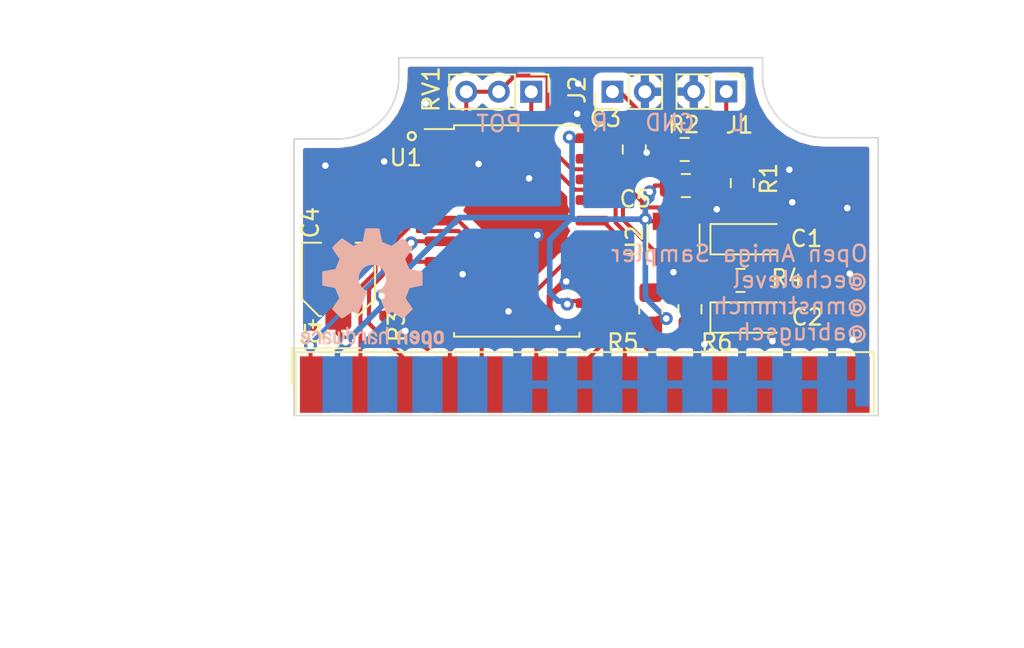
<source format=kicad_pcb>
(kicad_pcb (version 20171130) (host pcbnew "(5.1.6)-1")

  (general
    (thickness 1.6)
    (drawings 19)
    (tracks 209)
    (zones 0)
    (modules 18)
    (nets 29)
  )

  (page A4)
  (layers
    (0 F.Cu signal)
    (31 B.Cu signal)
    (32 B.Adhes user)
    (33 F.Adhes user)
    (34 B.Paste user)
    (35 F.Paste user hide)
    (36 B.SilkS user)
    (37 F.SilkS user)
    (38 B.Mask user)
    (39 F.Mask user hide)
    (40 Dwgs.User user)
    (41 Cmts.User user)
    (42 Eco1.User user)
    (43 Eco2.User user)
    (44 Edge.Cuts user)
    (45 Margin user)
    (46 B.CrtYd user)
    (47 F.CrtYd user)
    (48 B.Fab user)
    (49 F.Fab user hide)
  )

  (setup
    (last_trace_width 0.25)
    (user_trace_width 0.35)
    (trace_clearance 0.2)
    (zone_clearance 0.508)
    (zone_45_only no)
    (trace_min 0.2)
    (via_size 0.8)
    (via_drill 0.4)
    (via_min_size 0.4)
    (via_min_drill 0.3)
    (uvia_size 0.3)
    (uvia_drill 0.1)
    (uvias_allowed no)
    (uvia_min_size 0.2)
    (uvia_min_drill 0.1)
    (edge_width 0.1)
    (segment_width 0.2)
    (pcb_text_width 0.3)
    (pcb_text_size 1.5 1.5)
    (mod_edge_width 0.15)
    (mod_text_size 1 1)
    (mod_text_width 0.15)
    (pad_size 1.524 1.524)
    (pad_drill 0.762)
    (pad_to_mask_clearance 0)
    (aux_axis_origin 0 0)
    (visible_elements 7FFFFFFF)
    (pcbplotparams
      (layerselection 0x010fc_ffffffff)
      (usegerberextensions false)
      (usegerberattributes true)
      (usegerberadvancedattributes true)
      (creategerberjobfile true)
      (excludeedgelayer true)
      (linewidth 0.100000)
      (plotframeref false)
      (viasonmask false)
      (mode 1)
      (useauxorigin false)
      (hpglpennumber 1)
      (hpglpenspeed 20)
      (hpglpendiameter 15.000000)
      (psnegative false)
      (psa4output false)
      (plotreference true)
      (plotvalue true)
      (plotinvisibletext false)
      (padsonsilk false)
      (subtractmaskfromsilk false)
      (outputformat 1)
      (mirror false)
      (drillshape 0)
      (scaleselection 1)
      (outputdirectory "plots/"))
  )

  (net 0 "")
  (net 1 MONO_AUDIO)
  (net 2 "Net-(C1-Pad2)")
  (net 3 "Net-(C2-Pad1)")
  (net 4 GND)
  (net 5 VCC)
  (net 6 "Net-(J1-Pad1)")
  (net 7 "Net-(J2-Pad1)")
  (net 8 STROBE)
  (net 9 D0)
  (net 10 D1)
  (net 11 D2)
  (net 12 D3)
  (net 13 D4)
  (net 14 D5)
  (net 15 D6)
  (net 16 D7)
  (net 17 "Net-(J3-Pad10)")
  (net 18 "Net-(J3-Pad11)")
  (net 19 "Net-(J3-Pad12)")
  (net 20 "Net-(J3-Pad13)")
  (net 21 "Net-(J3-Pad15)")
  (net 22 "Net-(J3-Pad16)")
  (net 23 "Net-(J3-Pad17)")
  (net 24 "Net-(R3-Pad1)")
  (net 25 "Net-(R4-Pad1)")
  (net 26 Vo)
  (net 27 "Net-(U1-Pad9)")
  (net 28 "Net-(U1-Pad18)")

  (net_class Default "This is the default net class."
    (clearance 0.2)
    (trace_width 0.25)
    (via_dia 0.8)
    (via_drill 0.4)
    (uvia_dia 0.3)
    (uvia_drill 0.1)
    (add_net D0)
    (add_net D1)
    (add_net D2)
    (add_net D3)
    (add_net D4)
    (add_net D5)
    (add_net D6)
    (add_net D7)
    (add_net GND)
    (add_net MONO_AUDIO)
    (add_net "Net-(C1-Pad2)")
    (add_net "Net-(C2-Pad1)")
    (add_net "Net-(J1-Pad1)")
    (add_net "Net-(J2-Pad1)")
    (add_net "Net-(J3-Pad10)")
    (add_net "Net-(J3-Pad11)")
    (add_net "Net-(J3-Pad12)")
    (add_net "Net-(J3-Pad13)")
    (add_net "Net-(J3-Pad15)")
    (add_net "Net-(J3-Pad16)")
    (add_net "Net-(J3-Pad17)")
    (add_net "Net-(R3-Pad1)")
    (add_net "Net-(R4-Pad1)")
    (add_net "Net-(U1-Pad18)")
    (add_net "Net-(U1-Pad9)")
    (add_net STROBE)
    (add_net Vo)
  )

  (net_class pwr ""
    (clearance 0.2)
    (trace_width 0.35)
    (via_dia 0.8)
    (via_drill 0.4)
    (uvia_dia 0.3)
    (uvia_drill 0.1)
    (add_net VCC)
  )

  (module Capacitor_SMD:CP_Elec_4x5.3 (layer F.Cu) (tedit 5BCA39CF) (tstamp 5F1E8E17)
    (at 83.1215 142.5575 90)
    (descr "SMD capacitor, aluminum electrolytic, Vishay, 4.0x5.3mm")
    (tags "capacitor electrolytic")
    (path /5F0D6F90)
    (attr smd)
    (fp_text reference C4 (at 3.4925 -1.7145 270) (layer F.SilkS)
      (effects (font (size 1 1) (thickness 0.15)))
    )
    (fp_text value 47uf (at 4.4831 -0.0254 90) (layer F.Fab)
      (effects (font (size 1 1) (thickness 0.15)))
    )
    (fp_circle (center 0 0) (end 2 0) (layer F.Fab) (width 0.1))
    (fp_line (start 2.15 -2.15) (end 2.15 2.15) (layer F.Fab) (width 0.1))
    (fp_line (start -1.15 -2.15) (end 2.15 -2.15) (layer F.Fab) (width 0.1))
    (fp_line (start -1.15 2.15) (end 2.15 2.15) (layer F.Fab) (width 0.1))
    (fp_line (start -2.15 -1.15) (end -2.15 1.15) (layer F.Fab) (width 0.1))
    (fp_line (start -2.15 -1.15) (end -1.15 -2.15) (layer F.Fab) (width 0.1))
    (fp_line (start -2.15 1.15) (end -1.15 2.15) (layer F.Fab) (width 0.1))
    (fp_line (start -1.574773 -1) (end -1.174773 -1) (layer F.Fab) (width 0.1))
    (fp_line (start -1.374773 -1.2) (end -1.374773 -0.8) (layer F.Fab) (width 0.1))
    (fp_line (start 2.26 2.26) (end 2.26 1.06) (layer F.SilkS) (width 0.12))
    (fp_line (start 2.26 -2.26) (end 2.26 -1.06) (layer F.SilkS) (width 0.12))
    (fp_line (start -1.195563 -2.26) (end 2.26 -2.26) (layer F.SilkS) (width 0.12))
    (fp_line (start -1.195563 2.26) (end 2.26 2.26) (layer F.SilkS) (width 0.12))
    (fp_line (start -2.26 1.195563) (end -2.26 1.06) (layer F.SilkS) (width 0.12))
    (fp_line (start -2.26 -1.195563) (end -2.26 -1.06) (layer F.SilkS) (width 0.12))
    (fp_line (start -2.26 -1.195563) (end -1.195563 -2.26) (layer F.SilkS) (width 0.12))
    (fp_line (start -2.26 1.195563) (end -1.195563 2.26) (layer F.SilkS) (width 0.12))
    (fp_line (start -3 -1.56) (end -2.5 -1.56) (layer F.SilkS) (width 0.12))
    (fp_line (start -2.75 -1.81) (end -2.75 -1.31) (layer F.SilkS) (width 0.12))
    (fp_line (start 2.4 -2.4) (end 2.4 -1.05) (layer F.CrtYd) (width 0.05))
    (fp_line (start 2.4 -1.05) (end 3.35 -1.05) (layer F.CrtYd) (width 0.05))
    (fp_line (start 3.35 -1.05) (end 3.35 1.05) (layer F.CrtYd) (width 0.05))
    (fp_line (start 3.35 1.05) (end 2.4 1.05) (layer F.CrtYd) (width 0.05))
    (fp_line (start 2.4 1.05) (end 2.4 2.4) (layer F.CrtYd) (width 0.05))
    (fp_line (start -1.25 2.4) (end 2.4 2.4) (layer F.CrtYd) (width 0.05))
    (fp_line (start -1.25 -2.4) (end 2.4 -2.4) (layer F.CrtYd) (width 0.05))
    (fp_line (start -2.4 1.25) (end -1.25 2.4) (layer F.CrtYd) (width 0.05))
    (fp_line (start -2.4 -1.25) (end -1.25 -2.4) (layer F.CrtYd) (width 0.05))
    (fp_line (start -2.4 -1.25) (end -2.4 -1.05) (layer F.CrtYd) (width 0.05))
    (fp_line (start -2.4 1.05) (end -2.4 1.25) (layer F.CrtYd) (width 0.05))
    (fp_line (start -2.4 -1.05) (end -3.35 -1.05) (layer F.CrtYd) (width 0.05))
    (fp_line (start -3.35 -1.05) (end -3.35 1.05) (layer F.CrtYd) (width 0.05))
    (fp_line (start -3.35 1.05) (end -2.4 1.05) (layer F.CrtYd) (width 0.05))
    (fp_text user %R (at 0 0 90) (layer F.Fab)
      (effects (font (size 0.8 0.8) (thickness 0.12)))
    )
    (pad 2 smd roundrect (at 1.8 0 90) (size 2.6 1.6) (layers F.Cu F.Paste F.Mask) (roundrect_rratio 0.15625)
      (net 4 GND))
    (pad 1 smd roundrect (at -1.8 0 90) (size 2.6 1.6) (layers F.Cu F.Paste F.Mask) (roundrect_rratio 0.15625)
      (net 5 VCC))
    (model ${KISYS3DMOD}/Capacitor_SMD.3dshapes/CP_Elec_4x5.3.wrl
      (at (xyz 0 0 0))
      (scale (xyz 1 1 1))
      (rotate (xyz 0 0 0))
    )
  )

  (module Symbol:OSHW-Logo2_9.8x8mm_SilkScreen (layer B.Cu) (tedit 0) (tstamp 5F213BFB)
    (at 85.217 143.129 180)
    (descr "Open Source Hardware Symbol")
    (tags "Logo Symbol OSHW")
    (attr virtual)
    (fp_text reference REF** (at 0 0) (layer B.SilkS) hide
      (effects (font (size 1 1) (thickness 0.15)) (justify mirror))
    )
    (fp_text value OSHW-Logo2_9.8x8mm_SilkScreen (at 0.75 0) (layer B.Fab) hide
      (effects (font (size 1 1) (thickness 0.15)) (justify mirror))
    )
    (fp_poly (pts (xy 0.139878 3.712224) (xy 0.245612 3.711645) (xy 0.322132 3.710078) (xy 0.374372 3.707028)
      (xy 0.407263 3.702004) (xy 0.425737 3.694511) (xy 0.434727 3.684056) (xy 0.439163 3.670147)
      (xy 0.439594 3.668346) (xy 0.446333 3.635855) (xy 0.458808 3.571748) (xy 0.475719 3.482849)
      (xy 0.495771 3.375981) (xy 0.517664 3.257967) (xy 0.518429 3.253822) (xy 0.540359 3.138169)
      (xy 0.560877 3.035986) (xy 0.578659 2.953402) (xy 0.592381 2.896544) (xy 0.600718 2.871542)
      (xy 0.601116 2.871099) (xy 0.625677 2.85889) (xy 0.676315 2.838544) (xy 0.742095 2.814455)
      (xy 0.742461 2.814326) (xy 0.825317 2.783182) (xy 0.923 2.743509) (xy 1.015077 2.703619)
      (xy 1.019434 2.701647) (xy 1.169407 2.63358) (xy 1.501498 2.860361) (xy 1.603374 2.929496)
      (xy 1.695657 2.991303) (xy 1.773003 3.042267) (xy 1.830064 3.078873) (xy 1.861495 3.097606)
      (xy 1.864479 3.098996) (xy 1.887321 3.09281) (xy 1.929982 3.062965) (xy 1.994128 3.008053)
      (xy 2.081421 2.926666) (xy 2.170535 2.840078) (xy 2.256441 2.754753) (xy 2.333327 2.676892)
      (xy 2.396564 2.611303) (xy 2.441523 2.562795) (xy 2.463576 2.536175) (xy 2.464396 2.534805)
      (xy 2.466834 2.516537) (xy 2.45765 2.486705) (xy 2.434574 2.441279) (xy 2.395337 2.37623)
      (xy 2.33767 2.28753) (xy 2.260795 2.173343) (xy 2.19257 2.072838) (xy 2.131582 1.982697)
      (xy 2.081356 1.908151) (xy 2.045416 1.854435) (xy 2.027287 1.826782) (xy 2.026146 1.824905)
      (xy 2.028359 1.79841) (xy 2.045138 1.746914) (xy 2.073142 1.680149) (xy 2.083122 1.658828)
      (xy 2.126672 1.563841) (xy 2.173134 1.456063) (xy 2.210877 1.362808) (xy 2.238073 1.293594)
      (xy 2.259675 1.240994) (xy 2.272158 1.213503) (xy 2.273709 1.211384) (xy 2.296668 1.207876)
      (xy 2.350786 1.198262) (xy 2.428868 1.183911) (xy 2.523719 1.166193) (xy 2.628143 1.146475)
      (xy 2.734944 1.126126) (xy 2.836926 1.106514) (xy 2.926894 1.089009) (xy 2.997653 1.074978)
      (xy 3.042006 1.065791) (xy 3.052885 1.063193) (xy 3.064122 1.056782) (xy 3.072605 1.042303)
      (xy 3.078714 1.014867) (xy 3.082832 0.969589) (xy 3.085341 0.90158) (xy 3.086621 0.805953)
      (xy 3.087054 0.67782) (xy 3.087077 0.625299) (xy 3.087077 0.198155) (xy 2.9845 0.177909)
      (xy 2.927431 0.16693) (xy 2.842269 0.150905) (xy 2.739372 0.131767) (xy 2.629096 0.111449)
      (xy 2.598615 0.105868) (xy 2.496855 0.086083) (xy 2.408205 0.066627) (xy 2.340108 0.049303)
      (xy 2.300004 0.035912) (xy 2.293323 0.031921) (xy 2.276919 0.003658) (xy 2.253399 -0.051109)
      (xy 2.227316 -0.121588) (xy 2.222142 -0.136769) (xy 2.187956 -0.230896) (xy 2.145523 -0.337101)
      (xy 2.103997 -0.432473) (xy 2.103792 -0.432916) (xy 2.03464 -0.582525) (xy 2.489512 -1.251617)
      (xy 2.1975 -1.544116) (xy 2.10918 -1.63117) (xy 2.028625 -1.707909) (xy 1.96036 -1.770237)
      (xy 1.908908 -1.814056) (xy 1.878794 -1.83527) (xy 1.874474 -1.836616) (xy 1.849111 -1.826016)
      (xy 1.797358 -1.796547) (xy 1.724868 -1.751705) (xy 1.637294 -1.694984) (xy 1.542612 -1.631462)
      (xy 1.446516 -1.566668) (xy 1.360837 -1.510287) (xy 1.291016 -1.465788) (xy 1.242494 -1.436639)
      (xy 1.220782 -1.426308) (xy 1.194293 -1.43505) (xy 1.144062 -1.458087) (xy 1.080451 -1.490631)
      (xy 1.073708 -1.494249) (xy 0.988046 -1.53721) (xy 0.929306 -1.558279) (xy 0.892772 -1.558503)
      (xy 0.873731 -1.538928) (xy 0.87362 -1.538654) (xy 0.864102 -1.515472) (xy 0.841403 -1.460441)
      (xy 0.807282 -1.377822) (xy 0.7635 -1.271872) (xy 0.711816 -1.146852) (xy 0.653992 -1.00702)
      (xy 0.597991 -0.871637) (xy 0.536447 -0.722234) (xy 0.479939 -0.583832) (xy 0.430161 -0.460673)
      (xy 0.388806 -0.357002) (xy 0.357568 -0.277059) (xy 0.338141 -0.225088) (xy 0.332154 -0.205692)
      (xy 0.347168 -0.183443) (xy 0.386439 -0.147982) (xy 0.438807 -0.108887) (xy 0.587941 0.014755)
      (xy 0.704511 0.156478) (xy 0.787118 0.313296) (xy 0.834366 0.482225) (xy 0.844857 0.660278)
      (xy 0.837231 0.742461) (xy 0.795682 0.912969) (xy 0.724123 1.063541) (xy 0.626995 1.192691)
      (xy 0.508734 1.298936) (xy 0.37378 1.38079) (xy 0.226571 1.436768) (xy 0.071544 1.465385)
      (xy -0.086861 1.465156) (xy -0.244206 1.434595) (xy -0.396054 1.372218) (xy -0.537965 1.27654)
      (xy -0.597197 1.222428) (xy -0.710797 1.08348) (xy -0.789894 0.931639) (xy -0.835014 0.771333)
      (xy -0.846684 0.606988) (xy -0.825431 0.443029) (xy -0.77178 0.283882) (xy -0.68626 0.133975)
      (xy -0.569395 -0.002267) (xy -0.438807 -0.108887) (xy -0.384412 -0.149642) (xy -0.345986 -0.184718)
      (xy -0.332154 -0.205726) (xy -0.339397 -0.228635) (xy -0.359995 -0.283365) (xy -0.392254 -0.365672)
      (xy -0.434479 -0.471315) (xy -0.484977 -0.59605) (xy -0.542052 -0.735636) (xy -0.598146 -0.87167)
      (xy -0.660033 -1.021201) (xy -0.717356 -1.159767) (xy -0.768356 -1.283107) (xy -0.811273 -1.386964)
      (xy -0.844347 -1.46708) (xy -0.865819 -1.519195) (xy -0.873775 -1.538654) (xy -0.892571 -1.558423)
      (xy -0.928926 -1.558365) (xy -0.987521 -1.537441) (xy -1.073032 -1.494613) (xy -1.073708 -1.494249)
      (xy -1.138093 -1.461012) (xy -1.190139 -1.436802) (xy -1.219488 -1.426404) (xy -1.220783 -1.426308)
      (xy -1.242876 -1.436855) (xy -1.291652 -1.466184) (xy -1.361669 -1.510827) (xy -1.447486 -1.567314)
      (xy -1.542612 -1.631462) (xy -1.63946 -1.696411) (xy -1.726747 -1.752896) (xy -1.798819 -1.797421)
      (xy -1.850023 -1.82649) (xy -1.874474 -1.836616) (xy -1.89699 -1.823307) (xy -1.942258 -1.786112)
      (xy -2.005756 -1.729128) (xy -2.082961 -1.656449) (xy -2.169349 -1.572171) (xy -2.197601 -1.544016)
      (xy -2.489713 -1.251416) (xy -2.267369 -0.925104) (xy -2.199798 -0.824897) (xy -2.140493 -0.734963)
      (xy -2.092783 -0.66051) (xy -2.059993 -0.606751) (xy -2.045452 -0.578894) (xy -2.045026 -0.576912)
      (xy -2.052692 -0.550655) (xy -2.073311 -0.497837) (xy -2.103315 -0.42731) (xy -2.124375 -0.380093)
      (xy -2.163752 -0.289694) (xy -2.200835 -0.198366) (xy -2.229585 -0.1212) (xy -2.237395 -0.097692)
      (xy -2.259583 -0.034916) (xy -2.281273 0.013589) (xy -2.293187 0.031921) (xy -2.319477 0.043141)
      (xy -2.376858 0.059046) (xy -2.457882 0.077833) (xy -2.555105 0.097701) (xy -2.598615 0.105868)
      (xy -2.709104 0.126171) (xy -2.815084 0.14583) (xy -2.906199 0.162912) (xy -2.972092 0.175482)
      (xy -2.9845 0.177909) (xy -3.087077 0.198155) (xy -3.087077 0.625299) (xy -3.086847 0.765754)
      (xy -3.085901 0.872021) (xy -3.083859 0.948987) (xy -3.080338 1.00154) (xy -3.074957 1.034567)
      (xy -3.067334 1.052955) (xy -3.057088 1.061592) (xy -3.052885 1.063193) (xy -3.02753 1.068873)
      (xy -2.971516 1.080205) (xy -2.892036 1.095821) (xy -2.796288 1.114353) (xy -2.691467 1.134431)
      (xy -2.584768 1.154688) (xy -2.483387 1.173754) (xy -2.394521 1.190261) (xy -2.325363 1.202841)
      (xy -2.283111 1.210125) (xy -2.27371 1.211384) (xy -2.265193 1.228237) (xy -2.24634 1.27313)
      (xy -2.220676 1.33757) (xy -2.210877 1.362808) (xy -2.171352 1.460314) (xy -2.124808 1.568041)
      (xy -2.083123 1.658828) (xy -2.05245 1.728247) (xy -2.032044 1.78529) (xy -2.025232 1.820223)
      (xy -2.026318 1.824905) (xy -2.040715 1.847009) (xy -2.073588 1.896169) (xy -2.12141 1.967152)
      (xy -2.180652 2.054722) (xy -2.247785 2.153643) (xy -2.261059 2.17317) (xy -2.338954 2.28886)
      (xy -2.396213 2.376956) (xy -2.435119 2.441514) (xy -2.457956 2.486589) (xy -2.467006 2.516237)
      (xy -2.464552 2.534515) (xy -2.464489 2.534631) (xy -2.445173 2.558639) (xy -2.402449 2.605053)
      (xy -2.340949 2.669063) (xy -2.265302 2.745855) (xy -2.180139 2.830618) (xy -2.170535 2.840078)
      (xy -2.06321 2.944011) (xy -1.980385 3.020325) (xy -1.920395 3.070429) (xy -1.881577 3.09573)
      (xy -1.86448 3.098996) (xy -1.839527 3.08475) (xy -1.787745 3.051844) (xy -1.71448 3.003792)
      (xy -1.62508 2.94411) (xy -1.524889 2.876312) (xy -1.501499 2.860361) (xy -1.169407 2.63358)
      (xy -1.019435 2.701647) (xy -0.92823 2.741315) (xy -0.830331 2.781209) (xy -0.746169 2.813017)
      (xy -0.742462 2.814326) (xy -0.676631 2.838424) (xy -0.625884 2.8588) (xy -0.601158 2.871064)
      (xy -0.601116 2.871099) (xy -0.593271 2.893266) (xy -0.579934 2.947783) (xy -0.56243 3.02852)
      (xy -0.542083 3.12935) (xy -0.520218 3.244144) (xy -0.518429 3.253822) (xy -0.496496 3.372096)
      (xy -0.47636 3.479458) (xy -0.45932 3.569083) (xy -0.446672 3.634149) (xy -0.439716 3.667832)
      (xy -0.439594 3.668346) (xy -0.435361 3.682675) (xy -0.427129 3.693493) (xy -0.409967 3.701294)
      (xy -0.378942 3.706571) (xy -0.329122 3.709818) (xy -0.255576 3.711528) (xy -0.153371 3.712193)
      (xy -0.017575 3.712307) (xy 0 3.712308) (xy 0.139878 3.712224)) (layer B.SilkS) (width 0.01))
    (fp_poly (pts (xy 4.245224 -2.647838) (xy 4.322528 -2.698361) (xy 4.359814 -2.74359) (xy 4.389353 -2.825663)
      (xy 4.391699 -2.890607) (xy 4.386385 -2.977445) (xy 4.186115 -3.065103) (xy 4.088739 -3.109887)
      (xy 4.025113 -3.145913) (xy 3.992029 -3.177117) (xy 3.98628 -3.207436) (xy 4.004658 -3.240805)
      (xy 4.024923 -3.262923) (xy 4.083889 -3.298393) (xy 4.148024 -3.300879) (xy 4.206926 -3.273235)
      (xy 4.250197 -3.21832) (xy 4.257936 -3.198928) (xy 4.295006 -3.138364) (xy 4.337654 -3.112552)
      (xy 4.396154 -3.090471) (xy 4.396154 -3.174184) (xy 4.390982 -3.23115) (xy 4.370723 -3.279189)
      (xy 4.328262 -3.334346) (xy 4.321951 -3.341514) (xy 4.27472 -3.390585) (xy 4.234121 -3.41692)
      (xy 4.183328 -3.429035) (xy 4.14122 -3.433003) (xy 4.065902 -3.433991) (xy 4.012286 -3.421466)
      (xy 3.978838 -3.402869) (xy 3.926268 -3.361975) (xy 3.889879 -3.317748) (xy 3.86685 -3.262126)
      (xy 3.854359 -3.187047) (xy 3.849587 -3.084449) (xy 3.849206 -3.032376) (xy 3.850501 -2.969948)
      (xy 3.968471 -2.969948) (xy 3.969839 -3.003438) (xy 3.973249 -3.008923) (xy 3.995753 -3.001472)
      (xy 4.044182 -2.981753) (xy 4.108908 -2.953718) (xy 4.122443 -2.947692) (xy 4.204244 -2.906096)
      (xy 4.249312 -2.869538) (xy 4.259217 -2.835296) (xy 4.235526 -2.800648) (xy 4.21596 -2.785339)
      (xy 4.14536 -2.754721) (xy 4.07928 -2.75978) (xy 4.023959 -2.797151) (xy 3.985636 -2.863473)
      (xy 3.973349 -2.916116) (xy 3.968471 -2.969948) (xy 3.850501 -2.969948) (xy 3.85173 -2.91072)
      (xy 3.861032 -2.82071) (xy 3.87946 -2.755167) (xy 3.90936 -2.706912) (xy 3.95308 -2.668767)
      (xy 3.972141 -2.65644) (xy 4.058726 -2.624336) (xy 4.153522 -2.622316) (xy 4.245224 -2.647838)) (layer B.SilkS) (width 0.01))
    (fp_poly (pts (xy 3.570807 -2.636782) (xy 3.594161 -2.646988) (xy 3.649902 -2.691134) (xy 3.697569 -2.754967)
      (xy 3.727048 -2.823087) (xy 3.731846 -2.85667) (xy 3.71576 -2.903556) (xy 3.680475 -2.928365)
      (xy 3.642644 -2.943387) (xy 3.625321 -2.946155) (xy 3.616886 -2.926066) (xy 3.60023 -2.882351)
      (xy 3.592923 -2.862598) (xy 3.551948 -2.794271) (xy 3.492622 -2.760191) (xy 3.416552 -2.761239)
      (xy 3.410918 -2.762581) (xy 3.370305 -2.781836) (xy 3.340448 -2.819375) (xy 3.320055 -2.879809)
      (xy 3.307836 -2.967751) (xy 3.3025 -3.087813) (xy 3.302 -3.151698) (xy 3.301752 -3.252403)
      (xy 3.300126 -3.321054) (xy 3.295801 -3.364673) (xy 3.287454 -3.390282) (xy 3.273765 -3.404903)
      (xy 3.253411 -3.415558) (xy 3.252234 -3.416095) (xy 3.213038 -3.432667) (xy 3.193619 -3.438769)
      (xy 3.190635 -3.420319) (xy 3.188081 -3.369323) (xy 3.18614 -3.292308) (xy 3.184997 -3.195805)
      (xy 3.184769 -3.125184) (xy 3.185932 -2.988525) (xy 3.190479 -2.884851) (xy 3.199999 -2.808108)
      (xy 3.216081 -2.752246) (xy 3.240313 -2.711212) (xy 3.274286 -2.678954) (xy 3.307833 -2.65644)
      (xy 3.388499 -2.626476) (xy 3.482381 -2.619718) (xy 3.570807 -2.636782)) (layer B.SilkS) (width 0.01))
    (fp_poly (pts (xy 2.887333 -2.633528) (xy 2.94359 -2.659117) (xy 2.987747 -2.690124) (xy 3.020101 -2.724795)
      (xy 3.042438 -2.76952) (xy 3.056546 -2.830692) (xy 3.064211 -2.914701) (xy 3.06722 -3.02794)
      (xy 3.067538 -3.102509) (xy 3.067538 -3.39342) (xy 3.017773 -3.416095) (xy 2.978576 -3.432667)
      (xy 2.959157 -3.438769) (xy 2.955442 -3.42061) (xy 2.952495 -3.371648) (xy 2.950691 -3.300153)
      (xy 2.950308 -3.243385) (xy 2.948661 -3.161371) (xy 2.944222 -3.096309) (xy 2.93774 -3.056467)
      (xy 2.93259 -3.048) (xy 2.897977 -3.056646) (xy 2.84364 -3.078823) (xy 2.780722 -3.108886)
      (xy 2.720368 -3.141192) (xy 2.673721 -3.170098) (xy 2.651926 -3.189961) (xy 2.651839 -3.190175)
      (xy 2.653714 -3.226935) (xy 2.670525 -3.262026) (xy 2.700039 -3.290528) (xy 2.743116 -3.300061)
      (xy 2.779932 -3.29895) (xy 2.832074 -3.298133) (xy 2.859444 -3.310349) (xy 2.875882 -3.342624)
      (xy 2.877955 -3.34871) (xy 2.885081 -3.394739) (xy 2.866024 -3.422687) (xy 2.816353 -3.436007)
      (xy 2.762697 -3.43847) (xy 2.666142 -3.42021) (xy 2.616159 -3.394131) (xy 2.554429 -3.332868)
      (xy 2.52169 -3.25767) (xy 2.518753 -3.178211) (xy 2.546424 -3.104167) (xy 2.588047 -3.057769)
      (xy 2.629604 -3.031793) (xy 2.694922 -2.998907) (xy 2.771038 -2.965557) (xy 2.783726 -2.960461)
      (xy 2.867333 -2.923565) (xy 2.91553 -2.891046) (xy 2.93103 -2.858718) (xy 2.91655 -2.822394)
      (xy 2.891692 -2.794) (xy 2.832939 -2.759039) (xy 2.768293 -2.756417) (xy 2.709008 -2.783358)
      (xy 2.666339 -2.837088) (xy 2.660739 -2.85095) (xy 2.628133 -2.901936) (xy 2.58053 -2.939787)
      (xy 2.520461 -2.97085) (xy 2.520461 -2.882768) (xy 2.523997 -2.828951) (xy 2.539156 -2.786534)
      (xy 2.572768 -2.741279) (xy 2.605035 -2.70642) (xy 2.655209 -2.657062) (xy 2.694193 -2.630547)
      (xy 2.736064 -2.619911) (xy 2.78346 -2.618154) (xy 2.887333 -2.633528)) (layer B.SilkS) (width 0.01))
    (fp_poly (pts (xy 2.395929 -2.636662) (xy 2.398911 -2.688068) (xy 2.401247 -2.766192) (xy 2.402749 -2.864857)
      (xy 2.403231 -2.968343) (xy 2.403231 -3.318533) (xy 2.341401 -3.380363) (xy 2.298793 -3.418462)
      (xy 2.26139 -3.433895) (xy 2.21027 -3.432918) (xy 2.189978 -3.430433) (xy 2.126554 -3.4232)
      (xy 2.074095 -3.419055) (xy 2.061308 -3.418672) (xy 2.018199 -3.421176) (xy 1.956544 -3.427462)
      (xy 1.932638 -3.430433) (xy 1.873922 -3.435028) (xy 1.834464 -3.425046) (xy 1.795338 -3.394228)
      (xy 1.781215 -3.380363) (xy 1.719385 -3.318533) (xy 1.719385 -2.663503) (xy 1.76915 -2.640829)
      (xy 1.812002 -2.624034) (xy 1.837073 -2.618154) (xy 1.843501 -2.636736) (xy 1.849509 -2.688655)
      (xy 1.854697 -2.768172) (xy 1.858664 -2.869546) (xy 1.860577 -2.955192) (xy 1.865923 -3.292231)
      (xy 1.91256 -3.298825) (xy 1.954976 -3.294214) (xy 1.97576 -3.279287) (xy 1.98157 -3.251377)
      (xy 1.98653 -3.191925) (xy 1.990246 -3.108466) (xy 1.992324 -3.008532) (xy 1.992624 -2.957104)
      (xy 1.992923 -2.661054) (xy 2.054454 -2.639604) (xy 2.098004 -2.62502) (xy 2.121694 -2.618219)
      (xy 2.122377 -2.618154) (xy 2.124754 -2.636642) (xy 2.127366 -2.687906) (xy 2.129995 -2.765649)
      (xy 2.132421 -2.863574) (xy 2.134115 -2.955192) (xy 2.139461 -3.292231) (xy 2.256692 -3.292231)
      (xy 2.262072 -2.984746) (xy 2.267451 -2.677261) (xy 2.324601 -2.647707) (xy 2.366797 -2.627413)
      (xy 2.39177 -2.618204) (xy 2.392491 -2.618154) (xy 2.395929 -2.636662)) (layer B.SilkS) (width 0.01))
    (fp_poly (pts (xy 1.602081 -2.780289) (xy 1.601833 -2.92632) (xy 1.600872 -3.038655) (xy 1.598794 -3.122678)
      (xy 1.595193 -3.183769) (xy 1.589665 -3.227309) (xy 1.581804 -3.258679) (xy 1.571207 -3.283262)
      (xy 1.563182 -3.297294) (xy 1.496728 -3.373388) (xy 1.41247 -3.421084) (xy 1.319249 -3.438199)
      (xy 1.2259 -3.422546) (xy 1.170312 -3.394418) (xy 1.111957 -3.34576) (xy 1.072186 -3.286333)
      (xy 1.04819 -3.208507) (xy 1.037161 -3.104652) (xy 1.035599 -3.028462) (xy 1.035809 -3.022986)
      (xy 1.172308 -3.022986) (xy 1.173141 -3.110355) (xy 1.176961 -3.168192) (xy 1.185746 -3.206029)
      (xy 1.201474 -3.233398) (xy 1.220266 -3.254042) (xy 1.283375 -3.29389) (xy 1.351137 -3.297295)
      (xy 1.415179 -3.264025) (xy 1.420164 -3.259517) (xy 1.441439 -3.236067) (xy 1.454779 -3.208166)
      (xy 1.462001 -3.166641) (xy 1.464923 -3.102316) (xy 1.465385 -3.0312) (xy 1.464383 -2.941858)
      (xy 1.460238 -2.882258) (xy 1.451236 -2.843089) (xy 1.435667 -2.81504) (xy 1.422902 -2.800144)
      (xy 1.3636 -2.762575) (xy 1.295301 -2.758057) (xy 1.23011 -2.786753) (xy 1.217528 -2.797406)
      (xy 1.196111 -2.821063) (xy 1.182744 -2.849251) (xy 1.175566 -2.891245) (xy 1.172719 -2.956319)
      (xy 1.172308 -3.022986) (xy 1.035809 -3.022986) (xy 1.040322 -2.905765) (xy 1.056362 -2.813577)
      (xy 1.086528 -2.744269) (xy 1.133629 -2.690211) (xy 1.170312 -2.662505) (xy 1.23699 -2.632572)
      (xy 1.314272 -2.618678) (xy 1.38611 -2.622397) (xy 1.426308 -2.6374) (xy 1.442082 -2.64167)
      (xy 1.45255 -2.62575) (xy 1.459856 -2.583089) (xy 1.465385 -2.518106) (xy 1.471437 -2.445732)
      (xy 1.479844 -2.402187) (xy 1.495141 -2.377287) (xy 1.521864 -2.360845) (xy 1.538654 -2.353564)
      (xy 1.602154 -2.326963) (xy 1.602081 -2.780289)) (layer B.SilkS) (width 0.01))
    (fp_poly (pts (xy 0.713362 -2.62467) (xy 0.802117 -2.657421) (xy 0.874022 -2.71535) (xy 0.902144 -2.756128)
      (xy 0.932802 -2.830954) (xy 0.932165 -2.885058) (xy 0.899987 -2.921446) (xy 0.888081 -2.927633)
      (xy 0.836675 -2.946925) (xy 0.810422 -2.941982) (xy 0.80153 -2.909587) (xy 0.801077 -2.891692)
      (xy 0.784797 -2.825859) (xy 0.742365 -2.779807) (xy 0.683388 -2.757564) (xy 0.617475 -2.763161)
      (xy 0.563895 -2.792229) (xy 0.545798 -2.80881) (xy 0.532971 -2.828925) (xy 0.524306 -2.859332)
      (xy 0.518696 -2.906788) (xy 0.515035 -2.97805) (xy 0.512215 -3.079875) (xy 0.511484 -3.112115)
      (xy 0.50882 -3.22241) (xy 0.505792 -3.300036) (xy 0.50125 -3.351396) (xy 0.494046 -3.38289)
      (xy 0.483033 -3.40092) (xy 0.46706 -3.411888) (xy 0.456834 -3.416733) (xy 0.413406 -3.433301)
      (xy 0.387842 -3.438769) (xy 0.379395 -3.420507) (xy 0.374239 -3.365296) (xy 0.372346 -3.272499)
      (xy 0.373689 -3.141478) (xy 0.374107 -3.121269) (xy 0.377058 -3.001733) (xy 0.380548 -2.914449)
      (xy 0.385514 -2.852591) (xy 0.392893 -2.809336) (xy 0.403624 -2.77786) (xy 0.418645 -2.751339)
      (xy 0.426502 -2.739975) (xy 0.471553 -2.689692) (xy 0.52194 -2.650581) (xy 0.528108 -2.647167)
      (xy 0.618458 -2.620212) (xy 0.713362 -2.62467)) (layer B.SilkS) (width 0.01))
    (fp_poly (pts (xy 0.053501 -2.626303) (xy 0.13006 -2.654733) (xy 0.130936 -2.655279) (xy 0.178285 -2.690127)
      (xy 0.213241 -2.730852) (xy 0.237825 -2.783925) (xy 0.254062 -2.855814) (xy 0.263975 -2.952992)
      (xy 0.269586 -3.081928) (xy 0.270077 -3.100298) (xy 0.277141 -3.377287) (xy 0.217695 -3.408028)
      (xy 0.174681 -3.428802) (xy 0.14871 -3.438646) (xy 0.147509 -3.438769) (xy 0.143014 -3.420606)
      (xy 0.139444 -3.371612) (xy 0.137248 -3.300031) (xy 0.136769 -3.242068) (xy 0.136758 -3.14817)
      (xy 0.132466 -3.089203) (xy 0.117503 -3.061079) (xy 0.085482 -3.059706) (xy 0.030014 -3.080998)
      (xy -0.053731 -3.120136) (xy -0.115311 -3.152643) (xy -0.146983 -3.180845) (xy -0.156294 -3.211582)
      (xy -0.156308 -3.213104) (xy -0.140943 -3.266054) (xy -0.095453 -3.29466) (xy -0.025834 -3.298803)
      (xy 0.024313 -3.298084) (xy 0.050754 -3.312527) (xy 0.067243 -3.347218) (xy 0.076733 -3.391416)
      (xy 0.063057 -3.416493) (xy 0.057907 -3.420082) (xy 0.009425 -3.434496) (xy -0.058469 -3.436537)
      (xy -0.128388 -3.426983) (xy -0.177932 -3.409522) (xy -0.24643 -3.351364) (xy -0.285366 -3.270408)
      (xy -0.293077 -3.20716) (xy -0.287193 -3.150111) (xy -0.265899 -3.103542) (xy -0.223735 -3.062181)
      (xy -0.155241 -3.020755) (xy -0.054956 -2.973993) (xy -0.048846 -2.97135) (xy 0.04149 -2.929617)
      (xy 0.097235 -2.895391) (xy 0.121129 -2.864635) (xy 0.115913 -2.833311) (xy 0.084328 -2.797383)
      (xy 0.074883 -2.789116) (xy 0.011617 -2.757058) (xy -0.053936 -2.758407) (xy -0.111028 -2.789838)
      (xy -0.148907 -2.848024) (xy -0.152426 -2.859446) (xy -0.1867 -2.914837) (xy -0.230191 -2.941518)
      (xy -0.293077 -2.96796) (xy -0.293077 -2.899548) (xy -0.273948 -2.80011) (xy -0.217169 -2.708902)
      (xy -0.187622 -2.678389) (xy -0.120458 -2.639228) (xy -0.035044 -2.6215) (xy 0.053501 -2.626303)) (layer B.SilkS) (width 0.01))
    (fp_poly (pts (xy -0.840154 -2.49212) (xy -0.834428 -2.57198) (xy -0.827851 -2.619039) (xy -0.818738 -2.639566)
      (xy -0.805402 -2.639829) (xy -0.801077 -2.637378) (xy -0.743556 -2.619636) (xy -0.668732 -2.620672)
      (xy -0.592661 -2.63891) (xy -0.545082 -2.662505) (xy -0.496298 -2.700198) (xy -0.460636 -2.742855)
      (xy -0.436155 -2.797057) (xy -0.420913 -2.869384) (xy -0.41297 -2.966419) (xy -0.410384 -3.094742)
      (xy -0.410338 -3.119358) (xy -0.410308 -3.39587) (xy -0.471839 -3.41732) (xy -0.515541 -3.431912)
      (xy -0.539518 -3.438706) (xy -0.540223 -3.438769) (xy -0.542585 -3.420345) (xy -0.544594 -3.369526)
      (xy -0.546099 -3.292993) (xy -0.546947 -3.19743) (xy -0.547077 -3.139329) (xy -0.547349 -3.024771)
      (xy -0.548748 -2.942667) (xy -0.552151 -2.886393) (xy -0.558433 -2.849326) (xy -0.568471 -2.824844)
      (xy -0.583139 -2.806325) (xy -0.592298 -2.797406) (xy -0.655211 -2.761466) (xy -0.723864 -2.758775)
      (xy -0.786152 -2.78917) (xy -0.797671 -2.800144) (xy -0.814567 -2.820779) (xy -0.826286 -2.845256)
      (xy -0.833767 -2.880647) (xy -0.837946 -2.934026) (xy -0.839763 -3.012466) (xy -0.840154 -3.120617)
      (xy -0.840154 -3.39587) (xy -0.901685 -3.41732) (xy -0.945387 -3.431912) (xy -0.969364 -3.438706)
      (xy -0.97007 -3.438769) (xy -0.971874 -3.420069) (xy -0.9735 -3.367322) (xy -0.974883 -3.285557)
      (xy -0.975958 -3.179805) (xy -0.97666 -3.055094) (xy -0.976923 -2.916455) (xy -0.976923 -2.381806)
      (xy -0.849923 -2.328236) (xy -0.840154 -2.49212)) (layer B.SilkS) (width 0.01))
    (fp_poly (pts (xy -2.465746 -2.599745) (xy -2.388714 -2.651567) (xy -2.329184 -2.726412) (xy -2.293622 -2.821654)
      (xy -2.286429 -2.891756) (xy -2.287246 -2.921009) (xy -2.294086 -2.943407) (xy -2.312888 -2.963474)
      (xy -2.349592 -2.985733) (xy -2.410138 -3.014709) (xy -2.500466 -3.054927) (xy -2.500923 -3.055129)
      (xy -2.584067 -3.09321) (xy -2.652247 -3.127025) (xy -2.698495 -3.152933) (xy -2.715842 -3.167295)
      (xy -2.715846 -3.167411) (xy -2.700557 -3.198685) (xy -2.664804 -3.233157) (xy -2.623758 -3.25799)
      (xy -2.602963 -3.262923) (xy -2.54623 -3.245862) (xy -2.497373 -3.203133) (xy -2.473535 -3.156155)
      (xy -2.450603 -3.121522) (xy -2.405682 -3.082081) (xy -2.352877 -3.048009) (xy -2.30629 -3.02948)
      (xy -2.296548 -3.028462) (xy -2.285582 -3.045215) (xy -2.284921 -3.088039) (xy -2.29298 -3.145781)
      (xy -2.308173 -3.207289) (xy -2.328914 -3.261409) (xy -2.329962 -3.26351) (xy -2.392379 -3.35066)
      (xy -2.473274 -3.409939) (xy -2.565144 -3.439034) (xy -2.660487 -3.435634) (xy -2.751802 -3.397428)
      (xy -2.755862 -3.394741) (xy -2.827694 -3.329642) (xy -2.874927 -3.244705) (xy -2.901066 -3.133021)
      (xy -2.904574 -3.101643) (xy -2.910787 -2.953536) (xy -2.903339 -2.884468) (xy -2.715846 -2.884468)
      (xy -2.71341 -2.927552) (xy -2.700086 -2.940126) (xy -2.666868 -2.930719) (xy -2.614506 -2.908483)
      (xy -2.555976 -2.88061) (xy -2.554521 -2.879872) (xy -2.504911 -2.853777) (xy -2.485 -2.836363)
      (xy -2.48991 -2.818107) (xy -2.510584 -2.79412) (xy -2.563181 -2.759406) (xy -2.619823 -2.756856)
      (xy -2.670631 -2.782119) (xy -2.705724 -2.830847) (xy -2.715846 -2.884468) (xy -2.903339 -2.884468)
      (xy -2.898008 -2.835036) (xy -2.865222 -2.741055) (xy -2.819579 -2.675215) (xy -2.737198 -2.608681)
      (xy -2.646454 -2.575676) (xy -2.553815 -2.573573) (xy -2.465746 -2.599745)) (layer B.SilkS) (width 0.01))
    (fp_poly (pts (xy -3.983114 -2.587256) (xy -3.891536 -2.635409) (xy -3.823951 -2.712905) (xy -3.799943 -2.762727)
      (xy -3.781262 -2.837533) (xy -3.771699 -2.932052) (xy -3.770792 -3.03521) (xy -3.778079 -3.135935)
      (xy -3.793097 -3.223153) (xy -3.815385 -3.285791) (xy -3.822235 -3.296579) (xy -3.903368 -3.377105)
      (xy -3.999734 -3.425336) (xy -4.104299 -3.43945) (xy -4.210032 -3.417629) (xy -4.239457 -3.404547)
      (xy -4.296759 -3.364231) (xy -4.34705 -3.310775) (xy -4.351803 -3.303995) (xy -4.371122 -3.271321)
      (xy -4.383892 -3.236394) (xy -4.391436 -3.190414) (xy -4.395076 -3.124584) (xy -4.396135 -3.030105)
      (xy -4.396154 -3.008923) (xy -4.396106 -3.002182) (xy -4.200769 -3.002182) (xy -4.199632 -3.091349)
      (xy -4.195159 -3.15052) (xy -4.185754 -3.188741) (xy -4.169824 -3.215053) (xy -4.161692 -3.223846)
      (xy -4.114942 -3.257261) (xy -4.069553 -3.255737) (xy -4.02366 -3.226752) (xy -3.996288 -3.195809)
      (xy -3.980077 -3.150643) (xy -3.970974 -3.07942) (xy -3.970349 -3.071114) (xy -3.968796 -2.942037)
      (xy -3.985035 -2.846172) (xy -4.018848 -2.784107) (xy -4.070016 -2.756432) (xy -4.08828 -2.754923)
      (xy -4.13624 -2.762513) (xy -4.169047 -2.788808) (xy -4.189105 -2.839095) (xy -4.198822 -2.918664)
      (xy -4.200769 -3.002182) (xy -4.396106 -3.002182) (xy -4.395426 -2.908249) (xy -4.392371 -2.837906)
      (xy -4.385678 -2.789163) (xy -4.37404 -2.753288) (xy -4.356147 -2.721548) (xy -4.352192 -2.715648)
      (xy -4.285733 -2.636104) (xy -4.213315 -2.589929) (xy -4.125151 -2.571599) (xy -4.095213 -2.570703)
      (xy -3.983114 -2.587256)) (layer B.SilkS) (width 0.01))
    (fp_poly (pts (xy -1.728336 -2.595089) (xy -1.665633 -2.631358) (xy -1.622039 -2.667358) (xy -1.590155 -2.705075)
      (xy -1.56819 -2.751199) (xy -1.554351 -2.812421) (xy -1.546847 -2.895431) (xy -1.543883 -3.006919)
      (xy -1.543539 -3.087062) (xy -1.543539 -3.382065) (xy -1.709615 -3.456515) (xy -1.719385 -3.133402)
      (xy -1.723421 -3.012729) (xy -1.727656 -2.925141) (xy -1.732903 -2.86465) (xy -1.739975 -2.825268)
      (xy -1.749689 -2.801007) (xy -1.762856 -2.78588) (xy -1.767081 -2.782606) (xy -1.831091 -2.757034)
      (xy -1.895792 -2.767153) (xy -1.934308 -2.794) (xy -1.949975 -2.813024) (xy -1.96082 -2.837988)
      (xy -1.967712 -2.875834) (xy -1.971521 -2.933502) (xy -1.973117 -3.017935) (xy -1.973385 -3.105928)
      (xy -1.973437 -3.216323) (xy -1.975328 -3.294463) (xy -1.981655 -3.347165) (xy -1.995017 -3.381242)
      (xy -2.018015 -3.403511) (xy -2.053246 -3.420787) (xy -2.100303 -3.438738) (xy -2.151697 -3.458278)
      (xy -2.145579 -3.111485) (xy -2.143116 -2.986468) (xy -2.140233 -2.894082) (xy -2.136102 -2.827881)
      (xy -2.129893 -2.78142) (xy -2.120774 -2.748256) (xy -2.107917 -2.721944) (xy -2.092416 -2.698729)
      (xy -2.017629 -2.624569) (xy -1.926372 -2.581684) (xy -1.827117 -2.571412) (xy -1.728336 -2.595089)) (layer B.SilkS) (width 0.01))
    (fp_poly (pts (xy -3.231114 -2.584505) (xy -3.156461 -2.621727) (xy -3.090569 -2.690261) (xy -3.072423 -2.715648)
      (xy -3.052655 -2.748866) (xy -3.039828 -2.784945) (xy -3.03249 -2.833098) (xy -3.029187 -2.902536)
      (xy -3.028462 -2.994206) (xy -3.031737 -3.11983) (xy -3.043123 -3.214154) (xy -3.064959 -3.284523)
      (xy -3.099581 -3.338286) (xy -3.14933 -3.382788) (xy -3.152986 -3.385423) (xy -3.202015 -3.412377)
      (xy -3.261055 -3.425712) (xy -3.336141 -3.429) (xy -3.458205 -3.429) (xy -3.458256 -3.547497)
      (xy -3.459392 -3.613492) (xy -3.466314 -3.652202) (xy -3.484402 -3.675419) (xy -3.519038 -3.694933)
      (xy -3.527355 -3.69892) (xy -3.56628 -3.717603) (xy -3.596417 -3.729403) (xy -3.618826 -3.730422)
      (xy -3.634567 -3.716761) (xy -3.644698 -3.684522) (xy -3.650277 -3.629804) (xy -3.652365 -3.548711)
      (xy -3.652019 -3.437344) (xy -3.6503 -3.291802) (xy -3.649763 -3.248269) (xy -3.647828 -3.098205)
      (xy -3.646096 -3.000042) (xy -3.458308 -3.000042) (xy -3.457252 -3.083364) (xy -3.452562 -3.13788)
      (xy -3.441949 -3.173837) (xy -3.423128 -3.201482) (xy -3.41035 -3.214965) (xy -3.35811 -3.254417)
      (xy -3.311858 -3.257628) (xy -3.264133 -3.225049) (xy -3.262923 -3.223846) (xy -3.243506 -3.198668)
      (xy -3.231693 -3.164447) (xy -3.225735 -3.111748) (xy -3.22388 -3.031131) (xy -3.223846 -3.013271)
      (xy -3.22833 -2.902175) (xy -3.242926 -2.825161) (xy -3.26935 -2.778147) (xy -3.309317 -2.75705)
      (xy -3.332416 -2.754923) (xy -3.387238 -2.7649) (xy -3.424842 -2.797752) (xy -3.447477 -2.857857)
      (xy -3.457394 -2.949598) (xy -3.458308 -3.000042) (xy -3.646096 -3.000042) (xy -3.645778 -2.98206)
      (xy -3.643127 -2.894679) (xy -3.639394 -2.830905) (xy -3.634093 -2.785582) (xy -3.626742 -2.753555)
      (xy -3.616857 -2.729668) (xy -3.603954 -2.708764) (xy -3.598421 -2.700898) (xy -3.525031 -2.626595)
      (xy -3.43224 -2.584467) (xy -3.324904 -2.572722) (xy -3.231114 -2.584505)) (layer B.SilkS) (width 0.01))
  )

  (module Connector_PinHeader_2.00mm:PinHeader_1x03_P2.00mm_Vertical (layer F.Cu) (tedit 59FED667) (tstamp 5F1E8F4E)
    (at 95 131 270)
    (descr "Through hole straight pin header, 1x03, 2.00mm pitch, single row")
    (tags "Through hole pin header THT 1x03 2.00mm single row")
    (path /5F2122D4)
    (fp_text reference RV1 (at -0.1519 6.1635 90) (layer F.SilkS)
      (effects (font (size 1 1) (thickness 0.15)))
    )
    (fp_text value R_POT (at 0 6.06 90) (layer F.Fab)
      (effects (font (size 1 1) (thickness 0.15)))
    )
    (fp_line (start 1.5 -1.5) (end -1.5 -1.5) (layer F.CrtYd) (width 0.05))
    (fp_line (start 1.5 5.5) (end 1.5 -1.5) (layer F.CrtYd) (width 0.05))
    (fp_line (start -1.5 5.5) (end 1.5 5.5) (layer F.CrtYd) (width 0.05))
    (fp_line (start -1.5 -1.5) (end -1.5 5.5) (layer F.CrtYd) (width 0.05))
    (fp_line (start -1.06 -1.06) (end 0 -1.06) (layer F.SilkS) (width 0.12))
    (fp_line (start -1.06 0) (end -1.06 -1.06) (layer F.SilkS) (width 0.12))
    (fp_line (start -1.06 1) (end 1.06 1) (layer F.SilkS) (width 0.12))
    (fp_line (start 1.06 1) (end 1.06 5.06) (layer F.SilkS) (width 0.12))
    (fp_line (start -1.06 1) (end -1.06 5.06) (layer F.SilkS) (width 0.12))
    (fp_line (start -1.06 5.06) (end 1.06 5.06) (layer F.SilkS) (width 0.12))
    (fp_line (start -1 -0.5) (end -0.5 -1) (layer F.Fab) (width 0.1))
    (fp_line (start -1 5) (end -1 -0.5) (layer F.Fab) (width 0.1))
    (fp_line (start 1 5) (end -1 5) (layer F.Fab) (width 0.1))
    (fp_line (start 1 -1) (end 1 5) (layer F.Fab) (width 0.1))
    (fp_line (start -0.5 -1) (end 1 -1) (layer F.Fab) (width 0.1))
    (fp_text user %R (at 0 2) (layer F.Fab)
      (effects (font (size 1 1) (thickness 0.15)))
    )
    (pad 3 thru_hole oval (at 0 4 270) (size 1.35 1.35) (drill 0.8) (layers *.Cu *.Mask)
      (net 26 Vo))
    (pad 2 thru_hole oval (at 0 2 270) (size 1.35 1.35) (drill 0.8) (layers *.Cu *.Mask)
      (net 26 Vo))
    (pad 1 thru_hole rect (at 0 0 270) (size 1.35 1.35) (drill 0.8) (layers *.Cu *.Mask)
      (net 25 "Net-(R4-Pad1)"))
    (model ${KISYS3DMOD}/Connector_PinHeader_2.00mm.3dshapes/PinHeader_1x03_P2.00mm_Vertical.wrl
      (at (xyz 0 0 0))
      (scale (xyz 1 1 1))
      (rotate (xyz 0 0 0))
    )
  )

  (module Connector_PinHeader_2.00mm:PinHeader_1x02_P2.00mm_Vertical (layer F.Cu) (tedit 59FED667) (tstamp 5F1E8E34)
    (at 100 131 90)
    (descr "Through hole straight pin header, 1x02, 2.00mm pitch, single row")
    (tags "Through hole pin header THT 1x02 2.00mm single row")
    (path /5F069BFF)
    (fp_text reference J2 (at 0.1138 -2.1719 90) (layer F.SilkS)
      (effects (font (size 1 1) (thickness 0.15)))
    )
    (fp_text value Right (at -0.0005 -2.21 90) (layer F.Fab)
      (effects (font (size 1 1) (thickness 0.15)))
    )
    (fp_line (start 1.5 -1.5) (end -1.5 -1.5) (layer F.CrtYd) (width 0.05))
    (fp_line (start 1.5 3.5) (end 1.5 -1.5) (layer F.CrtYd) (width 0.05))
    (fp_line (start -1.5 3.5) (end 1.5 3.5) (layer F.CrtYd) (width 0.05))
    (fp_line (start -1.5 -1.5) (end -1.5 3.5) (layer F.CrtYd) (width 0.05))
    (fp_line (start -1.06 -1.06) (end 0 -1.06) (layer F.SilkS) (width 0.12))
    (fp_line (start -1.06 0) (end -1.06 -1.06) (layer F.SilkS) (width 0.12))
    (fp_line (start -1.06 1) (end 1.06 1) (layer F.SilkS) (width 0.12))
    (fp_line (start 1.06 1) (end 1.06 3.06) (layer F.SilkS) (width 0.12))
    (fp_line (start -1.06 1) (end -1.06 3.06) (layer F.SilkS) (width 0.12))
    (fp_line (start -1.06 3.06) (end 1.06 3.06) (layer F.SilkS) (width 0.12))
    (fp_line (start -1 -0.5) (end -0.5 -1) (layer F.Fab) (width 0.1))
    (fp_line (start -1 3) (end -1 -0.5) (layer F.Fab) (width 0.1))
    (fp_line (start 1 3) (end -1 3) (layer F.Fab) (width 0.1))
    (fp_line (start 1 -1) (end 1 3) (layer F.Fab) (width 0.1))
    (fp_line (start -0.5 -1) (end 1 -1) (layer F.Fab) (width 0.1))
    (fp_text user %R (at 0 1) (layer F.Fab)
      (effects (font (size 1 1) (thickness 0.15)))
    )
    (pad 2 thru_hole oval (at 0 2 90) (size 1.35 1.35) (drill 0.8) (layers *.Cu *.Mask)
      (net 4 GND))
    (pad 1 thru_hole rect (at 0 0 90) (size 1.35 1.35) (drill 0.8) (layers *.Cu *.Mask)
      (net 7 "Net-(J2-Pad1)"))
    (model ${KISYS3DMOD}/Connector_PinHeader_2.00mm.3dshapes/PinHeader_1x02_P2.00mm_Vertical.wrl
      (at (xyz 0 0 0))
      (scale (xyz 1 1 1))
      (rotate (xyz 0 0 0))
    )
  )

  (module Connector_PinHeader_2.00mm:PinHeader_1x02_P2.00mm_Vertical (layer F.Cu) (tedit 59FED667) (tstamp 5F1E8E2E)
    (at 107.0102 130.9878 270)
    (descr "Through hole straight pin header, 1x02, 2.00mm pitch, single row")
    (tags "Through hole pin header THT 1x02 2.00mm single row")
    (path /5F06ABE3)
    (fp_text reference J1 (at 2.0701 -0.8128 180) (layer F.SilkS)
      (effects (font (size 1 1) (thickness 0.15)))
    )
    (fp_text value Left (at 0.0127 -1.5748 90) (layer F.Fab)
      (effects (font (size 1 1) (thickness 0.15)))
    )
    (fp_line (start 1.5 -1.5) (end -1.5 -1.5) (layer F.CrtYd) (width 0.05))
    (fp_line (start 1.5 3.5) (end 1.5 -1.5) (layer F.CrtYd) (width 0.05))
    (fp_line (start -1.5 3.5) (end 1.5 3.5) (layer F.CrtYd) (width 0.05))
    (fp_line (start -1.5 -1.5) (end -1.5 3.5) (layer F.CrtYd) (width 0.05))
    (fp_line (start -1.06 -1.06) (end 0 -1.06) (layer F.SilkS) (width 0.12))
    (fp_line (start -1.06 0) (end -1.06 -1.06) (layer F.SilkS) (width 0.12))
    (fp_line (start -1.06 1) (end 1.06 1) (layer F.SilkS) (width 0.12))
    (fp_line (start 1.06 1) (end 1.06 3.06) (layer F.SilkS) (width 0.12))
    (fp_line (start -1.06 1) (end -1.06 3.06) (layer F.SilkS) (width 0.12))
    (fp_line (start -1.06 3.06) (end 1.06 3.06) (layer F.SilkS) (width 0.12))
    (fp_line (start -1 -0.5) (end -0.5 -1) (layer F.Fab) (width 0.1))
    (fp_line (start -1 3) (end -1 -0.5) (layer F.Fab) (width 0.1))
    (fp_line (start 1 3) (end -1 3) (layer F.Fab) (width 0.1))
    (fp_line (start 1 -1) (end 1 3) (layer F.Fab) (width 0.1))
    (fp_line (start -0.5 -1) (end 1 -1) (layer F.Fab) (width 0.1))
    (fp_text user %R (at 0 1) (layer F.Fab)
      (effects (font (size 1 1) (thickness 0.15)))
    )
    (pad 2 thru_hole oval (at 0 2 270) (size 1.35 1.35) (drill 0.8) (layers *.Cu *.Mask)
      (net 4 GND))
    (pad 1 thru_hole rect (at 0 0 270) (size 1.35 1.35) (drill 0.8) (layers *.Cu *.Mask)
      (net 6 "Net-(J1-Pad1)"))
    (model ${KISYS3DMOD}/Connector_PinHeader_2.00mm.3dshapes/PinHeader_1x02_P2.00mm_Vertical.wrl
      (at (xyz 0 0 0))
      (scale (xyz 1 1 1))
      (rotate (xyz 0 0 0))
    )
  )

  (module Capacitor_Tantalum_SMD:CP_EIA-3216-18_Kemet-A_Pad1.58x1.35mm_HandSolder (layer F.Cu) (tedit 5B301BBE) (tstamp 5F1E8DB6)
    (at 108.5215 140.081)
    (descr "Tantalum Capacitor SMD Kemet-A (3216-18 Metric), IPC_7351 nominal, (Body size from: http://www.kemet.com/Lists/ProductCatalog/Attachments/253/KEM_TC101_STD.pdf), generated with kicad-footprint-generator")
    (tags "capacitor tantalum")
    (path /5F027226)
    (attr smd)
    (fp_text reference C1 (at 3.429 -0.0381) (layer F.SilkS)
      (effects (font (size 1 1) (thickness 0.15)))
    )
    (fp_text value 10uf (at 0.5715 -1.5494) (layer F.Fab)
      (effects (font (size 1 1) (thickness 0.15)))
    )
    (fp_line (start 2.48 1.05) (end -2.48 1.05) (layer F.CrtYd) (width 0.05))
    (fp_line (start 2.48 -1.05) (end 2.48 1.05) (layer F.CrtYd) (width 0.05))
    (fp_line (start -2.48 -1.05) (end 2.48 -1.05) (layer F.CrtYd) (width 0.05))
    (fp_line (start -2.48 1.05) (end -2.48 -1.05) (layer F.CrtYd) (width 0.05))
    (fp_line (start -2.485 0.935) (end 1.6 0.935) (layer F.SilkS) (width 0.12))
    (fp_line (start -2.485 -0.935) (end -2.485 0.935) (layer F.SilkS) (width 0.12))
    (fp_line (start 1.6 -0.935) (end -2.485 -0.935) (layer F.SilkS) (width 0.12))
    (fp_line (start 1.6 0.8) (end 1.6 -0.8) (layer F.Fab) (width 0.1))
    (fp_line (start -1.6 0.8) (end 1.6 0.8) (layer F.Fab) (width 0.1))
    (fp_line (start -1.6 -0.4) (end -1.6 0.8) (layer F.Fab) (width 0.1))
    (fp_line (start -1.2 -0.8) (end -1.6 -0.4) (layer F.Fab) (width 0.1))
    (fp_line (start 1.6 -0.8) (end -1.2 -0.8) (layer F.Fab) (width 0.1))
    (fp_text user %R (at 0 0) (layer F.Fab)
      (effects (font (size 0.8 0.8) (thickness 0.12)))
    )
    (pad 2 smd roundrect (at 1.4375 0) (size 1.575 1.35) (layers F.Cu F.Paste F.Mask) (roundrect_rratio 0.185185)
      (net 2 "Net-(C1-Pad2)"))
    (pad 1 smd roundrect (at -1.4375 0) (size 1.575 1.35) (layers F.Cu F.Paste F.Mask) (roundrect_rratio 0.185185)
      (net 1 MONO_AUDIO))
    (model ${KISYS3DMOD}/Capacitor_Tantalum_SMD.3dshapes/CP_EIA-3216-18_Kemet-A.wrl
      (at (xyz 0 0 0))
      (scale (xyz 1 1 1))
      (rotate (xyz 0 0 0))
    )
  )

  (module Capacitor_Tantalum_SMD:CP_EIA-3216-18_Kemet-A_Pad1.58x1.35mm_HandSolder (layer F.Cu) (tedit 5B301BBE) (tstamp 5F1E8DDE)
    (at 108.5215 144.907)
    (descr "Tantalum Capacitor SMD Kemet-A (3216-18 Metric), IPC_7351 nominal, (Body size from: http://www.kemet.com/Lists/ProductCatalog/Attachments/253/KEM_TC101_STD.pdf), generated with kicad-footprint-generator")
    (tags "capacitor tantalum")
    (path /5F027977)
    (attr smd)
    (fp_text reference C2 (at 3.4798 -0.0254) (layer F.SilkS)
      (effects (font (size 1 1) (thickness 0.15)))
    )
    (fp_text value 10uf (at 0.127 1.905) (layer F.Fab)
      (effects (font (size 1 1) (thickness 0.15)))
    )
    (fp_line (start 2.48 1.05) (end -2.48 1.05) (layer F.CrtYd) (width 0.05))
    (fp_line (start 2.48 -1.05) (end 2.48 1.05) (layer F.CrtYd) (width 0.05))
    (fp_line (start -2.48 -1.05) (end 2.48 -1.05) (layer F.CrtYd) (width 0.05))
    (fp_line (start -2.48 1.05) (end -2.48 -1.05) (layer F.CrtYd) (width 0.05))
    (fp_line (start -2.485 0.935) (end 1.6 0.935) (layer F.SilkS) (width 0.12))
    (fp_line (start -2.485 -0.935) (end -2.485 0.935) (layer F.SilkS) (width 0.12))
    (fp_line (start 1.6 -0.935) (end -2.485 -0.935) (layer F.SilkS) (width 0.12))
    (fp_line (start 1.6 0.8) (end 1.6 -0.8) (layer F.Fab) (width 0.1))
    (fp_line (start -1.6 0.8) (end 1.6 0.8) (layer F.Fab) (width 0.1))
    (fp_line (start -1.6 -0.4) (end -1.6 0.8) (layer F.Fab) (width 0.1))
    (fp_line (start -1.2 -0.8) (end -1.6 -0.4) (layer F.Fab) (width 0.1))
    (fp_line (start 1.6 -0.8) (end -1.2 -0.8) (layer F.Fab) (width 0.1))
    (fp_text user %R (at 0 0) (layer F.Fab)
      (effects (font (size 0.8 0.8) (thickness 0.12)))
    )
    (pad 2 smd roundrect (at 1.4375 0) (size 1.575 1.35) (layers F.Cu F.Paste F.Mask) (roundrect_rratio 0.185185)
      (net 4 GND))
    (pad 1 smd roundrect (at -1.4375 0) (size 1.575 1.35) (layers F.Cu F.Paste F.Mask) (roundrect_rratio 0.185185)
      (net 3 "Net-(C2-Pad1)"))
    (model ${KISYS3DMOD}/Capacitor_Tantalum_SMD.3dshapes/CP_EIA-3216-18_Kemet-A.wrl
      (at (xyz 0 0 0))
      (scale (xyz 1 1 1))
      (rotate (xyz 0 0 0))
    )
  )

  (module Capacitor_SMD:C_0805_2012Metric_Pad1.15x1.40mm_HandSolder (layer F.Cu) (tedit 5B36C52B) (tstamp 5F213214)
    (at 101.346 134.5565 270)
    (descr "Capacitor SMD 0805 (2012 Metric), square (rectangular) end terminal, IPC_7351 nominal with elongated pad for handsoldering. (Body size source: https://docs.google.com/spreadsheets/d/1BsfQQcO9C6DZCsRaXUlFlo91Tg2WpOkGARC1WS5S8t0/edit?usp=sharing), generated with kicad-footprint-generator")
    (tags "capacitor handsolder")
    (path /5F1B124F)
    (attr smd)
    (fp_text reference C3 (at -1.905 1.778 180) (layer F.SilkS)
      (effects (font (size 1 1) (thickness 0.15)))
    )
    (fp_text value 0.1uf (at 3.937 0.127 90) (layer F.Fab)
      (effects (font (size 1 1) (thickness 0.15)))
    )
    (fp_line (start 1.85 0.95) (end -1.85 0.95) (layer F.CrtYd) (width 0.05))
    (fp_line (start 1.85 -0.95) (end 1.85 0.95) (layer F.CrtYd) (width 0.05))
    (fp_line (start -1.85 -0.95) (end 1.85 -0.95) (layer F.CrtYd) (width 0.05))
    (fp_line (start -1.85 0.95) (end -1.85 -0.95) (layer F.CrtYd) (width 0.05))
    (fp_line (start -0.261252 0.71) (end 0.261252 0.71) (layer F.SilkS) (width 0.12))
    (fp_line (start -0.261252 -0.71) (end 0.261252 -0.71) (layer F.SilkS) (width 0.12))
    (fp_line (start 1 0.6) (end -1 0.6) (layer F.Fab) (width 0.1))
    (fp_line (start 1 -0.6) (end 1 0.6) (layer F.Fab) (width 0.1))
    (fp_line (start -1 -0.6) (end 1 -0.6) (layer F.Fab) (width 0.1))
    (fp_line (start -1 0.6) (end -1 -0.6) (layer F.Fab) (width 0.1))
    (fp_text user %R (at 0 0 90) (layer F.Fab)
      (effects (font (size 0.5 0.5) (thickness 0.08)))
    )
    (pad 2 smd roundrect (at 1.025 0 270) (size 1.15 1.4) (layers F.Cu F.Paste F.Mask) (roundrect_rratio 0.217391)
      (net 4 GND))
    (pad 1 smd roundrect (at -1.025 0 270) (size 1.15 1.4) (layers F.Cu F.Paste F.Mask) (roundrect_rratio 0.217391)
      (net 5 VCC))
    (model ${KISYS3DMOD}/Capacitor_SMD.3dshapes/C_0805_2012Metric.wrl
      (at (xyz 0 0 0))
      (scale (xyz 1 1 1))
      (rotate (xyz 0 0 0))
    )
  )

  (module Capacitor_SMD:C_0805_2012Metric_Pad1.15x1.40mm_HandSolder (layer F.Cu) (tedit 5B36C52B) (tstamp 5F1ED924)
    (at 104.521 136.779)
    (descr "Capacitor SMD 0805 (2012 Metric), square (rectangular) end terminal, IPC_7351 nominal with elongated pad for handsoldering. (Body size source: https://docs.google.com/spreadsheets/d/1BsfQQcO9C6DZCsRaXUlFlo91Tg2WpOkGARC1WS5S8t0/edit?usp=sharing), generated with kicad-footprint-generator")
    (tags "capacitor handsolder")
    (path /5F1E308D)
    (attr smd)
    (fp_text reference C5 (at -3.1115 0.8255 180) (layer F.SilkS)
      (effects (font (size 1 1) (thickness 0.15)))
    )
    (fp_text value 0.1uf (at -3.937 -0.0635) (layer F.Fab)
      (effects (font (size 1 1) (thickness 0.15)))
    )
    (fp_line (start -1 0.6) (end -1 -0.6) (layer F.Fab) (width 0.1))
    (fp_line (start -1 -0.6) (end 1 -0.6) (layer F.Fab) (width 0.1))
    (fp_line (start 1 -0.6) (end 1 0.6) (layer F.Fab) (width 0.1))
    (fp_line (start 1 0.6) (end -1 0.6) (layer F.Fab) (width 0.1))
    (fp_line (start -0.261252 -0.71) (end 0.261252 -0.71) (layer F.SilkS) (width 0.12))
    (fp_line (start -0.261252 0.71) (end 0.261252 0.71) (layer F.SilkS) (width 0.12))
    (fp_line (start -1.85 0.95) (end -1.85 -0.95) (layer F.CrtYd) (width 0.05))
    (fp_line (start -1.85 -0.95) (end 1.85 -0.95) (layer F.CrtYd) (width 0.05))
    (fp_line (start 1.85 -0.95) (end 1.85 0.95) (layer F.CrtYd) (width 0.05))
    (fp_line (start 1.85 0.95) (end -1.85 0.95) (layer F.CrtYd) (width 0.05))
    (fp_text user %R (at 0 0) (layer F.Fab)
      (effects (font (size 0.5 0.5) (thickness 0.08)))
    )
    (pad 1 smd roundrect (at -1.025 0) (size 1.15 1.4) (layers F.Cu F.Paste F.Mask) (roundrect_rratio 0.217391)
      (net 5 VCC))
    (pad 2 smd roundrect (at 1.025 0) (size 1.15 1.4) (layers F.Cu F.Paste F.Mask) (roundrect_rratio 0.217391)
      (net 4 GND))
    (model ${KISYS3DMOD}/Capacitor_SMD.3dshapes/C_0805_2012Metric.wrl
      (at (xyz 0 0 0))
      (scale (xyz 1 1 1))
      (rotate (xyz 0 0 0))
    )
  )

  (module Connector_Dsub:DSUB-25_Male_EdgeMount_P2.77mm (layer F.Cu) (tedit 59FEDEE2) (tstamp 5F212F32)
    (at 98.298 149.0345)
    (descr "25-pin D-Sub connector, solder-cups edge-mounted, male, x-pin-pitch 2.77mm, distance of mounting holes 47.1mm, see https://disti-assets.s3.amazonaws.com/tonar/files/datasheets/16730.pdf")
    (tags "25-pin D-Sub connector edge mount solder cup male x-pin-pitch 2.77mm mounting holes distance 47.1mm")
    (path /5F0703F6)
    (attr smd)
    (fp_text reference J3 (at -16.9037 -3.1242) (layer F.SilkS)
      (effects (font (size 1 1) (thickness 0.15)))
    )
    (fp_text value DB25_Male (at 0 16.69) (layer F.Fab)
      (effects (font (size 1 1) (thickness 0.15)))
    )
    (fp_line (start -17.22 -0.91) (end -17.22 1.99) (layer F.Fab) (width 0.1))
    (fp_line (start -17.22 1.99) (end -16.02 1.99) (layer F.Fab) (width 0.1))
    (fp_line (start -16.02 1.99) (end -16.02 -0.91) (layer F.Fab) (width 0.1))
    (fp_line (start -16.02 -0.91) (end -17.22 -0.91) (layer F.Fab) (width 0.1))
    (fp_line (start -14.45 -0.91) (end -14.45 1.99) (layer F.Fab) (width 0.1))
    (fp_line (start -14.45 1.99) (end -13.25 1.99) (layer F.Fab) (width 0.1))
    (fp_line (start -13.25 1.99) (end -13.25 -0.91) (layer F.Fab) (width 0.1))
    (fp_line (start -13.25 -0.91) (end -14.45 -0.91) (layer F.Fab) (width 0.1))
    (fp_line (start -11.68 -0.91) (end -11.68 1.99) (layer F.Fab) (width 0.1))
    (fp_line (start -11.68 1.99) (end -10.48 1.99) (layer F.Fab) (width 0.1))
    (fp_line (start -10.48 1.99) (end -10.48 -0.91) (layer F.Fab) (width 0.1))
    (fp_line (start -10.48 -0.91) (end -11.68 -0.91) (layer F.Fab) (width 0.1))
    (fp_line (start -8.91 -0.91) (end -8.91 1.99) (layer F.Fab) (width 0.1))
    (fp_line (start -8.91 1.99) (end -7.71 1.99) (layer F.Fab) (width 0.1))
    (fp_line (start -7.71 1.99) (end -7.71 -0.91) (layer F.Fab) (width 0.1))
    (fp_line (start -7.71 -0.91) (end -8.91 -0.91) (layer F.Fab) (width 0.1))
    (fp_line (start -6.14 -0.91) (end -6.14 1.99) (layer F.Fab) (width 0.1))
    (fp_line (start -6.14 1.99) (end -4.94 1.99) (layer F.Fab) (width 0.1))
    (fp_line (start -4.94 1.99) (end -4.94 -0.91) (layer F.Fab) (width 0.1))
    (fp_line (start -4.94 -0.91) (end -6.14 -0.91) (layer F.Fab) (width 0.1))
    (fp_line (start -3.37 -0.91) (end -3.37 1.99) (layer F.Fab) (width 0.1))
    (fp_line (start -3.37 1.99) (end -2.17 1.99) (layer F.Fab) (width 0.1))
    (fp_line (start -2.17 1.99) (end -2.17 -0.91) (layer F.Fab) (width 0.1))
    (fp_line (start -2.17 -0.91) (end -3.37 -0.91) (layer F.Fab) (width 0.1))
    (fp_line (start -0.6 -0.91) (end -0.6 1.99) (layer F.Fab) (width 0.1))
    (fp_line (start -0.6 1.99) (end 0.6 1.99) (layer F.Fab) (width 0.1))
    (fp_line (start 0.6 1.99) (end 0.6 -0.91) (layer F.Fab) (width 0.1))
    (fp_line (start 0.6 -0.91) (end -0.6 -0.91) (layer F.Fab) (width 0.1))
    (fp_line (start 2.17 -0.91) (end 2.17 1.99) (layer F.Fab) (width 0.1))
    (fp_line (start 2.17 1.99) (end 3.37 1.99) (layer F.Fab) (width 0.1))
    (fp_line (start 3.37 1.99) (end 3.37 -0.91) (layer F.Fab) (width 0.1))
    (fp_line (start 3.37 -0.91) (end 2.17 -0.91) (layer F.Fab) (width 0.1))
    (fp_line (start 4.94 -0.91) (end 4.94 1.99) (layer F.Fab) (width 0.1))
    (fp_line (start 4.94 1.99) (end 6.14 1.99) (layer F.Fab) (width 0.1))
    (fp_line (start 6.14 1.99) (end 6.14 -0.91) (layer F.Fab) (width 0.1))
    (fp_line (start 6.14 -0.91) (end 4.94 -0.91) (layer F.Fab) (width 0.1))
    (fp_line (start 7.71 -0.91) (end 7.71 1.99) (layer F.Fab) (width 0.1))
    (fp_line (start 7.71 1.99) (end 8.91 1.99) (layer F.Fab) (width 0.1))
    (fp_line (start 8.91 1.99) (end 8.91 -0.91) (layer F.Fab) (width 0.1))
    (fp_line (start 8.91 -0.91) (end 7.71 -0.91) (layer F.Fab) (width 0.1))
    (fp_line (start 10.48 -0.91) (end 10.48 1.99) (layer F.Fab) (width 0.1))
    (fp_line (start 10.48 1.99) (end 11.68 1.99) (layer F.Fab) (width 0.1))
    (fp_line (start 11.68 1.99) (end 11.68 -0.91) (layer F.Fab) (width 0.1))
    (fp_line (start 11.68 -0.91) (end 10.48 -0.91) (layer F.Fab) (width 0.1))
    (fp_line (start 13.25 -0.91) (end 13.25 1.99) (layer F.Fab) (width 0.1))
    (fp_line (start 13.25 1.99) (end 14.45 1.99) (layer F.Fab) (width 0.1))
    (fp_line (start 14.45 1.99) (end 14.45 -0.91) (layer F.Fab) (width 0.1))
    (fp_line (start 14.45 -0.91) (end 13.25 -0.91) (layer F.Fab) (width 0.1))
    (fp_line (start 16.02 -0.91) (end 16.02 1.99) (layer F.Fab) (width 0.1))
    (fp_line (start 16.02 1.99) (end 17.22 1.99) (layer F.Fab) (width 0.1))
    (fp_line (start 17.22 1.99) (end 17.22 -0.91) (layer F.Fab) (width 0.1))
    (fp_line (start 17.22 -0.91) (end 16.02 -0.91) (layer F.Fab) (width 0.1))
    (fp_line (start -15.835 -0.91) (end -15.835 1.99) (layer B.Fab) (width 0.1))
    (fp_line (start -15.835 1.99) (end -14.635 1.99) (layer B.Fab) (width 0.1))
    (fp_line (start -14.635 1.99) (end -14.635 -0.91) (layer B.Fab) (width 0.1))
    (fp_line (start -14.635 -0.91) (end -15.835 -0.91) (layer B.Fab) (width 0.1))
    (fp_line (start -13.065 -0.91) (end -13.065 1.99) (layer B.Fab) (width 0.1))
    (fp_line (start -13.065 1.99) (end -11.865 1.99) (layer B.Fab) (width 0.1))
    (fp_line (start -11.865 1.99) (end -11.865 -0.91) (layer B.Fab) (width 0.1))
    (fp_line (start -11.865 -0.91) (end -13.065 -0.91) (layer B.Fab) (width 0.1))
    (fp_line (start -10.295 -0.91) (end -10.295 1.99) (layer B.Fab) (width 0.1))
    (fp_line (start -10.295 1.99) (end -9.095 1.99) (layer B.Fab) (width 0.1))
    (fp_line (start -9.095 1.99) (end -9.095 -0.91) (layer B.Fab) (width 0.1))
    (fp_line (start -9.095 -0.91) (end -10.295 -0.91) (layer B.Fab) (width 0.1))
    (fp_line (start -7.525 -0.91) (end -7.525 1.99) (layer B.Fab) (width 0.1))
    (fp_line (start -7.525 1.99) (end -6.325 1.99) (layer B.Fab) (width 0.1))
    (fp_line (start -6.325 1.99) (end -6.325 -0.91) (layer B.Fab) (width 0.1))
    (fp_line (start -6.325 -0.91) (end -7.525 -0.91) (layer B.Fab) (width 0.1))
    (fp_line (start -4.755 -0.91) (end -4.755 1.99) (layer B.Fab) (width 0.1))
    (fp_line (start -4.755 1.99) (end -3.555 1.99) (layer B.Fab) (width 0.1))
    (fp_line (start -3.555 1.99) (end -3.555 -0.91) (layer B.Fab) (width 0.1))
    (fp_line (start -3.555 -0.91) (end -4.755 -0.91) (layer B.Fab) (width 0.1))
    (fp_line (start -1.985 -0.91) (end -1.985 1.99) (layer B.Fab) (width 0.1))
    (fp_line (start -1.985 1.99) (end -0.785 1.99) (layer B.Fab) (width 0.1))
    (fp_line (start -0.785 1.99) (end -0.785 -0.91) (layer B.Fab) (width 0.1))
    (fp_line (start -0.785 -0.91) (end -1.985 -0.91) (layer B.Fab) (width 0.1))
    (fp_line (start 0.785 -0.91) (end 0.785 1.99) (layer B.Fab) (width 0.1))
    (fp_line (start 0.785 1.99) (end 1.985 1.99) (layer B.Fab) (width 0.1))
    (fp_line (start 1.985 1.99) (end 1.985 -0.91) (layer B.Fab) (width 0.1))
    (fp_line (start 1.985 -0.91) (end 0.785 -0.91) (layer B.Fab) (width 0.1))
    (fp_line (start 3.555 -0.91) (end 3.555 1.99) (layer B.Fab) (width 0.1))
    (fp_line (start 3.555 1.99) (end 4.755 1.99) (layer B.Fab) (width 0.1))
    (fp_line (start 4.755 1.99) (end 4.755 -0.91) (layer B.Fab) (width 0.1))
    (fp_line (start 4.755 -0.91) (end 3.555 -0.91) (layer B.Fab) (width 0.1))
    (fp_line (start 6.325 -0.91) (end 6.325 1.99) (layer B.Fab) (width 0.1))
    (fp_line (start 6.325 1.99) (end 7.525 1.99) (layer B.Fab) (width 0.1))
    (fp_line (start 7.525 1.99) (end 7.525 -0.91) (layer B.Fab) (width 0.1))
    (fp_line (start 7.525 -0.91) (end 6.325 -0.91) (layer B.Fab) (width 0.1))
    (fp_line (start 9.095 -0.91) (end 9.095 1.99) (layer B.Fab) (width 0.1))
    (fp_line (start 9.095 1.99) (end 10.295 1.99) (layer B.Fab) (width 0.1))
    (fp_line (start 10.295 1.99) (end 10.295 -0.91) (layer B.Fab) (width 0.1))
    (fp_line (start 10.295 -0.91) (end 9.095 -0.91) (layer B.Fab) (width 0.1))
    (fp_line (start 11.865 -0.91) (end 11.865 1.99) (layer B.Fab) (width 0.1))
    (fp_line (start 11.865 1.99) (end 13.065 1.99) (layer B.Fab) (width 0.1))
    (fp_line (start 13.065 1.99) (end 13.065 -0.91) (layer B.Fab) (width 0.1))
    (fp_line (start 13.065 -0.91) (end 11.865 -0.91) (layer B.Fab) (width 0.1))
    (fp_line (start 14.635 -0.91) (end 14.635 1.99) (layer B.Fab) (width 0.1))
    (fp_line (start 14.635 1.99) (end 15.835 1.99) (layer B.Fab) (width 0.1))
    (fp_line (start 15.835 1.99) (end 15.835 -0.91) (layer B.Fab) (width 0.1))
    (fp_line (start 15.835 -0.91) (end 14.635 -0.91) (layer B.Fab) (width 0.1))
    (fp_line (start -18.55 1.99) (end -18.55 4.79) (layer F.Fab) (width 0.1))
    (fp_line (start -18.55 4.79) (end 18.55 4.79) (layer F.Fab) (width 0.1))
    (fp_line (start 18.55 4.79) (end 18.55 1.99) (layer F.Fab) (width 0.1))
    (fp_line (start 18.55 1.99) (end -18.55 1.99) (layer F.Fab) (width 0.1))
    (fp_line (start -19.55 4.79) (end -19.55 9.29) (layer F.Fab) (width 0.1))
    (fp_line (start -19.55 9.29) (end 19.55 9.29) (layer F.Fab) (width 0.1))
    (fp_line (start 19.55 9.29) (end 19.55 4.79) (layer F.Fab) (width 0.1))
    (fp_line (start 19.55 4.79) (end -19.55 4.79) (layer F.Fab) (width 0.1))
    (fp_line (start -26.55 9.29) (end -26.55 9.69) (layer F.Fab) (width 0.1))
    (fp_line (start -26.55 9.69) (end 26.55 9.69) (layer F.Fab) (width 0.1))
    (fp_line (start 26.55 9.69) (end 26.55 9.29) (layer F.Fab) (width 0.1))
    (fp_line (start 26.55 9.29) (end -26.55 9.29) (layer F.Fab) (width 0.1))
    (fp_line (start -19.15 9.69) (end -19.15 15.69) (layer F.Fab) (width 0.1))
    (fp_line (start -19.15 15.69) (end 19.15 15.69) (layer F.Fab) (width 0.1))
    (fp_line (start 19.15 15.69) (end 19.15 9.69) (layer F.Fab) (width 0.1))
    (fp_line (start 19.15 9.69) (end -19.15 9.69) (layer F.Fab) (width 0.1))
    (fp_line (start -18.05 -2.25) (end 18.05 -2.25) (layer F.CrtYd) (width 0.05))
    (fp_line (start 18.05 -2.25) (end 18.05 1.5) (layer F.CrtYd) (width 0.05))
    (fp_line (start 18.05 1.5) (end 19.05 1.5) (layer F.CrtYd) (width 0.05))
    (fp_line (start 19.05 1.5) (end 19.05 4.3) (layer F.CrtYd) (width 0.05))
    (fp_line (start 19.05 4.3) (end 20.05 4.3) (layer F.CrtYd) (width 0.05))
    (fp_line (start 20.05 4.3) (end 20.05 8.8) (layer F.CrtYd) (width 0.05))
    (fp_line (start 20.05 8.8) (end 27.05 8.8) (layer F.CrtYd) (width 0.05))
    (fp_line (start 27.05 8.8) (end 27.05 10.2) (layer F.CrtYd) (width 0.05))
    (fp_line (start 27.05 10.2) (end 19.65 10.2) (layer F.CrtYd) (width 0.05))
    (fp_line (start 19.65 10.2) (end 19.65 16.2) (layer F.CrtYd) (width 0.05))
    (fp_line (start 19.65 16.2) (end -19.65 16.2) (layer F.CrtYd) (width 0.05))
    (fp_line (start -19.65 16.2) (end -19.65 10.2) (layer F.CrtYd) (width 0.05))
    (fp_line (start -19.65 10.2) (end -27.05 10.2) (layer F.CrtYd) (width 0.05))
    (fp_line (start -27.05 10.2) (end -27.05 8.8) (layer F.CrtYd) (width 0.05))
    (fp_line (start -27.05 8.8) (end -20.05 8.8) (layer F.CrtYd) (width 0.05))
    (fp_line (start -20.05 8.8) (end -20.05 4.3) (layer F.CrtYd) (width 0.05))
    (fp_line (start -20.05 4.3) (end -19.05 4.3) (layer F.CrtYd) (width 0.05))
    (fp_line (start -19.05 4.3) (end -19.05 1.5) (layer F.CrtYd) (width 0.05))
    (fp_line (start -19.05 1.5) (end -18.05 1.5) (layer F.CrtYd) (width 0.05))
    (fp_line (start -18.05 1.5) (end -18.05 -2.25) (layer F.CrtYd) (width 0.05))
    (fp_line (start 17.803333 1.74) (end 17.803333 -2) (layer F.SilkS) (width 0.12))
    (fp_line (start 17.803333 -2) (end -17.803333 -2) (layer F.SilkS) (width 0.12))
    (fp_line (start -17.803333 -2) (end -17.803333 1.74) (layer F.SilkS) (width 0.12))
    (fp_line (start -18.043333 0) (end -18.043333 -2.24) (layer F.SilkS) (width 0.12))
    (fp_line (start -18.043333 -2.24) (end -13.85 -2.24) (layer F.SilkS) (width 0.12))
    (fp_line (start -26.55 1.99) (end 26.55 1.99) (layer Dwgs.User) (width 0.05))
    (fp_text user %R (at 0 3.39) (layer F.Fab)
      (effects (font (size 1 1) (thickness 0.15)))
    )
    (fp_text user "PCB edge" (at -21.55 1.323333) (layer Dwgs.User)
      (effects (font (size 0.5 0.5) (thickness 0.075)))
    )
    (pad 1 smd rect (at -16.62 0) (size 1.846667 3.48) (layers F.Cu F.Paste F.Mask)
      (net 8 STROBE))
    (pad 2 smd rect (at -13.85 0) (size 1.846667 3.48) (layers F.Cu F.Paste F.Mask)
      (net 9 D0))
    (pad 3 smd rect (at -11.08 0) (size 1.846667 3.48) (layers F.Cu F.Paste F.Mask)
      (net 10 D1))
    (pad 4 smd rect (at -8.31 0) (size 1.846667 3.48) (layers F.Cu F.Paste F.Mask)
      (net 11 D2))
    (pad 5 smd rect (at -5.54 0) (size 1.846667 3.48) (layers F.Cu F.Paste F.Mask)
      (net 12 D3))
    (pad 6 smd rect (at -2.77 0) (size 1.846667 3.48) (layers F.Cu F.Paste F.Mask)
      (net 13 D4))
    (pad 7 smd rect (at 0 0) (size 1.846667 3.48) (layers F.Cu F.Paste F.Mask)
      (net 14 D5))
    (pad 8 smd rect (at 2.77 0) (size 1.846667 3.48) (layers F.Cu F.Paste F.Mask)
      (net 15 D6))
    (pad 9 smd rect (at 5.54 0) (size 1.846667 3.48) (layers F.Cu F.Paste F.Mask)
      (net 16 D7))
    (pad 10 smd rect (at 8.31 0) (size 1.846667 3.48) (layers F.Cu F.Paste F.Mask)
      (net 17 "Net-(J3-Pad10)"))
    (pad 11 smd rect (at 11.08 0) (size 1.846667 3.48) (layers F.Cu F.Paste F.Mask)
      (net 18 "Net-(J3-Pad11)"))
    (pad 12 smd rect (at 13.85 0) (size 1.846667 3.48) (layers F.Cu F.Paste F.Mask)
      (net 19 "Net-(J3-Pad12)"))
    (pad 13 smd rect (at 16.62 0) (size 1.846667 3.48) (layers F.Cu F.Paste F.Mask)
      (net 20 "Net-(J3-Pad13)"))
    (pad 14 smd rect (at -15.235 0) (size 1.846667 3.48) (layers B.Cu B.Paste B.Mask)
      (net 5 VCC))
    (pad 15 smd rect (at -12.465 0) (size 1.846667 3.48) (layers B.Cu B.Paste B.Mask)
      (net 21 "Net-(J3-Pad15)"))
    (pad 16 smd rect (at -9.695 0) (size 1.846667 3.48) (layers B.Cu B.Paste B.Mask)
      (net 22 "Net-(J3-Pad16)"))
    (pad 17 smd rect (at -6.925 0) (size 1.846667 3.48) (layers B.Cu B.Paste B.Mask)
      (net 23 "Net-(J3-Pad17)"))
    (pad 18 smd rect (at -4.155 0) (size 1.846667 3.48) (layers B.Cu B.Paste B.Mask)
      (net 4 GND))
    (pad 19 smd rect (at -1.385 0) (size 1.846667 3.48) (layers B.Cu B.Paste B.Mask)
      (net 4 GND))
    (pad 20 smd rect (at 1.385 0) (size 1.846667 3.48) (layers B.Cu B.Paste B.Mask)
      (net 4 GND))
    (pad 21 smd rect (at 4.155 0) (size 1.846667 3.48) (layers B.Cu B.Paste B.Mask)
      (net 4 GND))
    (pad 22 smd rect (at 6.925 0) (size 1.846667 3.48) (layers B.Cu B.Paste B.Mask)
      (net 4 GND))
    (pad 23 smd rect (at 9.695 0) (size 1.846667 3.48) (layers B.Cu B.Paste B.Mask)
      (net 4 GND))
    (pad 24 smd rect (at 12.465 0) (size 1.846667 3.48) (layers B.Cu B.Paste B.Mask)
      (net 4 GND))
    (pad 25 smd rect (at 15.235 0) (size 1.846667 3.48) (layers B.Cu B.Paste B.Mask)
      (net 4 GND))
    (model ${KISYS3DMOD}/Connector_Dsub.3dshapes/DSUB-25_Male_EdgeMount_P2.77mm.wrl
      (at (xyz 0 0 0))
      (scale (xyz 1 1 1))
      (rotate (xyz 0 0 0))
    )
  )

  (module Resistor_SMD:R_0805_2012Metric_Pad1.15x1.40mm_HandSolder (layer F.Cu) (tedit 5B36C52B) (tstamp 5F1E8EF2)
    (at 108.0008 136.6266 90)
    (descr "Resistor SMD 0805 (2012 Metric), square (rectangular) end terminal, IPC_7351 nominal with elongated pad for handsoldering. (Body size source: https://docs.google.com/spreadsheets/d/1BsfQQcO9C6DZCsRaXUlFlo91Tg2WpOkGARC1WS5S8t0/edit?usp=sharing), generated with kicad-footprint-generator")
    (tags "resistor handsolder")
    (path /5F0AC91C)
    (attr smd)
    (fp_text reference R1 (at 0.2667 1.6256 90) (layer F.SilkS)
      (effects (font (size 1 1) (thickness 0.15)))
    )
    (fp_text value 1k (at -1.3589 -1.3843 90) (layer F.Fab)
      (effects (font (size 1 1) (thickness 0.15)))
    )
    (fp_line (start 1.85 0.95) (end -1.85 0.95) (layer F.CrtYd) (width 0.05))
    (fp_line (start 1.85 -0.95) (end 1.85 0.95) (layer F.CrtYd) (width 0.05))
    (fp_line (start -1.85 -0.95) (end 1.85 -0.95) (layer F.CrtYd) (width 0.05))
    (fp_line (start -1.85 0.95) (end -1.85 -0.95) (layer F.CrtYd) (width 0.05))
    (fp_line (start -0.261252 0.71) (end 0.261252 0.71) (layer F.SilkS) (width 0.12))
    (fp_line (start -0.261252 -0.71) (end 0.261252 -0.71) (layer F.SilkS) (width 0.12))
    (fp_line (start 1 0.6) (end -1 0.6) (layer F.Fab) (width 0.1))
    (fp_line (start 1 -0.6) (end 1 0.6) (layer F.Fab) (width 0.1))
    (fp_line (start -1 -0.6) (end 1 -0.6) (layer F.Fab) (width 0.1))
    (fp_line (start -1 0.6) (end -1 -0.6) (layer F.Fab) (width 0.1))
    (fp_text user %R (at 0 0 90) (layer F.Fab)
      (effects (font (size 0.5 0.5) (thickness 0.08)))
    )
    (pad 2 smd roundrect (at 1.025 0 90) (size 1.15 1.4) (layers F.Cu F.Paste F.Mask) (roundrect_rratio 0.217391)
      (net 6 "Net-(J1-Pad1)"))
    (pad 1 smd roundrect (at -1.025 0 90) (size 1.15 1.4) (layers F.Cu F.Paste F.Mask) (roundrect_rratio 0.217391)
      (net 1 MONO_AUDIO))
    (model ${KISYS3DMOD}/Resistor_SMD.3dshapes/R_0805_2012Metric.wrl
      (at (xyz 0 0 0))
      (scale (xyz 1 1 1))
      (rotate (xyz 0 0 0))
    )
  )

  (module Resistor_SMD:R_0805_2012Metric_Pad1.15x1.40mm_HandSolder (layer F.Cu) (tedit 5B36C52B) (tstamp 5F1E8F03)
    (at 104.4575 134.5565 180)
    (descr "Resistor SMD 0805 (2012 Metric), square (rectangular) end terminal, IPC_7351 nominal with elongated pad for handsoldering. (Body size source: https://docs.google.com/spreadsheets/d/1BsfQQcO9C6DZCsRaXUlFlo91Tg2WpOkGARC1WS5S8t0/edit?usp=sharing), generated with kicad-footprint-generator")
    (tags "resistor handsolder")
    (path /5F0B52EA)
    (attr smd)
    (fp_text reference R2 (at 0.0635 1.524 180) (layer F.SilkS)
      (effects (font (size 1 1) (thickness 0.15)))
    )
    (fp_text value 1k (at 0 1.65) (layer F.Fab)
      (effects (font (size 1 1) (thickness 0.15)))
    )
    (fp_line (start -1 0.6) (end -1 -0.6) (layer F.Fab) (width 0.1))
    (fp_line (start -1 -0.6) (end 1 -0.6) (layer F.Fab) (width 0.1))
    (fp_line (start 1 -0.6) (end 1 0.6) (layer F.Fab) (width 0.1))
    (fp_line (start 1 0.6) (end -1 0.6) (layer F.Fab) (width 0.1))
    (fp_line (start -0.261252 -0.71) (end 0.261252 -0.71) (layer F.SilkS) (width 0.12))
    (fp_line (start -0.261252 0.71) (end 0.261252 0.71) (layer F.SilkS) (width 0.12))
    (fp_line (start -1.85 0.95) (end -1.85 -0.95) (layer F.CrtYd) (width 0.05))
    (fp_line (start -1.85 -0.95) (end 1.85 -0.95) (layer F.CrtYd) (width 0.05))
    (fp_line (start 1.85 -0.95) (end 1.85 0.95) (layer F.CrtYd) (width 0.05))
    (fp_line (start 1.85 0.95) (end -1.85 0.95) (layer F.CrtYd) (width 0.05))
    (fp_text user %R (at 0 0) (layer F.Fab)
      (effects (font (size 0.5 0.5) (thickness 0.08)))
    )
    (pad 1 smd roundrect (at -1.025 0 180) (size 1.15 1.4) (layers F.Cu F.Paste F.Mask) (roundrect_rratio 0.217391)
      (net 1 MONO_AUDIO))
    (pad 2 smd roundrect (at 1.025 0 180) (size 1.15 1.4) (layers F.Cu F.Paste F.Mask) (roundrect_rratio 0.217391)
      (net 7 "Net-(J2-Pad1)"))
    (model ${KISYS3DMOD}/Resistor_SMD.3dshapes/R_0805_2012Metric.wrl
      (at (xyz 0 0 0))
      (scale (xyz 1 1 1))
      (rotate (xyz 0 0 0))
    )
  )

  (module Resistor_SMD:R_0805_2012Metric_Pad1.15x1.40mm_HandSolder (layer F.Cu) (tedit 5B36C52B) (tstamp 5F1E9A0E)
    (at 86.995 142.494 270)
    (descr "Resistor SMD 0805 (2012 Metric), square (rectangular) end terminal, IPC_7351 nominal with elongated pad for handsoldering. (Body size source: https://docs.google.com/spreadsheets/d/1BsfQQcO9C6DZCsRaXUlFlo91Tg2WpOkGARC1WS5S8t0/edit?usp=sharing), generated with kicad-footprint-generator")
    (tags "resistor handsolder")
    (path /5F12B47B)
    (attr smd)
    (fp_text reference R3 (at 2.9591 0.2921 90) (layer F.SilkS)
      (effects (font (size 1 1) (thickness 0.15)))
    )
    (fp_text value 330 (at -3.429 -0.0635 90) (layer F.Fab)
      (effects (font (size 1 1) (thickness 0.15)))
    )
    (fp_line (start 1.85 0.95) (end -1.85 0.95) (layer F.CrtYd) (width 0.05))
    (fp_line (start 1.85 -0.95) (end 1.85 0.95) (layer F.CrtYd) (width 0.05))
    (fp_line (start -1.85 -0.95) (end 1.85 -0.95) (layer F.CrtYd) (width 0.05))
    (fp_line (start -1.85 0.95) (end -1.85 -0.95) (layer F.CrtYd) (width 0.05))
    (fp_line (start -0.261252 0.71) (end 0.261252 0.71) (layer F.SilkS) (width 0.12))
    (fp_line (start -0.261252 -0.71) (end 0.261252 -0.71) (layer F.SilkS) (width 0.12))
    (fp_line (start 1 0.6) (end -1 0.6) (layer F.Fab) (width 0.1))
    (fp_line (start 1 -0.6) (end 1 0.6) (layer F.Fab) (width 0.1))
    (fp_line (start -1 -0.6) (end 1 -0.6) (layer F.Fab) (width 0.1))
    (fp_line (start -1 0.6) (end -1 -0.6) (layer F.Fab) (width 0.1))
    (fp_text user %R (at 0 0 90) (layer F.Fab)
      (effects (font (size 0.5 0.5) (thickness 0.08)))
    )
    (pad 2 smd roundrect (at 1.025 0 270) (size 1.15 1.4) (layers F.Cu F.Paste F.Mask) (roundrect_rratio 0.217391)
      (net 5 VCC))
    (pad 1 smd roundrect (at -1.025 0 270) (size 1.15 1.4) (layers F.Cu F.Paste F.Mask) (roundrect_rratio 0.217391)
      (net 24 "Net-(R3-Pad1)"))
    (model ${KISYS3DMOD}/Resistor_SMD.3dshapes/R_0805_2012Metric.wrl
      (at (xyz 0 0 0))
      (scale (xyz 1 1 1))
      (rotate (xyz 0 0 0))
    )
  )

  (module Resistor_SMD:R_0805_2012Metric_Pad1.15x1.40mm_HandSolder (layer F.Cu) (tedit 5B36C52B) (tstamp 5F1E8F25)
    (at 107.8865 142.621)
    (descr "Resistor SMD 0805 (2012 Metric), square (rectangular) end terminal, IPC_7351 nominal with elongated pad for handsoldering. (Body size source: https://docs.google.com/spreadsheets/d/1BsfQQcO9C6DZCsRaXUlFlo91Tg2WpOkGARC1WS5S8t0/edit?usp=sharing), generated with kicad-footprint-generator")
    (tags "resistor handsolder")
    (path /5F02814E)
    (attr smd)
    (fp_text reference R4 (at 2.8702 -0.1397) (layer F.SilkS)
      (effects (font (size 1 1) (thickness 0.15)))
    )
    (fp_text value 1K (at -2.1971 -0.0381) (layer F.Fab)
      (effects (font (size 1 1) (thickness 0.15)))
    )
    (fp_line (start -1 0.6) (end -1 -0.6) (layer F.Fab) (width 0.1))
    (fp_line (start -1 -0.6) (end 1 -0.6) (layer F.Fab) (width 0.1))
    (fp_line (start 1 -0.6) (end 1 0.6) (layer F.Fab) (width 0.1))
    (fp_line (start 1 0.6) (end -1 0.6) (layer F.Fab) (width 0.1))
    (fp_line (start -0.261252 -0.71) (end 0.261252 -0.71) (layer F.SilkS) (width 0.12))
    (fp_line (start -0.261252 0.71) (end 0.261252 0.71) (layer F.SilkS) (width 0.12))
    (fp_line (start -1.85 0.95) (end -1.85 -0.95) (layer F.CrtYd) (width 0.05))
    (fp_line (start -1.85 -0.95) (end 1.85 -0.95) (layer F.CrtYd) (width 0.05))
    (fp_line (start 1.85 -0.95) (end 1.85 0.95) (layer F.CrtYd) (width 0.05))
    (fp_line (start 1.85 0.95) (end -1.85 0.95) (layer F.CrtYd) (width 0.05))
    (fp_text user %R (at 0 0) (layer F.Fab)
      (effects (font (size 0.5 0.5) (thickness 0.08)))
    )
    (pad 1 smd roundrect (at -1.025 0) (size 1.15 1.4) (layers F.Cu F.Paste F.Mask) (roundrect_rratio 0.217391)
      (net 25 "Net-(R4-Pad1)"))
    (pad 2 smd roundrect (at 1.025 0) (size 1.15 1.4) (layers F.Cu F.Paste F.Mask) (roundrect_rratio 0.217391)
      (net 2 "Net-(C1-Pad2)"))
    (model ${KISYS3DMOD}/Resistor_SMD.3dshapes/R_0805_2012Metric.wrl
      (at (xyz 0 0 0))
      (scale (xyz 1 1 1))
      (rotate (xyz 0 0 0))
    )
  )

  (module Resistor_SMD:R_0805_2012Metric_Pad1.15x1.40mm_HandSolder (layer F.Cu) (tedit 5B36C52B) (tstamp 5F1E8F36)
    (at 102.362 144.399 270)
    (descr "Resistor SMD 0805 (2012 Metric), square (rectangular) end terminal, IPC_7351 nominal with elongated pad for handsoldering. (Body size source: https://docs.google.com/spreadsheets/d/1BsfQQcO9C6DZCsRaXUlFlo91Tg2WpOkGARC1WS5S8t0/edit?usp=sharing), generated with kicad-footprint-generator")
    (tags "resistor handsolder")
    (path /5F02BB67)
    (attr smd)
    (fp_text reference R5 (at 2.032 1.7145 180) (layer F.SilkS)
      (effects (font (size 1 1) (thickness 0.15)))
    )
    (fp_text value 1K (at 0 1.65 90) (layer F.Fab)
      (effects (font (size 1 1) (thickness 0.15)))
    )
    (fp_line (start 1.85 0.95) (end -1.85 0.95) (layer F.CrtYd) (width 0.05))
    (fp_line (start 1.85 -0.95) (end 1.85 0.95) (layer F.CrtYd) (width 0.05))
    (fp_line (start -1.85 -0.95) (end 1.85 -0.95) (layer F.CrtYd) (width 0.05))
    (fp_line (start -1.85 0.95) (end -1.85 -0.95) (layer F.CrtYd) (width 0.05))
    (fp_line (start -0.261252 0.71) (end 0.261252 0.71) (layer F.SilkS) (width 0.12))
    (fp_line (start -0.261252 -0.71) (end 0.261252 -0.71) (layer F.SilkS) (width 0.12))
    (fp_line (start 1 0.6) (end -1 0.6) (layer F.Fab) (width 0.1))
    (fp_line (start 1 -0.6) (end 1 0.6) (layer F.Fab) (width 0.1))
    (fp_line (start -1 -0.6) (end 1 -0.6) (layer F.Fab) (width 0.1))
    (fp_line (start -1 0.6) (end -1 -0.6) (layer F.Fab) (width 0.1))
    (fp_text user %R (at 0 0 90) (layer F.Fab)
      (effects (font (size 0.5 0.5) (thickness 0.08)))
    )
    (pad 2 smd roundrect (at 1.025 0 270) (size 1.15 1.4) (layers F.Cu F.Paste F.Mask) (roundrect_rratio 0.217391)
      (net 5 VCC))
    (pad 1 smd roundrect (at -1.025 0 270) (size 1.15 1.4) (layers F.Cu F.Paste F.Mask) (roundrect_rratio 0.217391)
      (net 3 "Net-(C2-Pad1)"))
    (model ${KISYS3DMOD}/Resistor_SMD.3dshapes/R_0805_2012Metric.wrl
      (at (xyz 0 0 0))
      (scale (xyz 1 1 1))
      (rotate (xyz 0 0 0))
    )
  )

  (module Resistor_SMD:R_0805_2012Metric_Pad1.15x1.40mm_HandSolder (layer F.Cu) (tedit 5B36C52B) (tstamp 5F1E8F47)
    (at 104.775 144.399 90)
    (descr "Resistor SMD 0805 (2012 Metric), square (rectangular) end terminal, IPC_7351 nominal with elongated pad for handsoldering. (Body size source: https://docs.google.com/spreadsheets/d/1BsfQQcO9C6DZCsRaXUlFlo91Tg2WpOkGARC1WS5S8t0/edit?usp=sharing), generated with kicad-footprint-generator")
    (tags "resistor handsolder")
    (path /5F02BE2F)
    (attr smd)
    (fp_text reference R6 (at -2.032 1.651 180) (layer F.SilkS)
      (effects (font (size 1 1) (thickness 0.15)))
    )
    (fp_text value 1K (at 0 1.65 90) (layer F.Fab)
      (effects (font (size 1 1) (thickness 0.15)))
    )
    (fp_line (start -1 0.6) (end -1 -0.6) (layer F.Fab) (width 0.1))
    (fp_line (start -1 -0.6) (end 1 -0.6) (layer F.Fab) (width 0.1))
    (fp_line (start 1 -0.6) (end 1 0.6) (layer F.Fab) (width 0.1))
    (fp_line (start 1 0.6) (end -1 0.6) (layer F.Fab) (width 0.1))
    (fp_line (start -0.261252 -0.71) (end 0.261252 -0.71) (layer F.SilkS) (width 0.12))
    (fp_line (start -0.261252 0.71) (end 0.261252 0.71) (layer F.SilkS) (width 0.12))
    (fp_line (start -1.85 0.95) (end -1.85 -0.95) (layer F.CrtYd) (width 0.05))
    (fp_line (start -1.85 -0.95) (end 1.85 -0.95) (layer F.CrtYd) (width 0.05))
    (fp_line (start 1.85 -0.95) (end 1.85 0.95) (layer F.CrtYd) (width 0.05))
    (fp_line (start 1.85 0.95) (end -1.85 0.95) (layer F.CrtYd) (width 0.05))
    (fp_text user %R (at 0.127 0.127 90) (layer F.Fab)
      (effects (font (size 0.5 0.5) (thickness 0.08)))
    )
    (pad 1 smd roundrect (at -1.025 0 90) (size 1.15 1.4) (layers F.Cu F.Paste F.Mask) (roundrect_rratio 0.217391)
      (net 4 GND))
    (pad 2 smd roundrect (at 1.025 0 90) (size 1.15 1.4) (layers F.Cu F.Paste F.Mask) (roundrect_rratio 0.217391)
      (net 3 "Net-(C2-Pad1)"))
    (model ${KISYS3DMOD}/Resistor_SMD.3dshapes/R_0805_2012Metric.wrl
      (at (xyz 0 0 0))
      (scale (xyz 1 1 1))
      (rotate (xyz 0 0 0))
    )
  )

  (module Package_SO:SOIC-20W_7.5x12.8mm_P1.27mm (layer F.Cu) (tedit 5D9F72B1) (tstamp 5F1E8F79)
    (at 94.107 139.573)
    (descr "SOIC, 20 Pin (JEDEC MS-013AC, https://www.analog.com/media/en/package-pcb-resources/package/233848rw_20.pdf), generated with kicad-footprint-generator ipc_gullwing_generator.py")
    (tags "SOIC SO")
    (path /5F024E96)
    (attr smd)
    (fp_text reference U1 (at -6.8326 -4.5085) (layer F.SilkS)
      (effects (font (size 1 1) (thickness 0.15)))
    )
    (fp_text value ADC0820CCN (at 0.0635 0.381) (layer F.Fab)
      (effects (font (size 1 1) (thickness 0.15)))
    )
    (fp_line (start 0 6.51) (end 3.86 6.51) (layer F.SilkS) (width 0.12))
    (fp_line (start 3.86 6.51) (end 3.86 6.275) (layer F.SilkS) (width 0.12))
    (fp_line (start 0 6.51) (end -3.86 6.51) (layer F.SilkS) (width 0.12))
    (fp_line (start -3.86 6.51) (end -3.86 6.275) (layer F.SilkS) (width 0.12))
    (fp_line (start 0 -6.51) (end 3.86 -6.51) (layer F.SilkS) (width 0.12))
    (fp_line (start 3.86 -6.51) (end 3.86 -6.275) (layer F.SilkS) (width 0.12))
    (fp_line (start 0 -6.51) (end -3.86 -6.51) (layer F.SilkS) (width 0.12))
    (fp_line (start -3.86 -6.51) (end -3.86 -6.275) (layer F.SilkS) (width 0.12))
    (fp_line (start -3.86 -6.275) (end -5.675 -6.275) (layer F.SilkS) (width 0.12))
    (fp_line (start -2.75 -6.4) (end 3.75 -6.4) (layer F.Fab) (width 0.1))
    (fp_line (start 3.75 -6.4) (end 3.75 6.4) (layer F.Fab) (width 0.1))
    (fp_line (start 3.75 6.4) (end -3.75 6.4) (layer F.Fab) (width 0.1))
    (fp_line (start -3.75 6.4) (end -3.75 -5.4) (layer F.Fab) (width 0.1))
    (fp_line (start -3.75 -5.4) (end -2.75 -6.4) (layer F.Fab) (width 0.1))
    (fp_line (start -5.93 -6.65) (end -5.93 6.65) (layer F.CrtYd) (width 0.05))
    (fp_line (start -5.93 6.65) (end 5.93 6.65) (layer F.CrtYd) (width 0.05))
    (fp_line (start 5.93 6.65) (end 5.93 -6.65) (layer F.CrtYd) (width 0.05))
    (fp_line (start 5.93 -6.65) (end -5.93 -6.65) (layer F.CrtYd) (width 0.05))
    (fp_text user %R (at 0.127 2.032) (layer F.Fab)
      (effects (font (size 1 1) (thickness 0.15)))
    )
    (pad 1 smd roundrect (at -4.65 -5.715) (size 2.05 0.6) (layers F.Cu F.Paste F.Mask) (roundrect_rratio 0.25)
      (net 26 Vo))
    (pad 2 smd roundrect (at -4.65 -4.445) (size 2.05 0.6) (layers F.Cu F.Paste F.Mask) (roundrect_rratio 0.25)
      (net 9 D0))
    (pad 3 smd roundrect (at -4.65 -3.175) (size 2.05 0.6) (layers F.Cu F.Paste F.Mask) (roundrect_rratio 0.25)
      (net 10 D1))
    (pad 4 smd roundrect (at -4.65 -1.905) (size 2.05 0.6) (layers F.Cu F.Paste F.Mask) (roundrect_rratio 0.25)
      (net 11 D2))
    (pad 5 smd roundrect (at -4.65 -0.635) (size 2.05 0.6) (layers F.Cu F.Paste F.Mask) (roundrect_rratio 0.25)
      (net 12 D3))
    (pad 6 smd roundrect (at -4.65 0.635) (size 2.05 0.6) (layers F.Cu F.Paste F.Mask) (roundrect_rratio 0.25)
      (net 8 STROBE))
    (pad 7 smd roundrect (at -4.65 1.905) (size 2.05 0.6) (layers F.Cu F.Paste F.Mask) (roundrect_rratio 0.25)
      (net 24 "Net-(R3-Pad1)"))
    (pad 8 smd roundrect (at -4.65 3.175) (size 2.05 0.6) (layers F.Cu F.Paste F.Mask) (roundrect_rratio 0.25)
      (net 4 GND))
    (pad 9 smd roundrect (at -4.65 4.445) (size 2.05 0.6) (layers F.Cu F.Paste F.Mask) (roundrect_rratio 0.25)
      (net 27 "Net-(U1-Pad9)"))
    (pad 10 smd roundrect (at -4.65 5.715) (size 2.05 0.6) (layers F.Cu F.Paste F.Mask) (roundrect_rratio 0.25)
      (net 4 GND))
    (pad 11 smd roundrect (at 4.65 5.715) (size 2.05 0.6) (layers F.Cu F.Paste F.Mask) (roundrect_rratio 0.25)
      (net 4 GND))
    (pad 12 smd roundrect (at 4.65 4.445) (size 2.05 0.6) (layers F.Cu F.Paste F.Mask) (roundrect_rratio 0.25)
      (net 5 VCC))
    (pad 13 smd roundrect (at 4.65 3.175) (size 2.05 0.6) (layers F.Cu F.Paste F.Mask) (roundrect_rratio 0.25)
      (net 4 GND))
    (pad 14 smd roundrect (at 4.65 1.905) (size 2.05 0.6) (layers F.Cu F.Paste F.Mask) (roundrect_rratio 0.25)
      (net 13 D4))
    (pad 15 smd roundrect (at 4.65 0.635) (size 2.05 0.6) (layers F.Cu F.Paste F.Mask) (roundrect_rratio 0.25)
      (net 14 D5))
    (pad 16 smd roundrect (at 4.65 -0.635) (size 2.05 0.6) (layers F.Cu F.Paste F.Mask) (roundrect_rratio 0.25)
      (net 15 D6))
    (pad 17 smd roundrect (at 4.65 -1.905) (size 2.05 0.6) (layers F.Cu F.Paste F.Mask) (roundrect_rratio 0.25)
      (net 16 D7))
    (pad 18 smd roundrect (at 4.65 -3.175) (size 2.05 0.6) (layers F.Cu F.Paste F.Mask) (roundrect_rratio 0.25)
      (net 28 "Net-(U1-Pad18)"))
    (pad 19 smd roundrect (at 4.65 -4.445) (size 2.05 0.6) (layers F.Cu F.Paste F.Mask) (roundrect_rratio 0.25))
    (pad 20 smd roundrect (at 4.65 -5.715) (size 2.05 0.6) (layers F.Cu F.Paste F.Mask) (roundrect_rratio 0.25)
      (net 5 VCC))
    (model ${KISYS3DMOD}/Package_SO.3dshapes/SOIC-20W_7.5x12.8mm_P1.27mm.wrl
      (at (xyz 0 0 0))
      (scale (xyz 1 1 1))
      (rotate (xyz 0 0 0))
    )
  )

  (module Package_TO_SOT_SMD:SOT-23-5 (layer F.Cu) (tedit 5A02FF57) (tstamp 5F1E8F8E)
    (at 103.759 140.081 90)
    (descr "5-pin SOT23 package")
    (tags SOT-23-5)
    (path /5F22C786)
    (attr smd)
    (fp_text reference U2 (at -0.1524 -2.4003 270) (layer F.SilkS)
      (effects (font (size 1 1) (thickness 0.15)))
    )
    (fp_text value MCP6001U (at -0.1905 0.127 180) (layer F.Fab)
      (effects (font (size 1 1) (thickness 0.15)))
    )
    (fp_line (start -0.9 1.61) (end 0.9 1.61) (layer F.SilkS) (width 0.12))
    (fp_line (start 0.9 -1.61) (end -1.55 -1.61) (layer F.SilkS) (width 0.12))
    (fp_line (start -1.9 -1.8) (end 1.9 -1.8) (layer F.CrtYd) (width 0.05))
    (fp_line (start 1.9 -1.8) (end 1.9 1.8) (layer F.CrtYd) (width 0.05))
    (fp_line (start 1.9 1.8) (end -1.9 1.8) (layer F.CrtYd) (width 0.05))
    (fp_line (start -1.9 1.8) (end -1.9 -1.8) (layer F.CrtYd) (width 0.05))
    (fp_line (start -0.9 -0.9) (end -0.25 -1.55) (layer F.Fab) (width 0.1))
    (fp_line (start 0.9 -1.55) (end -0.25 -1.55) (layer F.Fab) (width 0.1))
    (fp_line (start -0.9 -0.9) (end -0.9 1.55) (layer F.Fab) (width 0.1))
    (fp_line (start 0.9 1.55) (end -0.9 1.55) (layer F.Fab) (width 0.1))
    (fp_line (start 0.9 -1.55) (end 0.9 1.55) (layer F.Fab) (width 0.1))
    (fp_text user %R (at 2.667 -1.524) (layer F.Fab)
      (effects (font (size 0.5 0.5) (thickness 0.075)))
    )
    (pad 1 smd rect (at -1.1 -0.95 90) (size 1.06 0.65) (layers F.Cu F.Paste F.Mask)
      (net 25 "Net-(R4-Pad1)"))
    (pad 2 smd rect (at -1.1 0 90) (size 1.06 0.65) (layers F.Cu F.Paste F.Mask)
      (net 4 GND))
    (pad 3 smd rect (at -1.1 0.95 90) (size 1.06 0.65) (layers F.Cu F.Paste F.Mask)
      (net 3 "Net-(C2-Pad1)"))
    (pad 4 smd rect (at 1.1 0.95 90) (size 1.06 0.65) (layers F.Cu F.Paste F.Mask)
      (net 26 Vo))
    (pad 5 smd rect (at 1.1 -0.95 90) (size 1.06 0.65) (layers F.Cu F.Paste F.Mask)
      (net 5 VCC))
    (model ${KISYS3DMOD}/Package_TO_SOT_SMD.3dshapes/SOT-23-5.wrl
      (at (xyz 0 0 0))
      (scale (xyz 1 1 1))
      (rotate (xyz 0 0 0))
    )
  )

  (dimension 28.956 (width 0.15) (layer Dwgs.User)
    (gr_text "28.956 mm" (at 65.9465 144.8435 90) (layer Dwgs.User)
      (effects (font (size 1 1) (thickness 0.15)))
    )
    (feature1 (pts (xy 80.4545 130.3655) (xy 66.660079 130.3655)))
    (feature2 (pts (xy 80.4545 159.3215) (xy 66.660079 159.3215)))
    (crossbar (pts (xy 67.2465 159.3215) (xy 67.2465 130.3655)))
    (arrow1a (pts (xy 67.2465 130.3655) (xy 67.832921 131.492004)))
    (arrow1b (pts (xy 67.2465 130.3655) (xy 66.660079 131.492004)))
    (arrow2a (pts (xy 67.2465 159.3215) (xy 67.832921 158.194996)))
    (arrow2b (pts (xy 67.2465 159.3215) (xy 66.660079 158.194996)))
  )
  (gr_text POT (at 93.0275 132.969) (layer B.SilkS)
    (effects (font (size 1 1) (thickness 0.15)) (justify mirror))
  )
  (gr_text "L   GND   R" (at 103.4415 132.9055) (layer B.SilkS)
    (effects (font (size 1 1) (thickness 0.15)) (justify mirror))
  )
  (gr_text "Open Amiga Sampler\n@echolevel\n@mnstrmnch\n@abrugsch" (at 115.824 143.383) (layer B.SilkS)
    (effects (font (size 1 1) (thickness 0.15)) (justify left mirror))
  )
  (gr_circle (center 87.6427 133.731) (end 87.7951 133.9215) (layer F.SilkS) (width 0.15))
  (gr_line (start 86.8426 128.905) (end 86.841644 129.997229) (layer Edge.Cuts) (width 0.1) (tstamp 5F20C1E1))
  (gr_line (start 109.2454 128.905) (end 86.8426 128.905) (layer Edge.Cuts) (width 0.1))
  (gr_line (start 109.246357 130.11147) (end 109.2454 128.905) (layer Edge.Cuts) (width 0.1))
  (gr_line (start 116.3701 133.8326) (end 113.157927 133.831615) (layer Edge.Cuts) (width 0.1) (tstamp 5F20C1DC))
  (gr_line (start 116.3701 150.9395) (end 116.3701 133.8326) (layer Edge.Cuts) (width 0.1))
  (gr_line (start 80.391 150.9395) (end 116.3701 150.9395) (layer Edge.Cuts) (width 0.1))
  (gr_arc (start 113.043656 130.035271) (end 109.246357 130.11147) (angle -90.57452254) (layer Edge.Cuts) (width 0.1) (tstamp 5F20C166))
  (gr_arc (start 83.0453 130.1115) (end 83.121499 133.908799) (angle -90.57452254) (layer Edge.Cuts) (width 0.1))
  (gr_line (start 80.391 133.9088) (end 83.121499 133.908799) (layer Edge.Cuts) (width 0.1))
  (gr_line (start 80.391 150.9395) (end 80.391 133.9088) (layer Edge.Cuts) (width 0.1))
  (gr_circle (center 82.979528 130.1877) (end 81.518144 133.1087) (layer Dwgs.User) (width 0.15) (tstamp 5F20B602))
  (gr_circle (center 113.094384 130.0353) (end 111.633 132.9563) (layer Dwgs.User) (width 0.15))
  (dimension 35.9156 (width 0.15) (layer Dwgs.User)
    (gr_text "35.916 mm" (at 98.4123 158.015162) (layer Dwgs.User)
      (effects (font (size 1 1) (thickness 0.15)))
    )
    (feature1 (pts (xy 80.4545 150.9395) (xy 80.4545 157.301583)))
    (feature2 (pts (xy 116.3701 150.9395) (xy 116.3701 157.301583)))
    (crossbar (pts (xy 116.3701 156.715162) (xy 80.4545 156.715162)))
    (arrow1a (pts (xy 80.4545 156.715162) (xy 81.581004 156.128741)))
    (arrow1b (pts (xy 80.4545 156.715162) (xy 81.581004 157.301583)))
    (arrow2a (pts (xy 116.3701 156.715162) (xy 115.243596 156.128741)))
    (arrow2b (pts (xy 116.3701 156.715162) (xy 115.243596 157.301583)))
  )
  (dimension 22.0345 (width 0.15) (layer Dwgs.User)
    (gr_text "22.035 mm" (at 121.569 139.92225 270) (layer Dwgs.User)
      (effects (font (size 1 1) (thickness 0.15)))
    )
    (feature1 (pts (xy 116.454831 150.9395) (xy 120.855421 150.9395)))
    (feature2 (pts (xy 116.454831 128.905) (xy 120.855421 128.905)))
    (crossbar (pts (xy 120.269 128.905) (xy 120.269 150.9395)))
    (arrow1a (pts (xy 120.269 150.9395) (xy 119.682579 149.812996)))
    (arrow1b (pts (xy 120.269 150.9395) (xy 120.855421 149.812996)))
    (arrow2a (pts (xy 120.269 128.905) (xy 119.682579 130.031504)))
    (arrow2b (pts (xy 120.269 128.905) (xy 120.855421 130.031504)))
  )

  (segment (start 106.807 135.881) (end 105.4825 134.5565) (width 0.25) (layer F.Cu) (net 1))
  (segment (start 106.807 136.5795) (end 106.807 135.881) (width 0.25) (layer F.Cu) (net 1))
  (segment (start 108.0008 137.6516) (end 107.8791 137.6516) (width 0.25) (layer F.Cu) (net 1))
  (segment (start 107.8791 137.6516) (end 106.807 136.5795) (width 0.25) (layer F.Cu) (net 1))
  (segment (start 108.0008 139.1642) (end 107.084 140.081) (width 0.25) (layer F.Cu) (net 1))
  (segment (start 108.0008 137.6516) (end 108.0008 139.1642) (width 0.25) (layer F.Cu) (net 1))
  (segment (start 109.3065 140.1064) (end 109.3065 139.7992) (width 0.25) (layer F.Cu) (net 2))
  (segment (start 109.1856 142.5956) (end 108.5956 142.5956) (width 0.25) (layer F.Cu) (net 2))
  (segment (start 109.959 141.5735) (end 108.9115 142.621) (width 0.25) (layer F.Cu) (net 2))
  (segment (start 109.959 140.081) (end 109.959 141.5735) (width 0.25) (layer F.Cu) (net 2))
  (segment (start 104.775 143.365) (end 104.766 143.374) (width 0.25) (layer F.Cu) (net 3))
  (segment (start 104.775 141.224) (end 104.775 143.365) (width 0.25) (layer F.Cu) (net 3))
  (segment (start 104.766 143.374) (end 102.362 143.374) (width 0.25) (layer F.Cu) (net 3))
  (segment (start 105.664 143.374) (end 104.766 143.374) (width 0.25) (layer F.Cu) (net 3))
  (segment (start 107.197 144.907) (end 105.664 143.374) (width 0.25) (layer F.Cu) (net 3))
  (via (at 97.155 142.6845) (size 0.8) (drill 0.4) (layers F.Cu B.Cu) (net 4))
  (via (at 91.7575 135.4455) (size 0.8) (drill 0.4) (layers F.Cu B.Cu) (net 4))
  (via (at 94.869 136.3345) (size 0.8) (drill 0.4) (layers F.Cu B.Cu) (net 4))
  (via (at 95.377 139.827) (size 0.8) (drill 0.4) (layers F.Cu B.Cu) (net 4))
  (via (at 93.599 144.526) (size 0.8) (drill 0.4) (layers F.Cu B.Cu) (net 4))
  (via (at 96.647 145.542) (size 0.8) (drill 0.4) (layers F.Cu B.Cu) (net 4))
  (via (at 103.759 142.113) (size 0.8) (drill 0.4) (layers F.Cu B.Cu) (net 4))
  (segment (start 103.759 141.181) (end 103.759 142.113) (width 0.25) (layer F.Cu) (net 4))
  (via (at 90.772979 142.24) (size 0.8) (drill 0.4) (layers F.Cu B.Cu) (net 4))
  (segment (start 89.965 142.24) (end 90.772979 142.24) (width 0.25) (layer F.Cu) (net 4))
  (segment (start 89.457 142.748) (end 89.965 142.24) (width 0.25) (layer F.Cu) (net 4))
  (segment (start 105.664 146.558) (end 105.664 146.558) (width 0.25) (layer F.Cu) (net 4) (tstamp 5F1EF123))
  (via (at 105.664 146.558) (size 0.8) (drill 0.4) (layers F.Cu B.Cu) (net 4))
  (segment (start 109.9405 144.8435) (end 109.9405 146.409) (width 0.25) (layer F.Cu) (net 4))
  (via (at 109.855 146.3675) (size 0.8) (drill 0.4) (layers F.Cu B.Cu) (net 4))
  (via (at 110.8964 135.8011) (size 0.8) (drill 0.4) (layers F.Cu B.Cu) (net 4))
  (via (at 111.0742 137.8077) (size 0.8) (drill 0.4) (layers F.Cu B.Cu) (net 4))
  (via (at 114.4651 138.1633) (size 0.8) (drill 0.4) (layers F.Cu B.Cu) (net 4))
  (via (at 114.6175 142.2019) (size 0.8) (drill 0.4) (layers F.Cu B.Cu) (net 4))
  (via (at 114.7953 146.2913) (size 0.8) (drill 0.4) (layers F.Cu B.Cu) (net 4))
  (via (at 102.108 134.747) (size 0.8) (drill 0.4) (layers F.Cu B.Cu) (net 4))
  (via (at 97.8916 130.5052) (size 0.8) (drill 0.4) (layers F.Cu B.Cu) (net 4))
  (via (at 97.8281 132.3594) (size 0.8) (drill 0.4) (layers F.Cu B.Cu) (net 4))
  (via (at 82.3214 135.5471) (size 0.8) (drill 0.4) (layers F.Cu B.Cu) (net 4))
  (via (at 85.9409 135.2931) (size 0.8) (drill 0.4) (layers F.Cu B.Cu) (net 4))
  (via (at 88.519 131.7244) (size 0.8) (drill 0.4) (layers F.Cu B.Cu) (net 4))
  (via (at 106.426 138.2395) (size 0.8) (drill 0.4) (layers F.Cu B.Cu) (net 4))
  (segment (start 102.108 134.8195) (end 101.346 135.5815) (width 0.25) (layer F.Cu) (net 4))
  (segment (start 102.108 134.747) (end 102.108 134.8195) (width 0.25) (layer F.Cu) (net 4))
  (segment (start 96.8375 145.3515) (end 96.647 145.542) (width 0.25) (layer F.Cu) (net 4))
  (segment (start 98.757 145.288) (end 98.6935 145.3515) (width 0.25) (layer F.Cu) (net 4))
  (segment (start 98.6935 145.3515) (end 96.8375 145.3515) (width 0.25) (layer F.Cu) (net 4))
  (segment (start 105.664 146.313) (end 105.664 146.558) (width 0.25) (layer F.Cu) (net 4))
  (segment (start 104.775 145.424) (end 105.664 146.313) (width 0.25) (layer F.Cu) (net 4))
  (segment (start 106.426 137.659) (end 105.546 136.779) (width 0.25) (layer F.Cu) (net 4))
  (segment (start 106.426 138.2395) (end 106.426 137.659) (width 0.25) (layer F.Cu) (net 4))
  (via (at 87.249 145.7325) (size 0.8) (drill 0.4) (layers F.Cu B.Cu) (net 4))
  (segment (start 98.6935 142.6845) (end 98.757 142.748) (width 0.25) (layer F.Cu) (net 4))
  (segment (start 97.155 142.6845) (end 98.6935 142.6845) (width 0.25) (layer F.Cu) (net 4))
  (segment (start 99.822 144.018) (end 98.757 144.018) (width 0.25) (layer F.Cu) (net 5))
  (via (at 97.2185 144.0815) (size 0.8) (drill 0.4) (layers F.Cu B.Cu) (net 5))
  (segment (start 98.63 143.891) (end 98.757 144.018) (width 0.25) (layer F.Cu) (net 5))
  (segment (start 97.155 143.891) (end 98.63 143.891) (width 0.25) (layer F.Cu) (net 5))
  (segment (start 99.695 133.858) (end 98.757 133.858) (width 0.25) (layer F.Cu) (net 5))
  (segment (start 102.809 138.981) (end 102.66551 138.83751) (width 0.25) (layer F.Cu) (net 5))
  (via (at 102.2985 137.16) (size 0.8) (drill 0.4) (layers F.Cu B.Cu) (net 5))
  (segment (start 102.809 138.981) (end 102.158779 138.981) (width 0.25) (layer F.Cu) (net 5))
  (via (at 102.028788 138.851009) (size 0.8) (drill 0.4) (layers F.Cu B.Cu) (net 5))
  (segment (start 102.158779 138.981) (end 102.028788 138.851009) (width 0.25) (layer F.Cu) (net 5))
  (segment (start 97.513 138.7475) (end 97.513 134.135) (width 0.35) (layer B.Cu) (net 5))
  (via (at 97.3455 133.7945) (size 0.8) (drill 0.4) (layers F.Cu B.Cu) (net 5))
  (segment (start 97.513 134.135) (end 97.363 133.985) (width 0.35) (layer B.Cu) (net 5))
  (segment (start 97.363 133.985) (end 97.3455 133.985) (width 0.35) (layer B.Cu) (net 5))
  (segment (start 98.63 133.985) (end 98.757 133.858) (width 0.35) (layer F.Cu) (net 5))
  (segment (start 97.3455 133.985) (end 98.63 133.985) (width 0.35) (layer F.Cu) (net 5))
  (segment (start 83.1215 144.3575) (end 83.1215 145.8595) (width 0.35) (layer F.Cu) (net 5))
  (via (at 83.566 146.431) (size 0.8) (drill 0.4) (layers F.Cu B.Cu) (net 5))
  (segment (start 83.1215 145.8595) (end 83.7565 146.4945) (width 0.35) (layer F.Cu) (net 5))
  (via (at 85.79316 143.57816) (size 0.8) (drill 0.4) (layers F.Cu B.Cu) (net 5))
  (segment (start 85.85232 143.519) (end 85.79316 143.57816) (width 0.25) (layer F.Cu) (net 5))
  (segment (start 86.995 143.519) (end 85.85232 143.519) (width 0.25) (layer F.Cu) (net 5))
  (segment (start 101.346 133.5315) (end 100.72 133.5315) (width 0.35) (layer F.Cu) (net 5))
  (segment (start 100.3935 133.858) (end 98.757 133.858) (width 0.35) (layer F.Cu) (net 5))
  (segment (start 100.72 133.5315) (end 100.3935 133.858) (width 0.35) (layer F.Cu) (net 5))
  (segment (start 102.4255 137.573076) (end 102.4255 137.287) (width 0.35) (layer B.Cu) (net 5))
  (segment (start 102.4255 137.287) (end 102.2985 137.16) (width 0.35) (layer B.Cu) (net 5))
  (segment (start 102.028788 138.851009) (end 102.028788 137.969788) (width 0.35) (layer B.Cu) (net 5))
  (segment (start 102.028788 137.969788) (end 102.4255 137.573076) (width 0.35) (layer B.Cu) (net 5))
  (segment (start 103.487 136.77) (end 102.607 136.77) (width 0.25) (layer F.Cu) (net 5))
  (segment (start 103.496 136.779) (end 103.487 136.77) (width 0.25) (layer F.Cu) (net 5))
  (segment (start 102.2985 137.16) (end 102.6795 136.779) (width 0.25) (layer F.Cu) (net 5))
  (segment (start 102.6795 136.779) (end 103.496 136.779) (width 0.25) (layer F.Cu) (net 5))
  (segment (start 83.566 146.431) (end 83.693 146.558) (width 0.25) (layer B.Cu) (net 5))
  (segment (start 83.063 149.86) (end 83.063 146.9975) (width 0.35) (layer B.Cu) (net 5))
  (segment (start 83.063 146.9975) (end 83.5025 146.558) (width 0.35) (layer B.Cu) (net 5))
  (segment (start 85.79316 144.20384) (end 85.79316 143.57816) (width 0.35) (layer B.Cu) (net 5))
  (segment (start 83.566 146.431) (end 85.79316 144.20384) (width 0.35) (layer B.Cu) (net 5))
  (via (at 103.3145 144.9705) (size 0.8) (drill 0.4) (layers F.Cu B.Cu) (net 5))
  (segment (start 102.028788 143.684788) (end 103.3145 144.9705) (width 0.35) (layer B.Cu) (net 5))
  (segment (start 102.028788 138.851009) (end 102.028788 143.684788) (width 0.35) (layer B.Cu) (net 5))
  (segment (start 85.79316 143.51466) (end 85.79316 143.57816) (width 0.35) (layer B.Cu) (net 5))
  (segment (start 97.513 138.7475) (end 90.56032 138.7475) (width 0.35) (layer B.Cu) (net 5))
  (segment (start 90.56032 138.7475) (end 85.79316 143.51466) (width 0.35) (layer B.Cu) (net 5))
  (segment (start 99.671509 138.851009) (end 102.028788 138.851009) (width 0.35) (layer B.Cu) (net 5))
  (segment (start 97.513 138.7475) (end 97.616509 138.851009) (width 0.35) (layer B.Cu) (net 5))
  (segment (start 97.616509 138.851009) (end 99.671509 138.851009) (width 0.35) (layer B.Cu) (net 5))
  (segment (start 102.8155 144.9705) (end 102.362 145.424) (width 0.35) (layer F.Cu) (net 5))
  (segment (start 103.3145 144.9705) (end 102.8155 144.9705) (width 0.35) (layer F.Cu) (net 5))
  (segment (start 96.647 143.891) (end 97.155 143.891) (width 0.35) (layer B.Cu) (net 5))
  (segment (start 97.513 138.7475) (end 96.139 140.1215) (width 0.35) (layer B.Cu) (net 5))
  (segment (start 96.139 143.383) (end 96.647 143.891) (width 0.35) (layer B.Cu) (net 5))
  (segment (start 96.139 140.1215) (end 96.139 143.383) (width 0.35) (layer B.Cu) (net 5))
  (segment (start 108 135.6008) (end 108.0008 135.6016) (width 0.25) (layer F.Cu) (net 6))
  (segment (start 108.0008 135.6016) (end 108.0008 134.4041) (width 0.25) (layer F.Cu) (net 6))
  (segment (start 107.0102 133.4135) (end 107.0102 130.9878) (width 0.25) (layer F.Cu) (net 6))
  (segment (start 108.0008 134.4041) (end 107.0102 133.4135) (width 0.25) (layer F.Cu) (net 6))
  (segment (start 100 131) (end 100.4565 131) (width 0.25) (layer F.Cu) (net 7))
  (segment (start 103.4325 133.976) (end 103.4325 134.5565) (width 0.25) (layer F.Cu) (net 7))
  (segment (start 100.4565 131) (end 103.4325 133.976) (width 0.25) (layer F.Cu) (net 7))
  (via (at 81.407 146.6215) (size 0.8) (drill 0.4) (layers F.Cu B.Cu) (net 8))
  (segment (start 81.407 149.589) (end 81.678 149.86) (width 0.25) (layer F.Cu) (net 8))
  (segment (start 81.407 146.939) (end 81.407 149.589) (width 0.25) (layer F.Cu) (net 8))
  (segment (start 89.457 140.208) (end 87.705641 140.208) (width 0.25) (layer F.Cu) (net 8))
  (via (at 87.607242 140.306399) (size 0.8) (drill 0.4) (layers F.Cu B.Cu) (net 8))
  (segment (start 87.705641 140.208) (end 87.607242 140.306399) (width 0.25) (layer F.Cu) (net 8))
  (segment (start 81.407 146.939) (end 81.407 146.8755) (width 0.25) (layer B.Cu) (net 8))
  (segment (start 87.607242 140.675258) (end 87.607242 140.306399) (width 0.25) (layer B.Cu) (net 8))
  (segment (start 81.407 146.506641) (end 81.407 146.939) (width 0.25) (layer B.Cu) (net 8))
  (segment (start 87.607242 140.306399) (end 81.407 146.506641) (width 0.25) (layer B.Cu) (net 8))
  (segment (start 85.413009 140.775401) (end 87.000509 139.187901) (width 0.25) (layer F.Cu) (net 9))
  (segment (start 88.432 135.128) (end 89.457 135.128) (width 0.25) (layer F.Cu) (net 9))
  (segment (start 87.000509 136.559491) (end 88.432 135.128) (width 0.25) (layer F.Cu) (net 9))
  (segment (start 85.413009 142.108901) (end 85.413009 140.775401) (width 0.25) (layer F.Cu) (net 9))
  (segment (start 84.481502 143.040408) (end 85.413009 142.108901) (width 0.25) (layer F.Cu) (net 9))
  (segment (start 84.481502 149.826498) (end 84.481502 143.040408) (width 0.25) (layer F.Cu) (net 9))
  (segment (start 87.000509 139.187901) (end 87.000509 136.559491) (width 0.25) (layer F.Cu) (net 9))
  (segment (start 84.448 149.86) (end 84.481502 149.826498) (width 0.25) (layer F.Cu) (net 9))
  (segment (start 85.008999 143.149322) (end 85.008999 145.270499) (width 0.25) (layer F.Cu) (net 10))
  (segment (start 85.008999 145.270499) (end 87.218 147.4795) (width 0.25) (layer F.Cu) (net 10))
  (segment (start 85.86302 142.295301) (end 85.008999 143.149322) (width 0.25) (layer F.Cu) (net 10))
  (segment (start 88.432 136.398) (end 87.45052 137.37948) (width 0.25) (layer F.Cu) (net 10))
  (segment (start 87.218 147.4795) (end 87.218 149.86) (width 0.25) (layer F.Cu) (net 10))
  (segment (start 89.457 136.398) (end 88.432 136.398) (width 0.25) (layer F.Cu) (net 10))
  (segment (start 85.86302 140.961801) (end 85.86302 142.295301) (width 0.25) (layer F.Cu) (net 10))
  (segment (start 87.45052 137.37948) (end 87.45052 139.374301) (width 0.25) (layer F.Cu) (net 10))
  (segment (start 87.45052 139.374301) (end 85.86302 140.961801) (width 0.25) (layer F.Cu) (net 10))
  (segment (start 91.7575 140.811732) (end 91.7575 145.161) (width 0.25) (layer F.Cu) (net 11))
  (segment (start 88.432 137.668) (end 88.02099 138.07901) (width 0.25) (layer F.Cu) (net 11))
  (segment (start 91.7575 145.161) (end 89.988 146.9305) (width 0.25) (layer F.Cu) (net 11))
  (segment (start 90.528758 139.58299) (end 91.7575 140.811732) (width 0.25) (layer F.Cu) (net 11))
  (segment (start 89.457 137.668) (end 88.432 137.668) (width 0.25) (layer F.Cu) (net 11))
  (segment (start 89.988 146.9305) (end 89.988 149.86) (width 0.25) (layer F.Cu) (net 11))
  (segment (start 88.02099 138.07901) (end 88.02099 139.58299) (width 0.25) (layer F.Cu) (net 11))
  (segment (start 88.02099 139.58299) (end 90.528758 139.58299) (width 0.25) (layer F.Cu) (net 11))
  (segment (start 92.758 149.86) (end 91.948 149.05) (width 0.25) (layer F.Cu) (net 12))
  (segment (start 91.948 149.05) (end 91.948 145.606911) (width 0.25) (layer F.Cu) (net 12))
  (segment (start 91.948 145.606911) (end 92.207511 145.3474) (width 0.25) (layer F.Cu) (net 12))
  (segment (start 92.207511 145.3474) (end 92.207511 140.625332) (width 0.25) (layer F.Cu) (net 12))
  (segment (start 92.207511 140.625332) (end 90.520179 138.938) (width 0.25) (layer F.Cu) (net 12))
  (segment (start 90.520179 138.938) (end 89.457 138.938) (width 0.25) (layer F.Cu) (net 12))
  (segment (start 95.528 147.87) (end 95.528 149.86) (width 0.25) (layer F.Cu) (net 13))
  (segment (start 95.3135 147.6555) (end 95.528 147.87) (width 0.25) (layer F.Cu) (net 13))
  (segment (start 95.3135 143.256) (end 95.3135 147.6555) (width 0.25) (layer F.Cu) (net 13))
  (segment (start 98.757 141.478) (end 97.0915 141.478) (width 0.25) (layer F.Cu) (net 13))
  (segment (start 97.0915 141.478) (end 95.3135 143.256) (width 0.25) (layer F.Cu) (net 13))
  (segment (start 100.318978 145.616522) (end 98.298 147.6375) (width 0.25) (layer F.Cu) (net 14))
  (segment (start 98.757 140.208) (end 99.782 140.208) (width 0.25) (layer F.Cu) (net 14))
  (segment (start 98.298 147.6375) (end 98.298 149.86) (width 0.25) (layer F.Cu) (net 14))
  (segment (start 99.782 140.208) (end 100.318978 140.744978) (width 0.25) (layer F.Cu) (net 14))
  (segment (start 100.318978 140.744978) (end 100.318978 145.616522) (width 0.25) (layer F.Cu) (net 14))
  (segment (start 101.068 147.87) (end 101.068 149.86) (width 0.25) (layer F.Cu) (net 15))
  (segment (start 100.768989 140.319611) (end 100.768989 147.570989) (width 0.25) (layer F.Cu) (net 15))
  (segment (start 99.387378 138.938) (end 100.768989 140.319611) (width 0.25) (layer F.Cu) (net 15))
  (segment (start 100.768989 147.570989) (end 101.068 147.87) (width 0.25) (layer F.Cu) (net 15))
  (segment (start 98.757 138.938) (end 99.387378 138.938) (width 0.25) (layer F.Cu) (net 15))
  (segment (start 101.219 140.08241) (end 101.219 145.923) (width 0.25) (layer F.Cu) (net 16))
  (segment (start 100.197489 138.083489) (end 100.197489 139.0609) (width 0.25) (layer F.Cu) (net 16))
  (segment (start 101.219 145.923) (end 103.838 148.542) (width 0.25) (layer F.Cu) (net 16))
  (segment (start 103.838 148.542) (end 103.838 149.86) (width 0.25) (layer F.Cu) (net 16))
  (segment (start 99.782 137.668) (end 100.197489 138.083489) (width 0.25) (layer F.Cu) (net 16))
  (segment (start 98.757 137.668) (end 99.782 137.668) (width 0.25) (layer F.Cu) (net 16))
  (segment (start 100.197489 139.0609) (end 101.219 140.08241) (width 0.25) (layer F.Cu) (net 16))
  (segment (start 89.339 141.596) (end 89.457 141.478) (width 0.25) (layer F.Cu) (net 24))
  (segment (start 89.448 141.469) (end 89.457 141.478) (width 0.25) (layer F.Cu) (net 24))
  (segment (start 86.995 141.469) (end 89.448 141.469) (width 0.25) (layer F.Cu) (net 24))
  (segment (start 95 134.337768) (end 95 131) (width 0.25) (layer F.Cu) (net 25))
  (segment (start 97.695232 137.033) (end 95 134.337768) (width 0.25) (layer F.Cu) (net 25))
  (segment (start 99.8855 137.033) (end 97.695232 137.033) (width 0.25) (layer F.Cu) (net 25))
  (segment (start 102.809 141.181) (end 102.809 141.036) (width 0.25) (layer F.Cu) (net 25))
  (segment (start 102.809 141.036) (end 100.6475 138.8745) (width 0.25) (layer F.Cu) (net 25))
  (segment (start 100.6475 138.8745) (end 100.6475 137.795) (width 0.25) (layer F.Cu) (net 25))
  (segment (start 100.6475 137.795) (end 99.8855 137.033) (width 0.25) (layer F.Cu) (net 25))
  (segment (start 102.809 140.690998) (end 102.809 141.181) (width 0.25) (layer F.Cu) (net 25))
  (segment (start 105.537 140.5255) (end 105.283 140.2715) (width 0.25) (layer F.Cu) (net 25))
  (segment (start 103.228498 140.2715) (end 102.809 140.690998) (width 0.25) (layer F.Cu) (net 25))
  (segment (start 105.283 140.2715) (end 103.228498 140.2715) (width 0.25) (layer F.Cu) (net 25))
  (segment (start 106.8615 142.621) (end 106.68 142.621) (width 0.25) (layer F.Cu) (net 25))
  (segment (start 105.537 141.478) (end 105.537 140.5255) (width 0.25) (layer F.Cu) (net 25))
  (segment (start 106.68 142.621) (end 105.537 141.478) (width 0.25) (layer F.Cu) (net 25))
  (segment (start 104.709 138.981) (end 103.853999 138.125999) (width 0.25) (layer F.Cu) (net 26))
  (segment (start 103.853999 138.125999) (end 101.829399 138.125999) (width 0.25) (layer F.Cu) (net 26))
  (segment (start 101.829399 137.773631) (end 100.3046 136.248832) (width 0.25) (layer F.Cu) (net 26))
  (segment (start 101.829399 138.125999) (end 101.829399 137.773631) (width 0.25) (layer F.Cu) (net 26))
  (segment (start 100.3046 136.248832) (end 100.3046 136.2456) (width 0.25) (layer F.Cu) (net 26))
  (segment (start 99.83199 135.77299) (end 97.49519 135.77299) (width 0.25) (layer F.Cu) (net 26))
  (segment (start 100.3046 136.2456) (end 99.83199 135.77299) (width 0.25) (layer F.Cu) (net 26))
  (segment (start 94.000001 129.999999) (end 93 131) (width 0.25) (layer F.Cu) (net 26))
  (segment (start 95.935001 129.999999) (end 94.000001 129.999999) (width 0.25) (layer F.Cu) (net 26))
  (segment (start 96.000001 130.064999) (end 95.935001 129.999999) (width 0.25) (layer F.Cu) (net 26))
  (segment (start 96.000001 134.277801) (end 96.000001 130.064999) (width 0.25) (layer F.Cu) (net 26))
  (segment (start 97.49519 135.77299) (end 96.000001 134.277801) (width 0.25) (layer F.Cu) (net 26))
  (segment (start 93 131) (end 91 131) (width 0.25) (layer F.Cu) (net 26))
  (segment (start 91 132.315) (end 89.457 133.858) (width 0.25) (layer F.Cu) (net 26))
  (segment (start 91 131) (end 91 132.315) (width 0.25) (layer F.Cu) (net 26))

  (zone (net 4) (net_name GND) (layer B.Cu) (tstamp 5F2126CF) (hatch edge 0.508)
    (connect_pads (clearance 0.508))
    (min_thickness 0.254)
    (fill yes (arc_segments 32) (thermal_gap 0.508) (thermal_bridge_width 0.508))
    (polygon
      (pts
        (xy 112.0775 132.2705) (xy 116.7765 133.1595) (xy 116.713 152.5905) (xy 79.756 152.4635) (xy 79.6925 133.63575)
        (xy 85.1535 131.953) (xy 86.2965 128.143) (xy 109.601 128.143)
      )
    )
    (filled_polygon
      (pts
        (xy 108.561384 130.145659) (xy 108.562325 130.155131) (xy 108.563481 130.195606) (xy 108.567467 130.226997) (xy 108.568198 130.258622)
        (xy 108.569417 130.268108) (xy 108.669044 131.002636) (xy 108.683356 131.063067) (xy 108.696815 131.123656) (xy 108.699854 131.132725)
        (xy 108.940253 131.833911) (xy 108.966017 131.890383) (xy 108.991002 131.947234) (xy 108.995744 131.95554) (xy 109.36776 132.596679)
        (xy 109.404025 132.647102) (xy 109.439554 132.697986) (xy 109.445818 132.705213) (xy 109.93528 133.261883) (xy 109.980671 133.304323)
        (xy 110.025384 133.347315) (xy 110.032933 133.353187) (xy 110.621197 133.804185) (xy 110.67392 133.836971) (xy 110.726179 133.87049)
        (xy 110.734725 133.874784) (xy 111.399386 134.202932) (xy 111.4575 134.224863) (xy 111.515246 134.247582) (xy 111.524463 134.250135)
        (xy 112.240202 134.442933) (xy 112.301413 134.45315) (xy 112.36253 134.46423) (xy 112.372065 134.464943) (xy 112.372067 134.464943)
        (xy 113.101117 134.514336) (xy 113.12407 134.516604) (xy 115.685101 134.51739) (xy 115.6851 150.2545) (xy 115.093307 150.2545)
        (xy 115.091333 149.32025) (xy 114.932583 149.1615) (xy 113.66 149.1615) (xy 113.66 149.1815) (xy 113.406 149.1815)
        (xy 113.406 149.1615) (xy 110.89 149.1615) (xy 110.89 149.1815) (xy 110.636 149.1815) (xy 110.636 149.1615)
        (xy 108.12 149.1615) (xy 108.12 149.1815) (xy 107.866 149.1815) (xy 107.866 149.1615) (xy 105.35 149.1615)
        (xy 105.35 149.1815) (xy 105.096 149.1815) (xy 105.096 149.1615) (xy 102.58 149.1615) (xy 102.58 149.1815)
        (xy 102.326 149.1815) (xy 102.326 149.1615) (xy 99.81 149.1615) (xy 99.81 149.1815) (xy 99.556 149.1815)
        (xy 99.556 149.1615) (xy 97.04 149.1615) (xy 97.04 149.1815) (xy 96.786 149.1815) (xy 96.786 149.1615)
        (xy 94.27 149.1615) (xy 94.27 149.1815) (xy 94.016 149.1815) (xy 94.016 149.1615) (xy 93.996 149.1615)
        (xy 93.996 148.9075) (xy 94.016 148.9075) (xy 94.016 146.81825) (xy 94.27 146.81825) (xy 94.27 148.9075)
        (xy 96.786 148.9075) (xy 96.786 146.81825) (xy 97.04 146.81825) (xy 97.04 148.9075) (xy 99.556 148.9075)
        (xy 99.556 146.81825) (xy 99.81 146.81825) (xy 99.81 148.9075) (xy 102.326 148.9075) (xy 102.326 146.81825)
        (xy 102.58 146.81825) (xy 102.58 148.9075) (xy 105.096 148.9075) (xy 105.096 146.81825) (xy 105.35 146.81825)
        (xy 105.35 148.9075) (xy 107.866 148.9075) (xy 107.866 146.81825) (xy 108.12 146.81825) (xy 108.12 148.9075)
        (xy 110.636 148.9075) (xy 110.636 146.81825) (xy 110.89 146.81825) (xy 110.89 148.9075) (xy 113.406 148.9075)
        (xy 113.406 146.81825) (xy 113.66 146.81825) (xy 113.66 148.9075) (xy 114.932583 148.9075) (xy 115.091333 148.74875)
        (xy 115.094405 147.2945) (xy 115.082145 147.170018) (xy 115.045835 147.05032) (xy 114.98687 146.940006) (xy 114.907518 146.843315)
        (xy 114.810827 146.763963) (xy 114.700513 146.704998) (xy 114.580815 146.668688) (xy 114.456333 146.656428) (xy 113.81875 146.6595)
        (xy 113.66 146.81825) (xy 113.406 146.81825) (xy 113.24725 146.6595) (xy 112.609667 146.656428) (xy 112.485185 146.668688)
        (xy 112.365487 146.704998) (xy 112.255173 146.763963) (xy 112.158482 146.843315) (xy 112.148 146.856087) (xy 112.137518 146.843315)
        (xy 112.040827 146.763963) (xy 111.930513 146.704998) (xy 111.810815 146.668688) (xy 111.686333 146.656428) (xy 111.04875 146.6595)
        (xy 110.89 146.81825) (xy 110.636 146.81825) (xy 110.47725 146.6595) (xy 109.839667 146.656428) (xy 109.715185 146.668688)
        (xy 109.595487 146.704998) (xy 109.485173 146.763963) (xy 109.388482 146.843315) (xy 109.378 146.856087) (xy 109.367518 146.843315)
        (xy 109.270827 146.763963) (xy 109.160513 146.704998) (xy 109.040815 146.668688) (xy 108.916333 146.656428) (xy 108.27875 146.6595)
        (xy 108.12 146.81825) (xy 107.866 146.81825) (xy 107.70725 146.6595) (xy 107.069667 146.656428) (xy 106.945185 146.668688)
        (xy 106.825487 146.704998) (xy 106.715173 146.763963) (xy 106.618482 146.843315) (xy 106.608 146.856087) (xy 106.597518 146.843315)
        (xy 106.500827 146.763963) (xy 106.390513 146.704998) (xy 106.270815 146.668688) (xy 106.146333 146.656428) (xy 105.50875 146.6595)
        (xy 105.35 146.81825) (xy 105.096 146.81825) (xy 104.93725 146.6595) (xy 104.299667 146.656428) (xy 104.175185 146.668688)
        (xy 104.055487 146.704998) (xy 103.945173 146.763963) (xy 103.848482 146.843315) (xy 103.838 146.856087) (xy 103.827518 146.843315)
        (xy 103.730827 146.763963) (xy 103.620513 146.704998) (xy 103.500815 146.668688) (xy 103.376333 146.656428) (xy 102.73875 146.6595)
        (xy 102.58 146.81825) (xy 102.326 146.81825) (xy 102.16725 146.6595) (xy 101.529667 146.656428) (xy 101.405185 146.668688)
        (xy 101.285487 146.704998) (xy 101.175173 146.763963) (xy 101.078482 146.843315) (xy 101.068 146.856087) (xy 101.057518 146.843315)
        (xy 100.960827 146.763963) (xy 100.850513 146.704998) (xy 100.730815 146.668688) (xy 100.606333 146.656428) (xy 99.96875 146.6595)
        (xy 99.81 146.81825) (xy 99.556 146.81825) (xy 99.39725 146.6595) (xy 98.759667 146.656428) (xy 98.635185 146.668688)
        (xy 98.515487 146.704998) (xy 98.405173 146.763963) (xy 98.308482 146.843315) (xy 98.298 146.856087) (xy 98.287518 146.843315)
        (xy 98.190827 146.763963) (xy 98.080513 146.704998) (xy 97.960815 146.668688) (xy 97.836333 146.656428) (xy 97.19875 146.6595)
        (xy 97.04 146.81825) (xy 96.786 146.81825) (xy 96.62725 146.6595) (xy 95.989667 146.656428) (xy 95.865185 146.668688)
        (xy 95.745487 146.704998) (xy 95.635173 146.763963) (xy 95.538482 146.843315) (xy 95.528 146.856087) (xy 95.517518 146.843315)
        (xy 95.420827 146.763963) (xy 95.310513 146.704998) (xy 95.190815 146.668688) (xy 95.066333 146.656428) (xy 94.42875 146.6595)
        (xy 94.27 146.81825) (xy 94.016 146.81825) (xy 93.85725 146.6595) (xy 93.219667 146.656428) (xy 93.095185 146.668688)
        (xy 92.975487 146.704998) (xy 92.865173 146.763963) (xy 92.768482 146.843315) (xy 92.758 146.856087) (xy 92.747518 146.843315)
        (xy 92.650827 146.763963) (xy 92.540513 146.704998) (xy 92.420815 146.668688) (xy 92.296333 146.656428) (xy 90.449667 146.656428)
        (xy 90.325185 146.668688) (xy 90.205487 146.704998) (xy 90.095173 146.763963) (xy 89.998482 146.843315) (xy 89.988 146.856087)
        (xy 89.977518 146.843315) (xy 89.880827 146.763963) (xy 89.770513 146.704998) (xy 89.650815 146.668688) (xy 89.526333 146.656428)
        (xy 87.679667 146.656428) (xy 87.555185 146.668688) (xy 87.435487 146.704998) (xy 87.325173 146.763963) (xy 87.228482 146.843315)
        (xy 87.218 146.856087) (xy 87.207518 146.843315) (xy 87.110827 146.763963) (xy 87.000513 146.704998) (xy 86.880815 146.668688)
        (xy 86.756333 146.656428) (xy 84.909667 146.656428) (xy 84.785185 146.668688) (xy 84.665487 146.704998) (xy 84.555173 146.763963)
        (xy 84.544849 146.772436) (xy 84.561226 146.732898) (xy 84.598871 146.543641) (xy 86.337779 144.804734) (xy 86.368688 144.779368)
        (xy 86.459591 144.668602) (xy 86.469909 144.65603) (xy 86.545122 144.515314) (xy 86.545123 144.515313) (xy 86.59144 144.362628)
        (xy 86.60316 144.243631) (xy 86.60316 144.243628) (xy 86.604866 144.226307) (xy 86.710365 144.068416) (xy 86.788386 143.880058)
        (xy 86.82816 143.680099) (xy 86.82816 143.625172) (xy 90.895833 139.5575) (xy 95.554011 139.5575) (xy 95.493703 139.630987)
        (xy 95.462251 139.669311) (xy 95.461121 139.671426) (xy 95.387037 139.810028) (xy 95.34072 139.962713) (xy 95.335654 140.014152)
        (xy 95.325081 140.1215) (xy 95.329 140.161288) (xy 95.329001 143.343202) (xy 95.325081 143.383) (xy 95.33413 143.474869)
        (xy 95.340721 143.541788) (xy 95.359274 143.602947) (xy 95.387038 143.694473) (xy 95.462251 143.835189) (xy 95.509176 143.892367)
        (xy 95.563473 143.958528) (xy 95.594383 143.983895) (xy 96.0461 144.435612) (xy 96.071472 144.466528) (xy 96.194811 144.567749)
        (xy 96.335527 144.642963) (xy 96.352267 144.648041) (xy 96.414563 144.741274) (xy 96.558726 144.885437) (xy 96.728244 144.998705)
        (xy 96.916602 145.076726) (xy 97.116561 145.1165) (xy 97.320439 145.1165) (xy 97.520398 145.076726) (xy 97.708756 144.998705)
        (xy 97.878274 144.885437) (xy 98.022437 144.741274) (xy 98.135705 144.571756) (xy 98.213726 144.383398) (xy 98.2535 144.183439)
        (xy 98.2535 143.979561) (xy 98.213726 143.779602) (xy 98.135705 143.591244) (xy 98.022437 143.421726) (xy 97.878274 143.277563)
        (xy 97.708756 143.164295) (xy 97.520398 143.086274) (xy 97.320439 143.0465) (xy 97.116561 143.0465) (xy 96.975976 143.074464)
        (xy 96.949 143.047488) (xy 96.949 140.457012) (xy 97.745004 139.661009) (xy 101.218788 139.661009) (xy 101.218789 143.64499)
        (xy 101.214869 143.684788) (xy 101.220007 143.736948) (xy 101.230509 143.843576) (xy 101.244895 143.890999) (xy 101.276826 143.996261)
        (xy 101.352039 144.136977) (xy 101.365754 144.153688) (xy 101.453261 144.260316) (xy 101.484171 144.285683) (xy 102.281629 145.083141)
        (xy 102.319274 145.272398) (xy 102.397295 145.460756) (xy 102.510563 145.630274) (xy 102.654726 145.774437) (xy 102.824244 145.887705)
        (xy 103.012602 145.965726) (xy 103.212561 146.0055) (xy 103.416439 146.0055) (xy 103.616398 145.965726) (xy 103.804756 145.887705)
        (xy 103.974274 145.774437) (xy 104.118437 145.630274) (xy 104.231705 145.460756) (xy 104.309726 145.272398) (xy 104.3495 145.072439)
        (xy 104.3495 144.868561) (xy 104.309726 144.668602) (xy 104.231705 144.480244) (xy 104.118437 144.310726) (xy 103.974274 144.166563)
        (xy 103.804756 144.053295) (xy 103.616398 143.975274) (xy 103.427141 143.937629) (xy 102.838788 143.349276) (xy 102.838788 139.501709)
        (xy 102.945993 139.341265) (xy 103.024014 139.152907) (xy 103.063788 138.952948) (xy 103.063788 138.74907) (xy 103.024014 138.549111)
        (xy 102.945993 138.360753) (xy 102.880841 138.263247) (xy 102.970114 138.173974) (xy 103.001028 138.148604) (xy 103.102249 138.025265)
        (xy 103.177463 137.884549) (xy 103.22378 137.731864) (xy 103.2355 137.612867) (xy 103.2355 137.612865) (xy 103.236844 137.599223)
        (xy 103.293726 137.461898) (xy 103.3335 137.261939) (xy 103.3335 137.058061) (xy 103.293726 136.858102) (xy 103.215705 136.669744)
        (xy 103.102437 136.500226) (xy 102.958274 136.356063) (xy 102.788756 136.242795) (xy 102.600398 136.164774) (xy 102.400439 136.125)
        (xy 102.196561 136.125) (xy 101.996602 136.164774) (xy 101.808244 136.242795) (xy 101.638726 136.356063) (xy 101.494563 136.500226)
        (xy 101.381295 136.669744) (xy 101.303274 136.858102) (xy 101.2635 137.058061) (xy 101.2635 137.261939) (xy 101.303274 137.461898)
        (xy 101.337564 137.54468) (xy 101.301119 137.612866) (xy 101.276826 137.658315) (xy 101.230509 137.811) (xy 101.223265 137.88455)
        (xy 101.214869 137.969788) (xy 101.218788 138.009576) (xy 101.218788 138.041009) (xy 98.323 138.041009) (xy 98.323 134.174787)
        (xy 98.326919 134.134999) (xy 98.3265 134.130743) (xy 98.340726 134.096398) (xy 98.3805 133.896439) (xy 98.3805 133.692561)
        (xy 98.340726 133.492602) (xy 98.262705 133.304244) (xy 98.149437 133.134726) (xy 98.005274 132.990563) (xy 97.835756 132.877295)
        (xy 97.647398 132.799274) (xy 97.447439 132.7595) (xy 97.243561 132.7595) (xy 97.043602 132.799274) (xy 96.855244 132.877295)
        (xy 96.685726 132.990563) (xy 96.541563 133.134726) (xy 96.428295 133.304244) (xy 96.350274 133.492602) (xy 96.3105 133.692561)
        (xy 96.3105 133.896439) (xy 96.350274 134.096398) (xy 96.428295 134.284756) (xy 96.541563 134.454274) (xy 96.685726 134.598437)
        (xy 96.703001 134.60998) (xy 96.703 137.9375) (xy 90.600107 137.9375) (xy 90.560319 137.933581) (xy 90.520531 137.9375)
        (xy 90.520529 137.9375) (xy 90.401532 137.94922) (xy 90.248847 137.995537) (xy 90.19323 138.025265) (xy 90.10813 138.070751)
        (xy 90.090428 138.085279) (xy 89.984792 138.171972) (xy 89.959425 138.202882) (xy 88.453037 139.70927) (xy 88.411179 139.646625)
        (xy 88.267016 139.502462) (xy 88.097498 139.389194) (xy 87.90914 139.311173) (xy 87.709181 139.271399) (xy 87.505303 139.271399)
        (xy 87.305344 139.311173) (xy 87.116986 139.389194) (xy 86.947468 139.502462) (xy 86.803305 139.646625) (xy 86.690037 139.816143)
        (xy 86.612016 140.004501) (xy 86.572242 140.20446) (xy 86.572242 140.266597) (xy 81.239249 145.599591) (xy 81.105102 145.626274)
        (xy 81.076 145.638329) (xy 81.076 134.593799) (xy 83.155146 134.593798) (xy 83.164877 134.59284) (xy 83.205635 134.591675)
        (xy 83.237026 134.587689) (xy 83.268651 134.586958) (xy 83.278137 134.585739) (xy 84.012665 134.486112) (xy 84.073096 134.4718)
        (xy 84.133685 134.458341) (xy 84.142752 134.455303) (xy 84.142758 134.455301) (xy 84.84394 134.214903) (xy 84.900412 134.189139)
        (xy 84.957263 134.164154) (xy 84.965569 134.159412) (xy 85.606708 133.787396) (xy 85.657131 133.751131) (xy 85.708015 133.715602)
        (xy 85.715242 133.709338) (xy 86.271912 133.219876) (xy 86.314352 133.174485) (xy 86.357344 133.129772) (xy 86.363216 133.122223)
        (xy 86.814214 132.533959) (xy 86.847 132.481236) (xy 86.880519 132.428977) (xy 86.884813 132.420431) (xy 87.212961 131.75577)
        (xy 87.234892 131.697656) (xy 87.257611 131.63991) (xy 87.260164 131.630693) (xy 87.452962 130.914954) (xy 87.460302 130.870976)
        (xy 89.69 130.870976) (xy 89.69 131.129024) (xy 89.740342 131.382113) (xy 89.839093 131.620518) (xy 89.982456 131.835077)
        (xy 90.164923 132.017544) (xy 90.379482 132.160907) (xy 90.617887 132.259658) (xy 90.870976 132.31) (xy 91.129024 132.31)
        (xy 91.382113 132.259658) (xy 91.620518 132.160907) (xy 91.835077 132.017544) (xy 92 131.852621) (xy 92.164923 132.017544)
        (xy 92.379482 132.160907) (xy 92.617887 132.259658) (xy 92.870976 132.31) (xy 93.129024 132.31) (xy 93.382113 132.259658)
        (xy 93.620518 132.160907) (xy 93.802513 132.039303) (xy 93.873815 132.126185) (xy 93.970506 132.205537) (xy 94.08082 132.264502)
        (xy 94.200518 132.300812) (xy 94.325 132.313072) (xy 95.675 132.313072) (xy 95.799482 132.300812) (xy 95.91918 132.264502)
        (xy 96.029494 132.205537) (xy 96.126185 132.126185) (xy 96.205537 132.029494) (xy 96.264502 131.91918) (xy 96.300812 131.799482)
        (xy 96.313072 131.675) (xy 96.313072 130.325) (xy 98.686928 130.325) (xy 98.686928 131.675) (xy 98.699188 131.799482)
        (xy 98.735498 131.91918) (xy 98.794463 132.029494) (xy 98.873815 132.126185) (xy 98.970506 132.205537) (xy 99.08082 132.264502)
        (xy 99.200518 132.300812) (xy 99.325 132.313072) (xy 100.675 132.313072) (xy 100.799482 132.300812) (xy 100.91918 132.264502)
        (xy 101.029494 132.205537) (xy 101.126185 132.126185) (xy 101.203119 132.032441) (xy 101.336371 132.129473) (xy 101.569472 132.237238)
        (xy 101.6706 132.26791) (xy 101.873 132.144224) (xy 101.873 131.127) (xy 102.127 131.127) (xy 102.127 132.144224)
        (xy 102.3294 132.26791) (xy 102.430528 132.237238) (xy 102.663629 132.129473) (xy 102.871227 131.978303) (xy 103.045344 131.789537)
        (xy 103.179289 131.57043) (xy 103.267915 131.329401) (xy 103.260512 131.317201) (xy 103.742285 131.317201) (xy 103.830911 131.55823)
        (xy 103.964856 131.777337) (xy 104.138973 131.966103) (xy 104.346571 132.117273) (xy 104.579672 132.225038) (xy 104.6808 132.25571)
        (xy 104.8832 132.132024) (xy 104.8832 131.1148) (xy 103.865115 131.1148) (xy 103.742285 131.317201) (xy 103.260512 131.317201)
        (xy 103.145085 131.127) (xy 102.127 131.127) (xy 101.873 131.127) (xy 101.853 131.127) (xy 101.853 130.873)
        (xy 101.873 130.873) (xy 101.873 129.855776) (xy 102.127 129.855776) (xy 102.127 130.873) (xy 103.145085 130.873)
        (xy 103.267915 130.670599) (xy 103.26343 130.658399) (xy 103.742285 130.658399) (xy 103.865115 130.8608) (xy 104.8832 130.8608)
        (xy 104.8832 129.843576) (xy 105.1372 129.843576) (xy 105.1372 130.8608) (xy 105.1572 130.8608) (xy 105.1572 131.1148)
        (xy 105.1372 131.1148) (xy 105.1372 132.132024) (xy 105.3396 132.25571) (xy 105.440728 132.225038) (xy 105.673829 132.117273)
        (xy 105.807081 132.020241) (xy 105.884015 132.113985) (xy 105.980706 132.193337) (xy 106.09102 132.252302) (xy 106.210718 132.288612)
        (xy 106.3352 132.300872) (xy 107.6852 132.300872) (xy 107.809682 132.288612) (xy 107.92938 132.252302) (xy 108.039694 132.193337)
        (xy 108.136385 132.113985) (xy 108.215737 132.017294) (xy 108.274702 131.90698) (xy 108.311012 131.787282) (xy 108.323272 131.6628)
        (xy 108.323272 130.3128) (xy 108.311012 130.188318) (xy 108.274702 130.06862) (xy 108.215737 129.958306) (xy 108.136385 129.861615)
        (xy 108.039694 129.782263) (xy 107.92938 129.723298) (xy 107.809682 129.686988) (xy 107.6852 129.674728) (xy 106.3352 129.674728)
        (xy 106.210718 129.686988) (xy 106.09102 129.723298) (xy 105.980706 129.782263) (xy 105.884015 129.861615) (xy 105.807081 129.955359)
        (xy 105.673829 129.858327) (xy 105.440728 129.750562) (xy 105.3396 129.71989) (xy 105.1372 129.843576) (xy 104.8832 129.843576)
        (xy 104.6808 129.71989) (xy 104.579672 129.750562) (xy 104.346571 129.858327) (xy 104.138973 130.009497) (xy 103.964856 130.198263)
        (xy 103.830911 130.41737) (xy 103.742285 130.658399) (xy 103.26343 130.658399) (xy 103.179289 130.42957) (xy 103.045344 130.210463)
        (xy 102.871227 130.021697) (xy 102.663629 129.870527) (xy 102.430528 129.762762) (xy 102.3294 129.73209) (xy 102.127 129.855776)
        (xy 101.873 129.855776) (xy 101.6706 129.73209) (xy 101.569472 129.762762) (xy 101.336371 129.870527) (xy 101.203119 129.967559)
        (xy 101.126185 129.873815) (xy 101.029494 129.794463) (xy 100.91918 129.735498) (xy 100.799482 129.699188) (xy 100.675 129.686928)
        (xy 99.325 129.686928) (xy 99.200518 129.699188) (xy 99.08082 129.735498) (xy 98.970506 129.794463) (xy 98.873815 129.873815)
        (xy 98.794463 129.970506) (xy 98.735498 130.08082) (xy 98.699188 130.200518) (xy 98.686928 130.325) (xy 96.313072 130.325)
        (xy 96.300812 130.200518) (xy 96.264502 130.08082) (xy 96.205537 129.970506) (xy 96.126185 129.873815) (xy 96.029494 129.794463)
        (xy 95.91918 129.735498) (xy 95.799482 129.699188) (xy 95.675 129.686928) (xy 94.325 129.686928) (xy 94.200518 129.699188)
        (xy 94.08082 129.735498) (xy 93.970506 129.794463) (xy 93.873815 129.873815) (xy 93.802513 129.960697) (xy 93.620518 129.839093)
        (xy 93.382113 129.740342) (xy 93.129024 129.69) (xy 92.870976 129.69) (xy 92.617887 129.740342) (xy 92.379482 129.839093)
        (xy 92.164923 129.982456) (xy 92 130.147379) (xy 91.835077 129.982456) (xy 91.620518 129.839093) (xy 91.382113 129.740342)
        (xy 91.129024 129.69) (xy 90.870976 129.69) (xy 90.617887 129.740342) (xy 90.379482 129.839093) (xy 90.164923 129.982456)
        (xy 89.982456 130.164923) (xy 89.839093 130.379482) (xy 89.740342 130.617887) (xy 89.69 130.870976) (xy 87.460302 130.870976)
        (xy 87.463179 130.853743) (xy 87.474259 130.792626) (xy 87.474972 130.783089) (xy 87.524351 130.054245) (xy 87.526614 130.031475)
        (xy 87.527 129.59) (xy 108.560943 129.59)
      )
    )
  )
  (zone (net 4) (net_name GND) (layer F.Cu) (tstamp 5F2126CC) (hatch edge 0.508)
    (connect_pads (clearance 0.508))
    (min_thickness 0.254)
    (fill yes (arc_segments 32) (thermal_gap 0.508) (thermal_bridge_width 0.508))
    (polygon
      (pts
        (xy 117.2845 152.7175) (xy 79.4385 152.654) (xy 79.4385 125.349) (xy 117.2845 125.4125)
      )
    )
    (filled_polygon
      (pts
        (xy 108.561384 130.145659) (xy 108.562325 130.155131) (xy 108.563481 130.195606) (xy 108.567467 130.226997) (xy 108.568198 130.258622)
        (xy 108.569417 130.268108) (xy 108.669044 131.002636) (xy 108.683356 131.063067) (xy 108.696815 131.123656) (xy 108.699854 131.132725)
        (xy 108.940253 131.833911) (xy 108.966017 131.890383) (xy 108.991002 131.947234) (xy 108.995744 131.95554) (xy 109.36776 132.596679)
        (xy 109.404025 132.647102) (xy 109.439554 132.697986) (xy 109.445818 132.705213) (xy 109.93528 133.261883) (xy 109.980671 133.304323)
        (xy 110.025384 133.347315) (xy 110.032933 133.353187) (xy 110.621197 133.804185) (xy 110.67392 133.836971) (xy 110.726179 133.87049)
        (xy 110.734725 133.874784) (xy 111.399386 134.202932) (xy 111.4575 134.224863) (xy 111.515246 134.247582) (xy 111.524463 134.250135)
        (xy 112.240202 134.442933) (xy 112.301413 134.45315) (xy 112.36253 134.46423) (xy 112.372065 134.464943) (xy 112.372067 134.464943)
        (xy 113.101117 134.514336) (xy 113.12407 134.516604) (xy 115.685101 134.51739) (xy 115.6851 146.656428) (xy 113.994667 146.656428)
        (xy 113.870185 146.668688) (xy 113.750487 146.704998) (xy 113.640173 146.763963) (xy 113.543482 146.843315) (xy 113.533 146.856087)
        (xy 113.522518 146.843315) (xy 113.425827 146.763963) (xy 113.315513 146.704998) (xy 113.195815 146.668688) (xy 113.071333 146.656428)
        (xy 111.224667 146.656428) (xy 111.100185 146.668688) (xy 110.980487 146.704998) (xy 110.870173 146.763963) (xy 110.773482 146.843315)
        (xy 110.763 146.856087) (xy 110.752518 146.843315) (xy 110.655827 146.763963) (xy 110.545513 146.704998) (xy 110.425815 146.668688)
        (xy 110.301333 146.656428) (xy 108.454667 146.656428) (xy 108.330185 146.668688) (xy 108.210487 146.704998) (xy 108.100173 146.763963)
        (xy 108.003482 146.843315) (xy 107.993 146.856087) (xy 107.982518 146.843315) (xy 107.885827 146.763963) (xy 107.775513 146.704998)
        (xy 107.655815 146.668688) (xy 107.531333 146.656428) (xy 105.684667 146.656428) (xy 105.560185 146.668688) (xy 105.440487 146.704998)
        (xy 105.330173 146.763963) (xy 105.233482 146.843315) (xy 105.223 146.856087) (xy 105.212518 146.843315) (xy 105.115827 146.763963)
        (xy 105.005513 146.704998) (xy 104.885815 146.668688) (xy 104.761333 146.656428) (xy 103.027229 146.656428) (xy 102.989517 146.618715)
        (xy 103.151851 146.569472) (xy 103.305387 146.487405) (xy 103.439962 146.376962) (xy 103.510842 146.290595) (xy 103.544463 146.353494)
        (xy 103.623815 146.450185) (xy 103.720506 146.529537) (xy 103.83082 146.588502) (xy 103.950518 146.624812) (xy 104.075 146.637072)
        (xy 104.48925 146.634) (xy 104.648 146.47525) (xy 104.648 145.551) (xy 104.628 145.551) (xy 104.628 145.297)
        (xy 104.648 145.297) (xy 104.648 145.277) (xy 104.902 145.277) (xy 104.902 145.297) (xy 104.922 145.297)
        (xy 104.922 145.551) (xy 104.902 145.551) (xy 104.902 146.47525) (xy 105.06075 146.634) (xy 105.475 146.637072)
        (xy 105.599482 146.624812) (xy 105.71918 146.588502) (xy 105.829494 146.529537) (xy 105.926185 146.450185) (xy 106.005537 146.353494)
        (xy 106.064502 146.24318) (xy 106.100812 146.123482) (xy 106.103393 146.09728) (xy 106.206649 146.152472) (xy 106.373245 146.203008)
        (xy 106.546499 146.220072) (xy 107.621501 146.220072) (xy 107.794755 146.203008) (xy 107.961351 146.152472) (xy 108.114887 146.070405)
        (xy 108.249462 145.959962) (xy 108.359905 145.825387) (xy 108.441972 145.671851) (xy 108.469227 145.582) (xy 108.533428 145.582)
        (xy 108.545688 145.706482) (xy 108.581998 145.82618) (xy 108.640963 145.936494) (xy 108.720315 146.033185) (xy 108.817006 146.112537)
        (xy 108.92732 146.171502) (xy 109.047018 146.207812) (xy 109.1715 146.220072) (xy 109.67325 146.217) (xy 109.832 146.05825)
        (xy 109.832 145.034) (xy 110.086 145.034) (xy 110.086 146.05825) (xy 110.24475 146.217) (xy 110.7465 146.220072)
        (xy 110.870982 146.207812) (xy 110.99068 146.171502) (xy 111.100994 146.112537) (xy 111.197685 146.033185) (xy 111.277037 145.936494)
        (xy 111.336002 145.82618) (xy 111.372312 145.706482) (xy 111.384572 145.582) (xy 111.3815 145.19275) (xy 111.22275 145.034)
        (xy 110.086 145.034) (xy 109.832 145.034) (xy 108.69525 145.034) (xy 108.5365 145.19275) (xy 108.533428 145.582)
        (xy 108.469227 145.582) (xy 108.492508 145.505255) (xy 108.509572 145.332001) (xy 108.509572 144.481999) (xy 108.492508 144.308745)
        (xy 108.441972 144.142149) (xy 108.359905 143.988613) (xy 108.291299 143.905016) (xy 108.413245 143.942008) (xy 108.586499 143.959072)
        (xy 108.597364 143.959072) (xy 108.581998 143.98782) (xy 108.545688 144.107518) (xy 108.533428 144.232) (xy 108.5365 144.62125)
        (xy 108.69525 144.78) (xy 109.832 144.78) (xy 109.832 143.75575) (xy 110.086 143.75575) (xy 110.086 144.78)
        (xy 111.22275 144.78) (xy 111.3815 144.62125) (xy 111.384572 144.232) (xy 111.372312 144.107518) (xy 111.336002 143.98782)
        (xy 111.277037 143.877506) (xy 111.197685 143.780815) (xy 111.100994 143.701463) (xy 110.99068 143.642498) (xy 110.870982 143.606188)
        (xy 110.7465 143.593928) (xy 110.24475 143.597) (xy 110.086 143.75575) (xy 109.832 143.75575) (xy 109.815442 143.739192)
        (xy 109.864462 143.698962) (xy 109.974905 143.564387) (xy 110.056972 143.410851) (xy 110.107508 143.244255) (xy 110.124572 143.071001)
        (xy 110.124572 142.48273) (xy 110.470003 142.137299) (xy 110.499001 142.113501) (xy 110.593974 141.997776) (xy 110.664546 141.865747)
        (xy 110.708003 141.722486) (xy 110.719 141.610833) (xy 110.719 141.610825) (xy 110.722676 141.5735) (xy 110.719 141.536175)
        (xy 110.719 141.36207) (xy 110.836351 141.326472) (xy 110.989887 141.244405) (xy 111.124462 141.133962) (xy 111.234905 140.999387)
        (xy 111.316972 140.845851) (xy 111.367508 140.679255) (xy 111.384572 140.506001) (xy 111.384572 139.655999) (xy 111.367508 139.482745)
        (xy 111.316972 139.316149) (xy 111.234905 139.162613) (xy 111.124462 139.028038) (xy 110.989887 138.917595) (xy 110.836351 138.835528)
        (xy 110.669755 138.784992) (xy 110.496501 138.767928) (xy 109.421499 138.767928) (xy 109.248245 138.784992) (xy 109.081649 138.835528)
        (xy 108.928113 138.917595) (xy 108.793538 139.028038) (xy 108.7608 139.067929) (xy 108.7608 138.806127) (xy 108.790651 138.797072)
        (xy 108.944187 138.715005) (xy 109.078762 138.604562) (xy 109.189205 138.469987) (xy 109.271272 138.316451) (xy 109.321808 138.149855)
        (xy 109.338872 137.976601) (xy 109.338872 137.326599) (xy 109.321808 137.153345) (xy 109.271272 136.986749) (xy 109.189205 136.833213)
        (xy 109.078762 136.698638) (xy 108.990984 136.6266) (xy 109.078762 136.554562) (xy 109.189205 136.419987) (xy 109.271272 136.266451)
        (xy 109.321808 136.099855) (xy 109.338872 135.926601) (xy 109.338872 135.276599) (xy 109.321808 135.103345) (xy 109.271272 134.936749)
        (xy 109.189205 134.783213) (xy 109.078762 134.648638) (xy 108.944187 134.538195) (xy 108.790651 134.456128) (xy 108.7608 134.447073)
        (xy 108.7608 134.441423) (xy 108.764476 134.4041) (xy 108.7608 134.366777) (xy 108.7608 134.366767) (xy 108.749803 134.255114)
        (xy 108.706346 134.111853) (xy 108.669586 134.043081) (xy 108.635774 133.979823) (xy 108.564599 133.893097) (xy 108.540801 133.864099)
        (xy 108.511803 133.840301) (xy 107.7702 133.098699) (xy 107.7702 132.292501) (xy 107.809682 132.288612) (xy 107.92938 132.252302)
        (xy 108.039694 132.193337) (xy 108.136385 132.113985) (xy 108.215737 132.017294) (xy 108.274702 131.90698) (xy 108.311012 131.787282)
        (xy 108.323272 131.6628) (xy 108.323272 130.3128) (xy 108.311012 130.188318) (xy 108.274702 130.06862) (xy 108.215737 129.958306)
        (xy 108.136385 129.861615) (xy 108.039694 129.782263) (xy 107.92938 129.723298) (xy 107.809682 129.686988) (xy 107.6852 129.674728)
        (xy 106.3352 129.674728) (xy 106.210718 129.686988) (xy 106.09102 129.723298) (xy 105.980706 129.782263) (xy 105.884015 129.861615)
        (xy 105.807081 129.955359) (xy 105.673829 129.858327) (xy 105.440728 129.750562) (xy 105.3396 129.71989) (xy 105.1372 129.843576)
        (xy 105.1372 130.8608) (xy 105.1572 130.8608) (xy 105.1572 131.1148) (xy 105.1372 131.1148) (xy 105.1372 132.132024)
        (xy 105.3396 132.25571) (xy 105.440728 132.225038) (xy 105.673829 132.117273) (xy 105.807081 132.020241) (xy 105.884015 132.113985)
        (xy 105.980706 132.193337) (xy 106.09102 132.252302) (xy 106.210718 132.288612) (xy 106.2502 132.292501) (xy 106.2502 133.341002)
        (xy 106.147351 133.286028) (xy 105.980755 133.235492) (xy 105.807501 133.218428) (xy 105.157499 133.218428) (xy 104.984245 133.235492)
        (xy 104.817649 133.286028) (xy 104.664113 133.368095) (xy 104.529538 133.478538) (xy 104.4575 133.566316) (xy 104.385462 133.478538)
        (xy 104.250887 133.368095) (xy 104.097351 133.286028) (xy 103.930755 133.235492) (xy 103.757501 133.218428) (xy 103.74973 133.218428)
        (xy 102.661677 132.130375) (xy 102.663629 132.129473) (xy 102.871227 131.978303) (xy 103.045344 131.789537) (xy 103.179289 131.57043)
        (xy 103.267915 131.329401) (xy 103.260512 131.317201) (xy 103.742285 131.317201) (xy 103.830911 131.55823) (xy 103.964856 131.777337)
        (xy 104.138973 131.966103) (xy 104.346571 132.117273) (xy 104.579672 132.225038) (xy 104.6808 132.25571) (xy 104.8832 132.132024)
        (xy 104.8832 131.1148) (xy 103.865115 131.1148) (xy 103.742285 131.317201) (xy 103.260512 131.317201) (xy 103.145085 131.127)
        (xy 102.127 131.127) (xy 102.127 131.147) (xy 101.873 131.147) (xy 101.873 131.127) (xy 101.853 131.127)
        (xy 101.853 130.873) (xy 101.873 130.873) (xy 101.873 129.855776) (xy 102.127 129.855776) (xy 102.127 130.873)
        (xy 103.145085 130.873) (xy 103.267915 130.670599) (xy 103.26343 130.658399) (xy 103.742285 130.658399) (xy 103.865115 130.8608)
        (xy 104.8832 130.8608) (xy 104.8832 129.843576) (xy 104.6808 129.71989) (xy 104.579672 129.750562) (xy 104.346571 129.858327)
        (xy 104.138973 130.009497) (xy 103.964856 130.198263) (xy 103.830911 130.41737) (xy 103.742285 130.658399) (xy 103.26343 130.658399)
        (xy 103.179289 130.42957) (xy 103.045344 130.210463) (xy 102.871227 130.021697) (xy 102.663629 129.870527) (xy 102.430528 129.762762)
        (xy 102.3294 129.73209) (xy 102.127 129.855776) (xy 101.873 129.855776) (xy 101.6706 129.73209) (xy 101.569472 129.762762)
        (xy 101.336371 129.870527) (xy 101.203119 129.967559) (xy 101.126185 129.873815) (xy 101.029494 129.794463) (xy 100.91918 129.735498)
        (xy 100.799482 129.699188) (xy 100.675 129.686928) (xy 99.325 129.686928) (xy 99.200518 129.699188) (xy 99.08082 129.735498)
        (xy 98.970506 129.794463) (xy 98.873815 129.873815) (xy 98.794463 129.970506) (xy 98.735498 130.08082) (xy 98.699188 130.200518)
        (xy 98.686928 130.325) (xy 98.686928 131.675) (xy 98.699188 131.799482) (xy 98.735498 131.91918) (xy 98.794463 132.029494)
        (xy 98.873815 132.126185) (xy 98.970506 132.205537) (xy 99.08082 132.264502) (xy 99.200518 132.300812) (xy 99.325 132.313072)
        (xy 100.675 132.313072) (xy 100.692998 132.311299) (xy 100.718483 132.336785) (xy 100.556149 132.386028) (xy 100.402613 132.468095)
        (xy 100.268038 132.578538) (xy 100.157595 132.713113) (xy 100.075528 132.866649) (xy 100.026159 133.029399) (xy 99.933582 132.979916)
        (xy 99.785745 132.935071) (xy 99.632 132.919928) (xy 97.899561 132.919928) (xy 97.835756 132.877295) (xy 97.647398 132.799274)
        (xy 97.447439 132.7595) (xy 97.243561 132.7595) (xy 97.043602 132.799274) (xy 96.855244 132.877295) (xy 96.760001 132.940934)
        (xy 96.760001 130.102322) (xy 96.763677 130.064999) (xy 96.760001 130.027677) (xy 96.760001 130.027666) (xy 96.749004 129.916013)
        (xy 96.705547 129.772752) (xy 96.634975 129.640723) (xy 96.593348 129.59) (xy 108.560943 129.59)
      )
    )
    (filled_polygon
      (pts
        (xy 97.25575 142.621) (xy 98.63 142.621) (xy 98.63 142.601) (xy 98.884 142.601) (xy 98.884 142.621)
        (xy 98.904 142.621) (xy 98.904 142.875) (xy 98.884 142.875) (xy 98.884 142.895) (xy 98.63 142.895)
        (xy 98.63 142.875) (xy 97.25575 142.875) (xy 97.097 143.03375) (xy 97.093928 143.048) (xy 97.094218 143.050944)
        (xy 96.916602 143.086274) (xy 96.728244 143.164295) (xy 96.558726 143.277563) (xy 96.414563 143.421726) (xy 96.301295 143.591244)
        (xy 96.223274 143.779602) (xy 96.1835 143.979561) (xy 96.1835 144.183439) (xy 96.223274 144.383398) (xy 96.301295 144.571756)
        (xy 96.414563 144.741274) (xy 96.558726 144.885437) (xy 96.728244 144.998705) (xy 96.916602 145.076726) (xy 97.116561 145.1165)
        (xy 97.21125 145.1165) (xy 97.25575 145.161) (xy 98.63 145.161) (xy 98.63 145.141) (xy 98.884 145.141)
        (xy 98.884 145.161) (xy 98.904 145.161) (xy 98.904 145.415) (xy 98.884 145.415) (xy 98.884 145.435)
        (xy 98.63 145.435) (xy 98.63 145.415) (xy 97.25575 145.415) (xy 97.097 145.57375) (xy 97.093928 145.588)
        (xy 97.106188 145.712482) (xy 97.142498 145.83218) (xy 97.201463 145.942494) (xy 97.280815 146.039185) (xy 97.377506 146.118537)
        (xy 97.48782 146.177502) (xy 97.607518 146.213812) (xy 97.732 146.226072) (xy 98.47125 146.223) (xy 98.629998 146.064252)
        (xy 98.629998 146.223) (xy 98.637698 146.223) (xy 98.204271 146.656428) (xy 97.374667 146.656428) (xy 97.250185 146.668688)
        (xy 97.130487 146.704998) (xy 97.020173 146.763963) (xy 96.923482 146.843315) (xy 96.913 146.856087) (xy 96.902518 146.843315)
        (xy 96.805827 146.763963) (xy 96.695513 146.704998) (xy 96.575815 146.668688) (xy 96.451333 146.656428) (xy 96.0735 146.656428)
        (xy 96.0735 143.570801) (xy 97.139526 142.504776)
      )
    )
    (filled_polygon
      (pts
        (xy 86.051613 144.582405) (xy 86.205149 144.664472) (xy 86.371745 144.715008) (xy 86.544999 144.732072) (xy 87.445001 144.732072)
        (xy 87.618255 144.715008) (xy 87.784851 144.664472) (xy 87.919592 144.592451) (xy 87.92573 144.603936) (xy 87.901463 144.633506)
        (xy 87.842498 144.74382) (xy 87.806188 144.863518) (xy 87.793928 144.988) (xy 87.797 145.00225) (xy 87.95575 145.161)
        (xy 89.33 145.161) (xy 89.33 145.141) (xy 89.584 145.141) (xy 89.584 145.161) (xy 89.604 145.161)
        (xy 89.604 145.415) (xy 89.584 145.415) (xy 89.584 146.06425) (xy 89.681724 146.161974) (xy 89.477003 146.366696)
        (xy 89.447999 146.390499) (xy 89.392871 146.457674) (xy 89.353026 146.506224) (xy 89.325365 146.557974) (xy 89.282454 146.638254)
        (xy 89.276941 146.656428) (xy 89.064667 146.656428) (xy 88.940185 146.668688) (xy 88.820487 146.704998) (xy 88.710173 146.763963)
        (xy 88.613482 146.843315) (xy 88.603 146.856087) (xy 88.592518 146.843315) (xy 88.495827 146.763963) (xy 88.385513 146.704998)
        (xy 88.265815 146.668688) (xy 88.141333 146.656428) (xy 87.46973 146.656428) (xy 86.401302 145.588) (xy 87.793928 145.588)
        (xy 87.806188 145.712482) (xy 87.842498 145.83218) (xy 87.901463 145.942494) (xy 87.980815 146.039185) (xy 88.077506 146.118537)
        (xy 88.18782 146.177502) (xy 88.307518 146.213812) (xy 88.432 146.226072) (xy 89.17125 146.223) (xy 89.33 146.06425)
        (xy 89.33 145.415) (xy 87.95575 145.415) (xy 87.797 145.57375) (xy 87.793928 145.588) (xy 86.401302 145.588)
        (xy 85.768999 144.955698) (xy 85.768999 144.61316) (xy 85.895099 144.61316) (xy 86.051243 144.582101)
      )
    )
    (filled_polygon
      (pts
        (xy 92.164923 132.017544) (xy 92.379482 132.160907) (xy 92.617887 132.259658) (xy 92.870976 132.31) (xy 93.129024 132.31)
        (xy 93.382113 132.259658) (xy 93.620518 132.160907) (xy 93.802513 132.039303) (xy 93.873815 132.126185) (xy 93.970506 132.205537)
        (xy 94.08082 132.264502) (xy 94.200518 132.300812) (xy 94.240001 132.304701) (xy 94.24 134.300445) (xy 94.236324 134.337768)
        (xy 94.24 134.37509) (xy 94.24 134.3751) (xy 94.250997 134.486753) (xy 94.29081 134.618) (xy 94.294454 134.630014)
        (xy 94.365026 134.762044) (xy 94.395289 134.798919) (xy 94.459999 134.877769) (xy 94.489003 134.901572) (xy 97.094959 137.507529)
        (xy 97.093928 137.518) (xy 97.093928 137.818) (xy 97.109071 137.971745) (xy 97.153916 138.119582) (xy 97.226742 138.255829)
        (xy 97.265454 138.303) (xy 97.226742 138.350171) (xy 97.153916 138.486418) (xy 97.109071 138.634255) (xy 97.093928 138.788)
        (xy 97.093928 139.088) (xy 97.109071 139.241745) (xy 97.153916 139.389582) (xy 97.226742 139.525829) (xy 97.265454 139.573)
        (xy 97.226742 139.620171) (xy 97.153916 139.756418) (xy 97.109071 139.904255) (xy 97.093928 140.058) (xy 97.093928 140.358)
        (xy 97.109071 140.511745) (xy 97.153916 140.659582) (xy 97.185141 140.718) (xy 97.128825 140.718) (xy 97.0915 140.714324)
        (xy 97.054175 140.718) (xy 97.054167 140.718) (xy 96.942514 140.728997) (xy 96.799253 140.772454) (xy 96.667224 140.843026)
        (xy 96.551499 140.937999) (xy 96.527701 140.966997) (xy 94.802503 142.692196) (xy 94.773499 142.715999) (xy 94.729184 142.769998)
        (xy 94.678526 142.831724) (xy 94.646617 142.891422) (xy 94.607954 142.963754) (xy 94.564497 143.107015) (xy 94.5535 143.218668)
        (xy 94.5535 143.218678) (xy 94.549824 143.256) (xy 94.5535 143.293323) (xy 94.553501 146.661467) (xy 94.480185 146.668688)
        (xy 94.360487 146.704998) (xy 94.250173 146.763963) (xy 94.153482 146.843315) (xy 94.143 146.856087) (xy 94.132518 146.843315)
        (xy 94.035827 146.763963) (xy 93.925513 146.704998) (xy 93.805815 146.668688) (xy 93.681333 146.656428) (xy 92.708 146.656428)
        (xy 92.708 145.921712) (xy 92.718509 145.911203) (xy 92.747512 145.887401) (xy 92.842485 145.771676) (xy 92.913057 145.639647)
        (xy 92.956514 145.496386) (xy 92.967511 145.384733) (xy 92.967511 145.384723) (xy 92.971187 145.3474) (xy 92.967511 145.310077)
        (xy 92.967511 140.662657) (xy 92.971187 140.625332) (xy 92.967511 140.588007) (xy 92.967511 140.587999) (xy 92.956514 140.476346)
        (xy 92.913057 140.333085) (xy 92.842485 140.201056) (xy 92.747512 140.085331) (xy 92.718514 140.061533) (xy 91.083983 138.427003)
        (xy 91.06018 138.397999) (xy 90.95705 138.313363) (xy 90.948546 138.303) (xy 90.987258 138.255829) (xy 91.060084 138.119582)
        (xy 91.104929 137.971745) (xy 91.120072 137.818) (xy 91.120072 137.518) (xy 91.104929 137.364255) (xy 91.060084 137.216418)
        (xy 90.987258 137.080171) (xy 90.948546 137.033) (xy 90.987258 136.985829) (xy 91.060084 136.849582) (xy 91.104929 136.701745)
        (xy 91.120072 136.548) (xy 91.120072 136.248) (xy 91.104929 136.094255) (xy 91.060084 135.946418) (xy 90.987258 135.810171)
        (xy 90.948546 135.763) (xy 90.987258 135.715829) (xy 91.060084 135.579582) (xy 91.104929 135.431745) (xy 91.120072 135.278)
        (xy 91.120072 134.978) (xy 91.104929 134.824255) (xy 91.060084 134.676418) (xy 90.987258 134.540171) (xy 90.948546 134.493)
        (xy 90.987258 134.445829) (xy 91.060084 134.309582) (xy 91.104929 134.161745) (xy 91.120072 134.008) (xy 91.120072 133.708)
        (xy 91.104929 133.554255) (xy 91.060084 133.406418) (xy 91.033367 133.356435) (xy 91.511003 132.878799) (xy 91.540001 132.855001)
        (xy 91.634974 132.739276) (xy 91.705546 132.607247) (xy 91.749003 132.463986) (xy 91.76 132.352333) (xy 91.763677 132.315)
        (xy 91.76 132.277667) (xy 91.76 132.067709) (xy 91.835077 132.017544) (xy 92 131.852621)
      )
    )
    (filled_polygon
      (pts
        (xy 93.217583 129.707615) (xy 93.129024 129.69) (xy 92.870976 129.69) (xy 92.617887 129.740342) (xy 92.379482 129.839093)
        (xy 92.164923 129.982456) (xy 92 130.147379) (xy 91.835077 129.982456) (xy 91.620518 129.839093) (xy 91.382113 129.740342)
        (xy 91.129024 129.69) (xy 90.870976 129.69) (xy 90.617887 129.740342) (xy 90.379482 129.839093) (xy 90.164923 129.982456)
        (xy 89.982456 130.164923) (xy 89.839093 130.379482) (xy 89.740342 130.617887) (xy 89.69 130.870976) (xy 89.69 131.129024)
        (xy 89.740342 131.382113) (xy 89.839093 131.620518) (xy 89.982456 131.835077) (xy 90.164923 132.017544) (xy 90.19953 132.040668)
        (xy 89.320271 132.919928) (xy 88.582 132.919928) (xy 88.428255 132.935071) (xy 88.280418 132.979916) (xy 88.144171 133.052742)
        (xy 88.024749 133.150749) (xy 87.926742 133.270171) (xy 87.853916 133.406418) (xy 87.809071 133.554255) (xy 87.793928 133.708)
        (xy 87.793928 134.008) (xy 87.809071 134.161745) (xy 87.853916 134.309582) (xy 87.926742 134.445829) (xy 87.965454 134.493)
        (xy 87.926742 134.540171) (xy 87.90835 134.57458) (xy 87.891999 134.587999) (xy 87.868201 134.616997) (xy 86.489507 135.995692)
        (xy 86.460509 136.01949) (xy 86.436711 136.048488) (xy 86.43671 136.048489) (xy 86.365535 136.135215) (xy 86.294963 136.267245)
        (xy 86.265227 136.365276) (xy 86.251507 136.410505) (xy 86.243997 136.486753) (xy 86.236833 136.559491) (xy 86.24051 136.596823)
        (xy 86.240509 138.873099) (xy 84.902007 140.211602) (xy 84.873009 140.2354) (xy 84.849211 140.264398) (xy 84.84921 140.264399)
        (xy 84.778035 140.351125) (xy 84.707463 140.483155) (xy 84.683017 140.563746) (xy 84.664007 140.626415) (xy 84.656006 140.707646)
        (xy 84.649333 140.775401) (xy 84.65301 140.812733) (xy 84.653009 141.794099) (xy 84.559059 141.88805) (xy 84.5565 141.04325)
        (xy 84.39775 140.8845) (xy 83.2485 140.8845) (xy 83.2485 140.9045) (xy 82.9945 140.9045) (xy 82.9945 140.8845)
        (xy 81.84525 140.8845) (xy 81.6865 141.04325) (xy 81.683428 142.0575) (xy 81.695688 142.181982) (xy 81.731998 142.30168)
        (xy 81.790963 142.411994) (xy 81.870315 142.508685) (xy 81.967006 142.588037) (xy 82.020313 142.616531) (xy 81.943538 142.679538)
        (xy 81.833095 142.814114) (xy 81.751028 142.96765) (xy 81.700492 143.134246) (xy 81.683428 143.3075) (xy 81.683428 145.4075)
        (xy 81.700492 145.580754) (xy 81.715077 145.628833) (xy 81.708898 145.626274) (xy 81.508939 145.5865) (xy 81.305061 145.5865)
        (xy 81.105102 145.626274) (xy 81.076 145.638329) (xy 81.076 139.4575) (xy 81.683428 139.4575) (xy 81.6865 140.47175)
        (xy 81.84525 140.6305) (xy 82.9945 140.6305) (xy 82.9945 138.98125) (xy 83.2485 138.98125) (xy 83.2485 140.6305)
        (xy 84.39775 140.6305) (xy 84.5565 140.47175) (xy 84.559572 139.4575) (xy 84.547312 139.333018) (xy 84.511002 139.21332)
        (xy 84.452037 139.103006) (xy 84.372685 139.006315) (xy 84.275994 138.926963) (xy 84.16568 138.867998) (xy 84.045982 138.831688)
        (xy 83.9215 138.819428) (xy 83.40725 138.8225) (xy 83.2485 138.98125) (xy 82.9945 138.98125) (xy 82.83575 138.8225)
        (xy 82.3215 138.819428) (xy 82.197018 138.831688) (xy 82.07732 138.867998) (xy 81.967006 138.926963) (xy 81.870315 139.006315)
        (xy 81.790963 139.103006) (xy 81.731998 139.21332) (xy 81.695688 139.333018) (xy 81.683428 139.4575) (xy 81.076 139.4575)
        (xy 81.076 134.593799) (xy 83.155146 134.593798) (xy 83.164877 134.59284) (xy 83.205635 134.591675) (xy 83.237026 134.587689)
        (xy 83.268651 134.586958) (xy 83.278137 134.585739) (xy 84.012665 134.486112) (xy 84.073096 134.4718) (xy 84.133685 134.458341)
        (xy 84.142752 134.455303) (xy 84.142758 134.455301) (xy 84.84394 134.214903) (xy 84.900412 134.189139) (xy 84.957263 134.164154)
        (xy 84.965569 134.159412) (xy 85.606708 133.787396) (xy 85.657131 133.751131) (xy 85.708015 133.715602) (xy 85.715242 133.709338)
        (xy 86.271912 133.219876) (xy 86.314352 133.174485) (xy 86.357344 133.129772) (xy 86.363216 133.122223) (xy 86.814214 132.533959)
        (xy 86.847 132.481236) (xy 86.880519 132.428977) (xy 86.884813 132.420431) (xy 87.212961 131.75577) (xy 87.234892 131.697656)
        (xy 87.257611 131.63991) (xy 87.260164 131.630693) (xy 87.452962 130.914954) (xy 87.463179 130.853743) (xy 87.474259 130.792626)
        (xy 87.474972 130.783089) (xy 87.524351 130.054245) (xy 87.526614 130.031475) (xy 87.527 129.59) (xy 93.335198 129.59)
      )
    )
    (filled_polygon
      (pts
        (xy 89.584 142.621) (xy 89.604 142.621) (xy 89.604 142.875) (xy 89.584 142.875) (xy 89.584 142.895)
        (xy 89.33 142.895) (xy 89.33 142.875) (xy 89.31 142.875) (xy 89.31 142.621) (xy 89.33 142.621)
        (xy 89.33 142.601) (xy 89.584 142.601)
      )
    )
    (filled_polygon
      (pts
        (xy 103.794498 141.95518) (xy 103.853463 142.065494) (xy 103.886 142.105141) (xy 103.886 142.18725) (xy 103.947436 142.248686)
        (xy 103.831613 142.310595) (xy 103.697038 142.421038) (xy 103.586595 142.555613) (xy 103.5685 142.589466) (xy 103.550405 142.555613)
        (xy 103.439962 142.421038) (xy 103.341126 142.339925) (xy 103.434 142.349072) (xy 103.47325 142.346) (xy 103.632 142.18725)
        (xy 103.632 142.105141) (xy 103.664537 142.065494) (xy 103.723502 141.95518) (xy 103.759 141.838159)
      )
    )
    (filled_polygon
      (pts
        (xy 106.662728 137.976601) (xy 106.679792 138.149855) (xy 106.730328 138.316451) (xy 106.812395 138.469987) (xy 106.922838 138.604562)
        (xy 107.057413 138.715005) (xy 107.156425 138.767928) (xy 106.546499 138.767928) (xy 106.373245 138.784992) (xy 106.206649 138.835528)
        (xy 106.053113 138.917595) (xy 105.918538 139.028038) (xy 105.808095 139.162613) (xy 105.726028 139.316149) (xy 105.675492 139.482745)
        (xy 105.662693 139.612696) (xy 105.662088 139.612372) (xy 105.672072 139.511) (xy 105.672072 138.451) (xy 105.659812 138.326518)
        (xy 105.623502 138.20682) (xy 105.573888 138.114) (xy 105.673002 138.114) (xy 105.673002 137.955252) (xy 105.83175 138.114)
        (xy 106.121 138.117072) (xy 106.245482 138.104812) (xy 106.36518 138.068502) (xy 106.475494 138.009537) (xy 106.572185 137.930185)
        (xy 106.651537 137.833494) (xy 106.662728 137.812557)
      )
    )
    (filled_polygon
      (pts
        (xy 105.673 136.652) (xy 105.693 136.652) (xy 105.693 136.906) (xy 105.673 136.906) (xy 105.673 136.926)
        (xy 105.419 136.926) (xy 105.419 136.906) (xy 105.399 136.906) (xy 105.399 136.652) (xy 105.419 136.652)
        (xy 105.419 136.632) (xy 105.673 136.632)
      )
    )
    (filled_polygon
      (pts
        (xy 101.473 135.4545) (xy 101.493 135.4545) (xy 101.493 135.7085) (xy 101.473 135.7085) (xy 101.473 135.7285)
        (xy 101.219 135.7285) (xy 101.219 135.7085) (xy 101.199 135.7085) (xy 101.199 135.4545) (xy 101.219 135.4545)
        (xy 101.219 135.4345) (xy 101.473 135.4345)
      )
    )
  )
)

</source>
